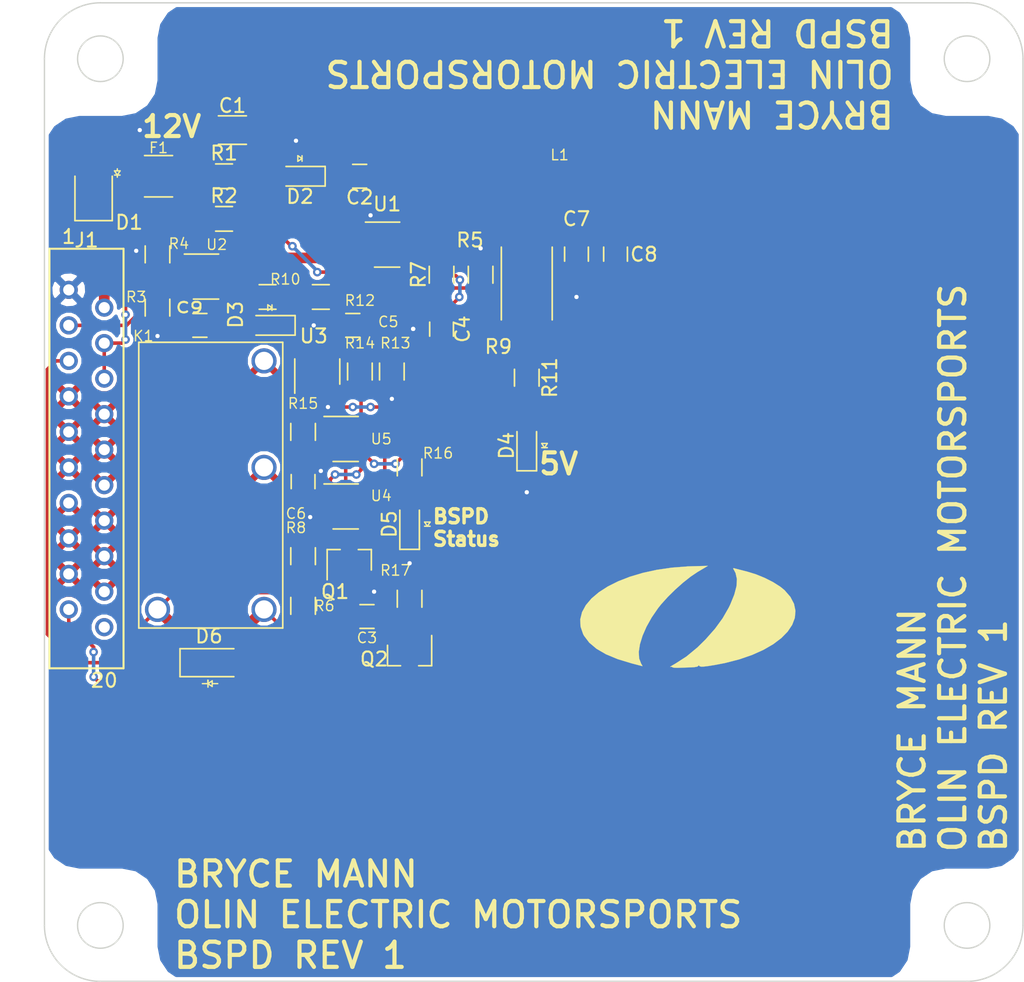
<source format=kicad_pcb>
(kicad_pcb (version 4) (host pcbnew 4.0.7)

  (general
    (links 96)
    (no_connects 0)
    (area 31.978599 32.501999 102.118001 102.626001)
    (thickness 1.6)
    (drawings 35)
    (tracks 277)
    (zones 0)
    (modules 44)
    (nets 29)
  )

  (page A4)
  (title_block
    (title BSPD)
  )

  (layers
    (0 F.Cu signal)
    (31 B.Cu signal)
    (32 B.Adhes user)
    (33 F.Adhes user)
    (34 B.Paste user)
    (35 F.Paste user)
    (36 B.SilkS user)
    (37 F.SilkS user)
    (38 B.Mask user)
    (39 F.Mask user)
    (40 Dwgs.User user)
    (41 Cmts.User user)
    (42 Eco1.User user)
    (43 Eco2.User user)
    (44 Edge.Cuts user)
    (45 Margin user)
    (46 B.CrtYd user)
    (47 F.CrtYd user)
    (48 B.Fab user)
    (49 F.Fab user)
  )

  (setup
    (last_trace_width 0.254)
    (user_trace_width 0.254)
    (user_trace_width 0.508)
    (user_trace_width 0.762)
    (trace_clearance 0.1524)
    (zone_clearance 0.254)
    (zone_45_only no)
    (trace_min 0.254)
    (segment_width 0.2)
    (edge_width 0.15)
    (via_size 0.6096)
    (via_drill 0.3048)
    (via_min_size 0.6096)
    (via_min_drill 0.3048)
    (uvia_size 0.3)
    (uvia_drill 0.1)
    (uvias_allowed no)
    (uvia_min_size 0)
    (uvia_min_drill 0)
    (pcb_text_width 0.3)
    (pcb_text_size 1.5 1.5)
    (mod_edge_width 0.15)
    (mod_text_size 0.75 0.75)
    (mod_text_width 0.1)
    (pad_size 1.524 1.524)
    (pad_drill 0.762)
    (pad_to_mask_clearance 0.2)
    (aux_axis_origin 0 0)
    (visible_elements 7FFFFFFF)
    (pcbplotparams
      (layerselection 0x010f0_80000001)
      (usegerberextensions false)
      (excludeedgelayer true)
      (linewidth 0.100000)
      (plotframeref false)
      (viasonmask false)
      (mode 1)
      (useauxorigin false)
      (hpglpennumber 1)
      (hpglpenspeed 20)
      (hpglpendiameter 15)
      (hpglpenoverlay 2)
      (psnegative false)
      (psa4output false)
      (plotreference true)
      (plotvalue true)
      (plotinvisibletext false)
      (padsonsilk false)
      (subtractmaskfromsilk false)
      (outputformat 1)
      (mirror false)
      (drillshape 0)
      (scaleselection 1)
      (outputdirectory /home/bryce/Desktop/Formula/MK_III-Boards/boards/BSPD/))
  )

  (net 0 "")
  (net 1 /12V_Fused)
  (net 2 GND)
  (net 3 "Net-(C2-Pad1)")
  (net 4 "Net-(C2-Pad2)")
  (net 5 "Net-(C3-Pad1)")
  (net 6 "Net-(C4-Pad1)")
  (net 7 "Net-(C5-Pad1)")
  (net 8 "Net-(C6-Pad1)")
  (net 9 "Net-(D2-Pad2)")
  (net 10 "Net-(D3-Pad2)")
  (net 11 "Net-(D4-Pad2)")
  (net 12 VCC)
  (net 13 "Net-(D5-Pad2)")
  (net 14 +12V)
  (net 15 "Net-(J1-Pad3)")
  (net 16 "Net-(J1-Pad4)")
  (net 17 "Net-(Q1-Pad3)")
  (net 18 "Net-(R2-Pad2)")
  (net 19 "Net-(R5-Pad1)")
  (net 20 "Net-(R10-Pad1)")
  (net 21 "Net-(R13-Pad1)")
  (net 22 "Net-(R15-Pad2)")
  (net 23 "Net-(U4-Pad4)")
  (net 24 /ShutdownIn)
  (net 25 /ShutdownOut)
  (net 26 /BSPDRelaySense)
  (net 27 "Net-(J1-Pad20)")
  (net 28 "Net-(D6-Pad2)")

  (net_class Default "This is the default net class."
    (clearance 0.1524)
    (trace_width 0.254)
    (via_dia 0.6096)
    (via_drill 0.3048)
    (uvia_dia 0.3)
    (uvia_drill 0.1)
    (add_net +12V)
    (add_net /12V_Fused)
    (add_net /BSPDRelaySense)
    (add_net /ShutdownIn)
    (add_net /ShutdownOut)
    (add_net GND)
    (add_net "Net-(C2-Pad1)")
    (add_net "Net-(C2-Pad2)")
    (add_net "Net-(C3-Pad1)")
    (add_net "Net-(C4-Pad1)")
    (add_net "Net-(C5-Pad1)")
    (add_net "Net-(C6-Pad1)")
    (add_net "Net-(D2-Pad2)")
    (add_net "Net-(D3-Pad2)")
    (add_net "Net-(D4-Pad2)")
    (add_net "Net-(D5-Pad2)")
    (add_net "Net-(D6-Pad2)")
    (add_net "Net-(J1-Pad20)")
    (add_net "Net-(J1-Pad3)")
    (add_net "Net-(J1-Pad4)")
    (add_net "Net-(Q1-Pad3)")
    (add_net "Net-(R10-Pad1)")
    (add_net "Net-(R13-Pad1)")
    (add_net "Net-(R15-Pad2)")
    (add_net "Net-(R2-Pad2)")
    (add_net "Net-(R5-Pad1)")
    (add_net "Net-(U4-Pad4)")
    (add_net VCC)
  )

  (module footprints:Fuse_1210 (layer F.Cu) (tedit 5A23692E) (tstamp 5A1B9F08)
    (at 40.206 44.958)
    (descr "Resistor SMD 1210, reflow soldering, Vishay (see dcrcw.pdf)")
    (tags "resistor 1210")
    (path /59E0A5CF)
    (attr smd)
    (fp_text reference F1 (at 0 -2.032) (layer F.SilkS)
      (effects (font (size 0.75 0.75) (thickness 0.1)))
    )
    (fp_text value F_500mA_16V (at 0 2.4) (layer F.Fab) hide
      (effects (font (size 1 1) (thickness 0.15)))
    )
    (fp_line (start -1.6 1.25) (end -1.6 -1.25) (layer F.Fab) (width 0.1))
    (fp_line (start 1.6 1.25) (end -1.6 1.25) (layer F.Fab) (width 0.1))
    (fp_line (start 1.6 -1.25) (end 1.6 1.25) (layer F.Fab) (width 0.1))
    (fp_line (start -1.6 -1.25) (end 1.6 -1.25) (layer F.Fab) (width 0.1))
    (fp_line (start 1 1.48) (end -1 1.48) (layer F.SilkS) (width 0.12))
    (fp_line (start -1 -1.48) (end 1 -1.48) (layer F.SilkS) (width 0.12))
    (fp_line (start -2.15 -1.5) (end 2.15 -1.5) (layer F.CrtYd) (width 0.05))
    (fp_line (start -2.15 -1.5) (end -2.15 1.5) (layer F.CrtYd) (width 0.05))
    (fp_line (start 2.15 1.5) (end 2.15 -1.5) (layer F.CrtYd) (width 0.05))
    (fp_line (start 2.15 1.5) (end -2.15 1.5) (layer F.CrtYd) (width 0.05))
    (pad 1 smd rect (at -1.45 0) (size 0.9 2.5) (layers F.Cu F.Paste F.Mask)
      (net 14 +12V))
    (pad 2 smd rect (at 1.45 0) (size 0.9 2.5) (layers F.Cu F.Paste F.Mask)
      (net 1 /12V_Fused))
    (model /home/bryce/Desktop/Formula/OEM_Preferred_Parts/3DModels/Fuse_1210_OEM/Fuse1210.wrl
      (at (xyz 0 0 0))
      (scale (xyz 1 1 1))
      (rotate (xyz 0 0 0))
    )
  )

  (module footprints:C_0805_OEM (layer F.Cu) (tedit 5A236732) (tstamp 5A1B9ED2)
    (at 55.118 76.454)
    (descr "Capacitor SMD 0805, reflow soldering, AVX (see smccp.pdf)")
    (tags "capacitor 0805")
    (path /5A0B51A8)
    (attr smd)
    (fp_text reference C3 (at 0 1.524) (layer F.SilkS)
      (effects (font (size 0.75 0.75) (thickness 0.1)))
    )
    (fp_text value C_0.1uF (at 0 1.75) (layer F.Fab) hide
      (effects (font (size 1 1) (thickness 0.15)))
    )
    (fp_line (start -1 0.62) (end -1 -0.62) (layer F.Fab) (width 0.1))
    (fp_line (start 1 0.62) (end -1 0.62) (layer F.Fab) (width 0.1))
    (fp_line (start 1 -0.62) (end 1 0.62) (layer F.Fab) (width 0.1))
    (fp_line (start -1 -0.62) (end 1 -0.62) (layer F.Fab) (width 0.1))
    (fp_line (start 0.5 -0.85) (end -0.5 -0.85) (layer F.SilkS) (width 0.12))
    (fp_line (start -0.5 0.85) (end 0.5 0.85) (layer F.SilkS) (width 0.12))
    (fp_line (start -1.75 -0.88) (end 1.75 -0.88) (layer F.CrtYd) (width 0.05))
    (fp_line (start -1.75 -0.88) (end -1.75 0.87) (layer F.CrtYd) (width 0.05))
    (fp_line (start 1.75 0.87) (end 1.75 -0.88) (layer F.CrtYd) (width 0.05))
    (fp_line (start 1.75 0.87) (end -1.75 0.87) (layer F.CrtYd) (width 0.05))
    (pad 1 smd rect (at -1 0) (size 1 1.25) (layers F.Cu F.Paste F.Mask)
      (net 5 "Net-(C3-Pad1)"))
    (pad 2 smd rect (at 1 0) (size 1 1.25) (layers F.Cu F.Paste F.Mask)
      (net 2 GND))
    (model /home/bryce/Desktop/Formula/OEM_Preferred_Parts/3DModels/C_0805_OEM/C_0805.wrl
      (at (xyz 0 0 0))
      (scale (xyz 1 1 1))
      (rotate (xyz 0 0 0))
    )
  )

  (module footprints:C_0805_OEM (layer F.Cu) (tedit 5A236962) (tstamp 5A1B9EDE)
    (at 54.102 55.626 180)
    (descr "Capacitor SMD 0805, reflow soldering, AVX (see smccp.pdf)")
    (tags "capacitor 0805")
    (path /5A4E9EC4)
    (attr smd)
    (fp_text reference C5 (at -2.54 0.254 180) (layer F.SilkS)
      (effects (font (size 0.75 0.75) (thickness 0.1)))
    )
    (fp_text value C_10uF (at 0 1.75 180) (layer F.Fab) hide
      (effects (font (size 1 1) (thickness 0.15)))
    )
    (fp_line (start -1 0.62) (end -1 -0.62) (layer F.Fab) (width 0.1))
    (fp_line (start 1 0.62) (end -1 0.62) (layer F.Fab) (width 0.1))
    (fp_line (start 1 -0.62) (end 1 0.62) (layer F.Fab) (width 0.1))
    (fp_line (start -1 -0.62) (end 1 -0.62) (layer F.Fab) (width 0.1))
    (fp_line (start 0.5 -0.85) (end -0.5 -0.85) (layer F.SilkS) (width 0.12))
    (fp_line (start -0.5 0.85) (end 0.5 0.85) (layer F.SilkS) (width 0.12))
    (fp_line (start -1.75 -0.88) (end 1.75 -0.88) (layer F.CrtYd) (width 0.05))
    (fp_line (start -1.75 -0.88) (end -1.75 0.87) (layer F.CrtYd) (width 0.05))
    (fp_line (start 1.75 0.87) (end 1.75 -0.88) (layer F.CrtYd) (width 0.05))
    (fp_line (start 1.75 0.87) (end -1.75 0.87) (layer F.CrtYd) (width 0.05))
    (pad 1 smd rect (at -1 0 180) (size 1 1.25) (layers F.Cu F.Paste F.Mask)
      (net 7 "Net-(C5-Pad1)"))
    (pad 2 smd rect (at 1 0 180) (size 1 1.25) (layers F.Cu F.Paste F.Mask)
      (net 2 GND))
    (model /home/bryce/Desktop/Formula/OEM_Preferred_Parts/3DModels/C_0805_OEM/C_0805.wrl
      (at (xyz 0 0 0))
      (scale (xyz 1 1 1))
      (rotate (xyz 0 0 0))
    )
  )

  (module footprints:C_0805_OEM (layer F.Cu) (tedit 5A236745) (tstamp 5A1B9EE4)
    (at 50.546 66.802 270)
    (descr "Capacitor SMD 0805, reflow soldering, AVX (see smccp.pdf)")
    (tags "capacitor 0805")
    (path /5A0D0DA6)
    (attr smd)
    (fp_text reference C6 (at 2.286 0.508 360) (layer F.SilkS)
      (effects (font (size 0.75 0.75) (thickness 0.1)))
    )
    (fp_text value C_1uF (at 0 1.75 270) (layer F.Fab) hide
      (effects (font (size 1 1) (thickness 0.15)))
    )
    (fp_line (start -1 0.62) (end -1 -0.62) (layer F.Fab) (width 0.1))
    (fp_line (start 1 0.62) (end -1 0.62) (layer F.Fab) (width 0.1))
    (fp_line (start 1 -0.62) (end 1 0.62) (layer F.Fab) (width 0.1))
    (fp_line (start -1 -0.62) (end 1 -0.62) (layer F.Fab) (width 0.1))
    (fp_line (start 0.5 -0.85) (end -0.5 -0.85) (layer F.SilkS) (width 0.12))
    (fp_line (start -0.5 0.85) (end 0.5 0.85) (layer F.SilkS) (width 0.12))
    (fp_line (start -1.75 -0.88) (end 1.75 -0.88) (layer F.CrtYd) (width 0.05))
    (fp_line (start -1.75 -0.88) (end -1.75 0.87) (layer F.CrtYd) (width 0.05))
    (fp_line (start 1.75 0.87) (end 1.75 -0.88) (layer F.CrtYd) (width 0.05))
    (fp_line (start 1.75 0.87) (end -1.75 0.87) (layer F.CrtYd) (width 0.05))
    (pad 1 smd rect (at -1 0 270) (size 1 1.25) (layers F.Cu F.Paste F.Mask)
      (net 8 "Net-(C6-Pad1)"))
    (pad 2 smd rect (at 1 0 270) (size 1 1.25) (layers F.Cu F.Paste F.Mask)
      (net 2 GND))
    (model /home/bryce/Desktop/Formula/OEM_Preferred_Parts/3DModels/C_0805_OEM/C_0805.wrl
      (at (xyz 0 0 0))
      (scale (xyz 1 1 1))
      (rotate (xyz 0 0 0))
    )
  )

  (module footprints:Relay_SPST_OMRON-G5Q-1A4_OEM (layer F.Cu) (tedit 5A236866) (tstamp 5A1B9F21)
    (at 47.752 75.946 90)
    (descr "Relay SPST-NO Omron Serie G5Q")
    (tags "Relay SPST-NO Omron Serie G5Q")
    (path /5A0A56BC)
    (fp_text reference K1 (at 19.558 -8.636 360) (layer F.SilkS)
      (effects (font (size 0.75 0.75) (thickness 0.1)))
    )
    (fp_text value G5Q-1A4-DC5-5V (at 8.8 3 90) (layer F.Fab) hide
      (effects (font (size 1 1) (thickness 0.15)))
    )
    (fp_text user %R (at 9.6 -4.5 90) (layer F.Fab) hide
      (effects (font (size 1 1) (thickness 0.15)))
    )
    (fp_line (start 0 -1) (end 0 -6.5) (layer F.Fab) (width 0.1))
    (fp_line (start 18.96 -8.81) (end 18.96 1.19) (layer F.Fab) (width 0.1))
    (fp_line (start 18.96 1.19) (end -1.18 1.19) (layer F.Fab) (width 0.1))
    (fp_line (start -1.18 1.19) (end -1.18 -8.81) (layer F.Fab) (width 0.1))
    (fp_line (start -1.18 -8.81) (end 18.96 -8.81) (layer F.Fab) (width 0.1))
    (fp_line (start -1.45 -9.05) (end 19.2 -9.05) (layer F.CrtYd) (width 0.05))
    (fp_line (start 19.2 -9.05) (end 19.2 1.45) (layer F.CrtYd) (width 0.05))
    (fp_line (start 19.2 1.45) (end -1.45 1.45) (layer F.CrtYd) (width 0.05))
    (fp_line (start -1.45 1.45) (end -1.45 -9.05) (layer F.CrtYd) (width 0.05))
    (fp_line (start 15.24 -3.81) (end 18.03 -5.21) (layer F.Fab) (width 0.12))
    (fp_line (start 17.78 -1.27) (end 17.78 -2.54) (layer F.Fab) (width 0.12))
    (fp_line (start 10.16 -1.27) (end 10.16 -3.81) (layer F.Fab) (width 0.12))
    (fp_line (start 10.16 -3.81) (end 15.24 -3.81) (layer F.Fab) (width 0.12))
    (fp_line (start 2.03 -3.05) (end 3.05 -4.06) (layer F.Fab) (width 0.12))
    (fp_line (start 2.54 -7.62) (end 1.27 -7.62) (layer F.Fab) (width 0.12))
    (fp_line (start 2.54 -4.83) (end 2.54 -7.62) (layer F.Fab) (width 0.12))
    (fp_line (start 2.54 0) (end 2.54 -2.29) (layer F.Fab) (width 0.12))
    (fp_line (start 1.27 0) (end 2.54 0) (layer F.Fab) (width 0.12))
    (fp_line (start 2.54 -2.29) (end 2.03 -2.29) (layer F.Fab) (width 0.12))
    (fp_line (start 2.03 -2.29) (end 2.03 -4.83) (layer F.Fab) (width 0.12))
    (fp_line (start 2.03 -4.83) (end 2.54 -4.83) (layer F.Fab) (width 0.12))
    (fp_line (start 2.54 -4.83) (end 3.05 -4.83) (layer F.Fab) (width 0.12))
    (fp_line (start 3.05 -4.83) (end 3.05 -2.29) (layer F.Fab) (width 0.12))
    (fp_line (start 3.05 -2.29) (end 2.54 -2.29) (layer F.Fab) (width 0.12))
    (fp_line (start -1.33 1.34) (end 19.11 1.34) (layer F.SilkS) (width 0.12))
    (fp_line (start 19.11 1.34) (end 19.11 -8.96) (layer F.SilkS) (width 0.12))
    (fp_line (start -1.33 1.34) (end -1.33 -8.96) (layer F.SilkS) (width 0.12))
    (fp_line (start -1.33 -8.96) (end 19.11 -8.96) (layer F.SilkS) (width 0.12))
    (fp_circle (center 15.24 -3.81) (end 15.24 -3.68) (layer F.Fab) (width 0.12))
    (pad 1 thru_hole circle (at 0 0 270) (size 1.8 1.8) (drill 1.3) (layers *.Cu *.Mask)
      (net 28 "Net-(D6-Pad2)"))
    (pad 2 thru_hole circle (at 10.16 0 270) (size 1.8 1.8) (drill 1.3) (layers *.Cu *.Mask)
      (net 25 /ShutdownOut))
    (pad 3 thru_hole circle (at 17.78 0 270) (size 1.8 1.8) (drill 1.3) (layers *.Cu *.Mask)
      (net 24 /ShutdownIn))
    (pad 5 thru_hole circle (at 0 -7.62 270) (size 1.8 1.8) (drill 1.3) (layers *.Cu *.Mask)
      (net 12 VCC))
    (model /home/bryce/Desktop/Formula/OEM_Preferred_Parts/3DModels/G5Q_OEM/G5Q.wrl
      (at (xyz 0 0 0))
      (scale (xyz 1 1 1))
      (rotate (xyz 0 0 0))
    )
  )

  (module footprints:4.7uH_Inductor_OEM (layer F.Cu) (tedit 5A2367BE) (tstamp 5A1B9F27)
    (at 64.072 43.688)
    (path /59E04875)
    (fp_text reference L1 (at 4.826 -0.254) (layer F.SilkS)
      (effects (font (size 0.75 0.75) (thickness 0.1)))
    )
    (fp_text value L_4.7uH (at 0 -5.08) (layer F.Fab) hide
      (effects (font (size 1 1) (thickness 0.15)))
    )
    (pad 1 smd rect (at -2.35 0) (size 3.3 8.2) (layers F.Cu F.Paste F.Mask)
      (net 4 "Net-(C2-Pad2)"))
    (pad 2 smd rect (at 2.35 0) (size 3.3 8.2) (layers F.Cu F.Paste F.Mask)
      (net 6 "Net-(C4-Pad1)"))
  )

  (module footprints:R_0805_OEM (layer F.Cu) (tedit 5A2368F8) (tstamp 5A1B9F47)
    (at 40.132 54.356 270)
    (descr "Resistor SMD 0805, reflow soldering, Vishay (see dcrcw.pdf)")
    (tags "resistor 0805")
    (path /5A0B2BBD)
    (attr smd)
    (fp_text reference R3 (at -0.762 1.524 360) (layer F.SilkS)
      (effects (font (size 0.75 0.75) (thickness 0.1)))
    )
    (fp_text value R_100k (at 0 1.75 270) (layer F.Fab) hide
      (effects (font (size 1 1) (thickness 0.15)))
    )
    (fp_line (start -1 0.62) (end -1 -0.62) (layer F.Fab) (width 0.1))
    (fp_line (start 1 0.62) (end -1 0.62) (layer F.Fab) (width 0.1))
    (fp_line (start 1 -0.62) (end 1 0.62) (layer F.Fab) (width 0.1))
    (fp_line (start -1 -0.62) (end 1 -0.62) (layer F.Fab) (width 0.1))
    (fp_line (start 0.6 0.88) (end -0.6 0.88) (layer F.SilkS) (width 0.12))
    (fp_line (start -0.6 -0.88) (end 0.6 -0.88) (layer F.SilkS) (width 0.12))
    (fp_line (start -1.55 -0.9) (end 1.55 -0.9) (layer F.CrtYd) (width 0.05))
    (fp_line (start -1.55 -0.9) (end -1.55 0.9) (layer F.CrtYd) (width 0.05))
    (fp_line (start 1.55 0.9) (end 1.55 -0.9) (layer F.CrtYd) (width 0.05))
    (fp_line (start 1.55 0.9) (end -1.55 0.9) (layer F.CrtYd) (width 0.05))
    (pad 1 smd rect (at -0.95 0 270) (size 0.7 1.3) (layers F.Cu F.Paste F.Mask)
      (net 15 "Net-(J1-Pad3)"))
    (pad 2 smd rect (at 0.95 0 270) (size 0.7 1.3) (layers F.Cu F.Paste F.Mask)
      (net 2 GND))
    (model ${KISYS3DMOD}/Resistors_SMD.3dshapes/R_0805.wrl
      (at (xyz 0 0 0))
      (scale (xyz 1 1 1))
      (rotate (xyz 0 0 0))
    )
    (model /home/bryce/Desktop/Formula/OEM_Preferred_Parts/3DModels/R_0805_OEM/res0805.wrl
      (at (xyz 0 0 0))
      (scale (xyz 1 1 1))
      (rotate (xyz 0 0 0))
    )
  )

  (module footprints:R_0805_OEM (layer F.Cu) (tedit 5A2368FB) (tstamp 5A1B9F4D)
    (at 40.132 50.546 270)
    (descr "Resistor SMD 0805, reflow soldering, Vishay (see dcrcw.pdf)")
    (tags "resistor 0805")
    (path /5A0B3179)
    (attr smd)
    (fp_text reference R4 (at -0.762 -1.524 360) (layer F.SilkS)
      (effects (font (size 0.75 0.75) (thickness 0.1)))
    )
    (fp_text value R_100k (at 0 1.75 270) (layer F.Fab) hide
      (effects (font (size 1 1) (thickness 0.15)))
    )
    (fp_line (start -1 0.62) (end -1 -0.62) (layer F.Fab) (width 0.1))
    (fp_line (start 1 0.62) (end -1 0.62) (layer F.Fab) (width 0.1))
    (fp_line (start 1 -0.62) (end 1 0.62) (layer F.Fab) (width 0.1))
    (fp_line (start -1 -0.62) (end 1 -0.62) (layer F.Fab) (width 0.1))
    (fp_line (start 0.6 0.88) (end -0.6 0.88) (layer F.SilkS) (width 0.12))
    (fp_line (start -0.6 -0.88) (end 0.6 -0.88) (layer F.SilkS) (width 0.12))
    (fp_line (start -1.55 -0.9) (end 1.55 -0.9) (layer F.CrtYd) (width 0.05))
    (fp_line (start -1.55 -0.9) (end -1.55 0.9) (layer F.CrtYd) (width 0.05))
    (fp_line (start 1.55 0.9) (end 1.55 -0.9) (layer F.CrtYd) (width 0.05))
    (fp_line (start 1.55 0.9) (end -1.55 0.9) (layer F.CrtYd) (width 0.05))
    (pad 1 smd rect (at -0.95 0 270) (size 0.7 1.3) (layers F.Cu F.Paste F.Mask)
      (net 2 GND))
    (pad 2 smd rect (at 0.95 0 270) (size 0.7 1.3) (layers F.Cu F.Paste F.Mask)
      (net 16 "Net-(J1-Pad4)"))
    (model /home/bryce/Desktop/Formula/OEM_Preferred_Parts/3DModels/R_0805_OEM/res0805.wrl
      (at (xyz 0 0 0))
      (scale (xyz 1 1 1))
      (rotate (xyz 0 0 0))
    )
  )

  (module footprints:R_0805_OEM (layer F.Cu) (tedit 5A236720) (tstamp 5A1B9F59)
    (at 50.546 75.692 270)
    (descr "Resistor SMD 0805, reflow soldering, Vishay (see dcrcw.pdf)")
    (tags "resistor 0805")
    (path /5A0B4B83)
    (attr smd)
    (fp_text reference R6 (at 0 -1.524 360) (layer F.SilkS)
      (effects (font (size 0.75 0.75) (thickness 0.1)))
    )
    (fp_text value R_10k (at 0 1.75 270) (layer F.Fab) hide
      (effects (font (size 1 1) (thickness 0.15)))
    )
    (fp_line (start -1 0.62) (end -1 -0.62) (layer F.Fab) (width 0.1))
    (fp_line (start 1 0.62) (end -1 0.62) (layer F.Fab) (width 0.1))
    (fp_line (start 1 -0.62) (end 1 0.62) (layer F.Fab) (width 0.1))
    (fp_line (start -1 -0.62) (end 1 -0.62) (layer F.Fab) (width 0.1))
    (fp_line (start 0.6 0.88) (end -0.6 0.88) (layer F.SilkS) (width 0.12))
    (fp_line (start -0.6 -0.88) (end 0.6 -0.88) (layer F.SilkS) (width 0.12))
    (fp_line (start -1.55 -0.9) (end 1.55 -0.9) (layer F.CrtYd) (width 0.05))
    (fp_line (start -1.55 -0.9) (end -1.55 0.9) (layer F.CrtYd) (width 0.05))
    (fp_line (start 1.55 0.9) (end 1.55 -0.9) (layer F.CrtYd) (width 0.05))
    (fp_line (start 1.55 0.9) (end -1.55 0.9) (layer F.CrtYd) (width 0.05))
    (pad 1 smd rect (at -0.95 0 270) (size 0.7 1.3) (layers F.Cu F.Paste F.Mask)
      (net 12 VCC))
    (pad 2 smd rect (at 0.95 0 270) (size 0.7 1.3) (layers F.Cu F.Paste F.Mask)
      (net 5 "Net-(C3-Pad1)"))
    (model /home/bryce/Desktop/Formula/OEM_Preferred_Parts/3DModels/R_0805_OEM/res0805.wrl
      (at (xyz 0 0 0))
      (scale (xyz 1 1 1))
      (rotate (xyz 0 0 0))
    )
  )

  (module footprints:R_0805_OEM (layer F.Cu) (tedit 5A23684C) (tstamp 5A1B9F65)
    (at 50.546 72.136 270)
    (descr "Resistor SMD 0805, reflow soldering, Vishay (see dcrcw.pdf)")
    (tags "resistor 0805")
    (path /5A0B4A36)
    (attr smd)
    (fp_text reference R8 (at -2.032 0.508 360) (layer F.SilkS)
      (effects (font (size 0.75 0.75) (thickness 0.1)))
    )
    (fp_text value R_100k (at 0 1.75 270) (layer F.Fab) hide
      (effects (font (size 1 1) (thickness 0.15)))
    )
    (fp_line (start -1 0.62) (end -1 -0.62) (layer F.Fab) (width 0.1))
    (fp_line (start 1 0.62) (end -1 0.62) (layer F.Fab) (width 0.1))
    (fp_line (start 1 -0.62) (end 1 0.62) (layer F.Fab) (width 0.1))
    (fp_line (start -1 -0.62) (end 1 -0.62) (layer F.Fab) (width 0.1))
    (fp_line (start 0.6 0.88) (end -0.6 0.88) (layer F.SilkS) (width 0.12))
    (fp_line (start -0.6 -0.88) (end 0.6 -0.88) (layer F.SilkS) (width 0.12))
    (fp_line (start -1.55 -0.9) (end 1.55 -0.9) (layer F.CrtYd) (width 0.05))
    (fp_line (start -1.55 -0.9) (end -1.55 0.9) (layer F.CrtYd) (width 0.05))
    (fp_line (start 1.55 0.9) (end 1.55 -0.9) (layer F.CrtYd) (width 0.05))
    (fp_line (start 1.55 0.9) (end -1.55 0.9) (layer F.CrtYd) (width 0.05))
    (pad 1 smd rect (at -0.95 0 270) (size 0.7 1.3) (layers F.Cu F.Paste F.Mask)
      (net 17 "Net-(Q1-Pad3)"))
    (pad 2 smd rect (at 0.95 0 270) (size 0.7 1.3) (layers F.Cu F.Paste F.Mask)
      (net 12 VCC))
    (model /home/bryce/Desktop/Formula/OEM_Preferred_Parts/3DModels/R_0805_OEM/res0805.wrl
      (at (xyz 0 0 0))
      (scale (xyz 1 1 1))
      (rotate (xyz 0 0 0))
    )
  )

  (module footprints:R_0805_OEM (layer F.Cu) (tedit 5A236A1D) (tstamp 5A1B9F71)
    (at 48.006 53.594 180)
    (descr "Resistor SMD 0805, reflow soldering, Vishay (see dcrcw.pdf)")
    (tags "resistor 0805")
    (path /5A0B9520)
    (attr smd)
    (fp_text reference R10 (at -1.27 1.27 180) (layer F.SilkS)
      (effects (font (size 0.75 0.75) (thickness 0.1)))
    )
    (fp_text value R_200 (at 0 1.75 180) (layer F.Fab) hide
      (effects (font (size 1 1) (thickness 0.15)))
    )
    (fp_line (start -1 0.62) (end -1 -0.62) (layer F.Fab) (width 0.1))
    (fp_line (start 1 0.62) (end -1 0.62) (layer F.Fab) (width 0.1))
    (fp_line (start 1 -0.62) (end 1 0.62) (layer F.Fab) (width 0.1))
    (fp_line (start -1 -0.62) (end 1 -0.62) (layer F.Fab) (width 0.1))
    (fp_line (start 0.6 0.88) (end -0.6 0.88) (layer F.SilkS) (width 0.12))
    (fp_line (start -0.6 -0.88) (end 0.6 -0.88) (layer F.SilkS) (width 0.12))
    (fp_line (start -1.55 -0.9) (end 1.55 -0.9) (layer F.CrtYd) (width 0.05))
    (fp_line (start -1.55 -0.9) (end -1.55 0.9) (layer F.CrtYd) (width 0.05))
    (fp_line (start 1.55 0.9) (end 1.55 -0.9) (layer F.CrtYd) (width 0.05))
    (fp_line (start 1.55 0.9) (end -1.55 0.9) (layer F.CrtYd) (width 0.05))
    (pad 1 smd rect (at -0.95 0 180) (size 0.7 1.3) (layers F.Cu F.Paste F.Mask)
      (net 20 "Net-(R10-Pad1)"))
    (pad 2 smd rect (at 0.95 0 180) (size 0.7 1.3) (layers F.Cu F.Paste F.Mask)
      (net 10 "Net-(D3-Pad2)"))
    (model /home/bryce/Desktop/Formula/OEM_Preferred_Parts/3DModels/R_0805_OEM/res0805.wrl
      (at (xyz 0 0 0))
      (scale (xyz 1 1 1))
      (rotate (xyz 0 0 0))
    )
  )

  (module footprints:R_0805_OEM (layer F.Cu) (tedit 5A23695B) (tstamp 5A1B9F7D)
    (at 51.816 53.594 180)
    (descr "Resistor SMD 0805, reflow soldering, Vishay (see dcrcw.pdf)")
    (tags "resistor 0805")
    (path /5A1B8CFF)
    (attr smd)
    (fp_text reference R12 (at -2.794 -0.254 180) (layer F.SilkS)
      (effects (font (size 0.75 0.75) (thickness 0.1)))
    )
    (fp_text value R_71.5k (at 0 1.75 180) (layer F.Fab) hide
      (effects (font (size 1 1) (thickness 0.15)))
    )
    (fp_line (start -1 0.62) (end -1 -0.62) (layer F.Fab) (width 0.1))
    (fp_line (start 1 0.62) (end -1 0.62) (layer F.Fab) (width 0.1))
    (fp_line (start 1 -0.62) (end 1 0.62) (layer F.Fab) (width 0.1))
    (fp_line (start -1 -0.62) (end 1 -0.62) (layer F.Fab) (width 0.1))
    (fp_line (start 0.6 0.88) (end -0.6 0.88) (layer F.SilkS) (width 0.12))
    (fp_line (start -0.6 -0.88) (end 0.6 -0.88) (layer F.SilkS) (width 0.12))
    (fp_line (start -1.55 -0.9) (end 1.55 -0.9) (layer F.CrtYd) (width 0.05))
    (fp_line (start -1.55 -0.9) (end -1.55 0.9) (layer F.CrtYd) (width 0.05))
    (fp_line (start 1.55 0.9) (end 1.55 -0.9) (layer F.CrtYd) (width 0.05))
    (fp_line (start 1.55 0.9) (end -1.55 0.9) (layer F.CrtYd) (width 0.05))
    (pad 1 smd rect (at -0.95 0 180) (size 0.7 1.3) (layers F.Cu F.Paste F.Mask)
      (net 7 "Net-(C5-Pad1)"))
    (pad 2 smd rect (at 0.95 0 180) (size 0.7 1.3) (layers F.Cu F.Paste F.Mask)
      (net 20 "Net-(R10-Pad1)"))
    (model /home/bryce/Desktop/Formula/OEM_Preferred_Parts/3DModels/R_0805_OEM/res0805.wrl
      (at (xyz 0 0 0))
      (scale (xyz 1 1 1))
      (rotate (xyz 0 0 0))
    )
  )

  (module footprints:R_0805_OEM (layer F.Cu) (tedit 5A236967) (tstamp 5A1B9F83)
    (at 54.61 58.928 270)
    (descr "Resistor SMD 0805, reflow soldering, Vishay (see dcrcw.pdf)")
    (tags "resistor 0805")
    (path /5A0B3A5B)
    (attr smd)
    (fp_text reference R13 (at -2.032 -2.54 360) (layer F.SilkS)
      (effects (font (size 0.75 0.75) (thickness 0.1)))
    )
    (fp_text value R_10k (at 0 1.75 270) (layer F.Fab) hide
      (effects (font (size 1 1) (thickness 0.15)))
    )
    (fp_line (start -1 0.62) (end -1 -0.62) (layer F.Fab) (width 0.1))
    (fp_line (start 1 0.62) (end -1 0.62) (layer F.Fab) (width 0.1))
    (fp_line (start 1 -0.62) (end 1 0.62) (layer F.Fab) (width 0.1))
    (fp_line (start -1 -0.62) (end 1 -0.62) (layer F.Fab) (width 0.1))
    (fp_line (start 0.6 0.88) (end -0.6 0.88) (layer F.SilkS) (width 0.12))
    (fp_line (start -0.6 -0.88) (end 0.6 -0.88) (layer F.SilkS) (width 0.12))
    (fp_line (start -1.55 -0.9) (end 1.55 -0.9) (layer F.CrtYd) (width 0.05))
    (fp_line (start -1.55 -0.9) (end -1.55 0.9) (layer F.CrtYd) (width 0.05))
    (fp_line (start 1.55 0.9) (end 1.55 -0.9) (layer F.CrtYd) (width 0.05))
    (fp_line (start 1.55 0.9) (end -1.55 0.9) (layer F.CrtYd) (width 0.05))
    (pad 1 smd rect (at -0.95 0 270) (size 0.7 1.3) (layers F.Cu F.Paste F.Mask)
      (net 21 "Net-(R13-Pad1)"))
    (pad 2 smd rect (at 0.95 0 270) (size 0.7 1.3) (layers F.Cu F.Paste F.Mask)
      (net 12 VCC))
    (model /home/bryce/Desktop/Formula/OEM_Preferred_Parts/3DModels/R_0805_OEM/res0805.wrl
      (at (xyz 0 0 0))
      (scale (xyz 1 1 1))
      (rotate (xyz 0 0 0))
    )
  )

  (module footprints:R_0805_OEM (layer F.Cu) (tedit 5A23696D) (tstamp 5A1B9F89)
    (at 56.896 58.928 90)
    (descr "Resistor SMD 0805, reflow soldering, Vishay (see dcrcw.pdf)")
    (tags "resistor 0805")
    (path /5A0B3B06)
    (attr smd)
    (fp_text reference R14 (at 2.032 -2.286 180) (layer F.SilkS)
      (effects (font (size 0.75 0.75) (thickness 0.1)))
    )
    (fp_text value R_10k (at 0 1.75 90) (layer F.Fab) hide
      (effects (font (size 1 1) (thickness 0.15)))
    )
    (fp_line (start -1 0.62) (end -1 -0.62) (layer F.Fab) (width 0.1))
    (fp_line (start 1 0.62) (end -1 0.62) (layer F.Fab) (width 0.1))
    (fp_line (start 1 -0.62) (end 1 0.62) (layer F.Fab) (width 0.1))
    (fp_line (start -1 -0.62) (end 1 -0.62) (layer F.Fab) (width 0.1))
    (fp_line (start 0.6 0.88) (end -0.6 0.88) (layer F.SilkS) (width 0.12))
    (fp_line (start -0.6 -0.88) (end 0.6 -0.88) (layer F.SilkS) (width 0.12))
    (fp_line (start -1.55 -0.9) (end 1.55 -0.9) (layer F.CrtYd) (width 0.05))
    (fp_line (start -1.55 -0.9) (end -1.55 0.9) (layer F.CrtYd) (width 0.05))
    (fp_line (start 1.55 0.9) (end 1.55 -0.9) (layer F.CrtYd) (width 0.05))
    (fp_line (start 1.55 0.9) (end -1.55 0.9) (layer F.CrtYd) (width 0.05))
    (pad 1 smd rect (at -0.95 0 90) (size 0.7 1.3) (layers F.Cu F.Paste F.Mask)
      (net 2 GND))
    (pad 2 smd rect (at 0.95 0 90) (size 0.7 1.3) (layers F.Cu F.Paste F.Mask)
      (net 21 "Net-(R13-Pad1)"))
    (model /home/bryce/Desktop/Formula/OEM_Preferred_Parts/3DModels/R_0805_OEM/res0805.wrl
      (at (xyz 0 0 0))
      (scale (xyz 1 1 1))
      (rotate (xyz 0 0 0))
    )
  )

  (module footprints:R_0805_OEM (layer F.Cu) (tedit 5A2367FD) (tstamp 5A1B9F8F)
    (at 50.546 63.246 90)
    (descr "Resistor SMD 0805, reflow soldering, Vishay (see dcrcw.pdf)")
    (tags "resistor 0805")
    (path /5A0D0CB5)
    (attr smd)
    (fp_text reference R15 (at 2.032 0 180) (layer F.SilkS)
      (effects (font (size 0.75 0.75) (thickness 0.1)))
    )
    (fp_text value R_10k (at 0 1.75 90) (layer F.Fab) hide
      (effects (font (size 1 1) (thickness 0.15)))
    )
    (fp_line (start -1 0.62) (end -1 -0.62) (layer F.Fab) (width 0.1))
    (fp_line (start 1 0.62) (end -1 0.62) (layer F.Fab) (width 0.1))
    (fp_line (start 1 -0.62) (end 1 0.62) (layer F.Fab) (width 0.1))
    (fp_line (start -1 -0.62) (end 1 -0.62) (layer F.Fab) (width 0.1))
    (fp_line (start 0.6 0.88) (end -0.6 0.88) (layer F.SilkS) (width 0.12))
    (fp_line (start -0.6 -0.88) (end 0.6 -0.88) (layer F.SilkS) (width 0.12))
    (fp_line (start -1.55 -0.9) (end 1.55 -0.9) (layer F.CrtYd) (width 0.05))
    (fp_line (start -1.55 -0.9) (end -1.55 0.9) (layer F.CrtYd) (width 0.05))
    (fp_line (start 1.55 0.9) (end 1.55 -0.9) (layer F.CrtYd) (width 0.05))
    (fp_line (start 1.55 0.9) (end -1.55 0.9) (layer F.CrtYd) (width 0.05))
    (pad 1 smd rect (at -0.95 0 90) (size 0.7 1.3) (layers F.Cu F.Paste F.Mask)
      (net 8 "Net-(C6-Pad1)"))
    (pad 2 smd rect (at 0.95 0 90) (size 0.7 1.3) (layers F.Cu F.Paste F.Mask)
      (net 22 "Net-(R15-Pad2)"))
    (model /home/bryce/Desktop/Formula/OEM_Preferred_Parts/3DModels/R_0805_OEM/res0805.wrl
      (at (xyz 0 0 0))
      (scale (xyz 1 1 1))
      (rotate (xyz 0 0 0))
    )
  )

  (module footprints:R_0805_OEM (layer F.Cu) (tedit 5A236778) (tstamp 5A1B9F95)
    (at 58.166 65.786 270)
    (descr "Resistor SMD 0805, reflow soldering, Vishay (see dcrcw.pdf)")
    (tags "resistor 0805")
    (path /5A0BA87E)
    (attr smd)
    (fp_text reference R16 (at -1.016 -2.032 360) (layer F.SilkS)
      (effects (font (size 0.75 0.75) (thickness 0.1)))
    )
    (fp_text value R_200 (at 0 1.75 270) (layer F.Fab) hide
      (effects (font (size 1 1) (thickness 0.15)))
    )
    (fp_line (start -1 0.62) (end -1 -0.62) (layer F.Fab) (width 0.1))
    (fp_line (start 1 0.62) (end -1 0.62) (layer F.Fab) (width 0.1))
    (fp_line (start 1 -0.62) (end 1 0.62) (layer F.Fab) (width 0.1))
    (fp_line (start -1 -0.62) (end 1 -0.62) (layer F.Fab) (width 0.1))
    (fp_line (start 0.6 0.88) (end -0.6 0.88) (layer F.SilkS) (width 0.12))
    (fp_line (start -0.6 -0.88) (end 0.6 -0.88) (layer F.SilkS) (width 0.12))
    (fp_line (start -1.55 -0.9) (end 1.55 -0.9) (layer F.CrtYd) (width 0.05))
    (fp_line (start -1.55 -0.9) (end -1.55 0.9) (layer F.CrtYd) (width 0.05))
    (fp_line (start 1.55 0.9) (end 1.55 -0.9) (layer F.CrtYd) (width 0.05))
    (fp_line (start 1.55 0.9) (end -1.55 0.9) (layer F.CrtYd) (width 0.05))
    (pad 1 smd rect (at -0.95 0 270) (size 0.7 1.3) (layers F.Cu F.Paste F.Mask)
      (net 26 /BSPDRelaySense))
    (pad 2 smd rect (at 0.95 0 270) (size 0.7 1.3) (layers F.Cu F.Paste F.Mask)
      (net 13 "Net-(D5-Pad2)"))
    (model /home/bryce/Desktop/Formula/OEM_Preferred_Parts/3DModels/R_0805_OEM/res0805.wrl
      (at (xyz 0 0 0))
      (scale (xyz 1 1 1))
      (rotate (xyz 0 0 0))
    )
  )

  (module footprints:R_0805_OEM (layer F.Cu) (tedit 5A236728) (tstamp 5A1B9F9B)
    (at 58.166 75.184 90)
    (descr "Resistor SMD 0805, reflow soldering, Vishay (see dcrcw.pdf)")
    (tags "resistor 0805")
    (path /5A0B863B)
    (attr smd)
    (fp_text reference R17 (at 2.032 -1.016 180) (layer F.SilkS)
      (effects (font (size 0.75 0.75) (thickness 0.1)))
    )
    (fp_text value R_10k (at 0 1.75 90) (layer F.Fab) hide
      (effects (font (size 1 1) (thickness 0.15)))
    )
    (fp_line (start -1 0.62) (end -1 -0.62) (layer F.Fab) (width 0.1))
    (fp_line (start 1 0.62) (end -1 0.62) (layer F.Fab) (width 0.1))
    (fp_line (start 1 -0.62) (end 1 0.62) (layer F.Fab) (width 0.1))
    (fp_line (start -1 -0.62) (end 1 -0.62) (layer F.Fab) (width 0.1))
    (fp_line (start 0.6 0.88) (end -0.6 0.88) (layer F.SilkS) (width 0.12))
    (fp_line (start -0.6 -0.88) (end 0.6 -0.88) (layer F.SilkS) (width 0.12))
    (fp_line (start -1.55 -0.9) (end 1.55 -0.9) (layer F.CrtYd) (width 0.05))
    (fp_line (start -1.55 -0.9) (end -1.55 0.9) (layer F.CrtYd) (width 0.05))
    (fp_line (start 1.55 0.9) (end 1.55 -0.9) (layer F.CrtYd) (width 0.05))
    (fp_line (start 1.55 0.9) (end -1.55 0.9) (layer F.CrtYd) (width 0.05))
    (pad 1 smd rect (at -0.95 0 90) (size 0.7 1.3) (layers F.Cu F.Paste F.Mask)
      (net 26 /BSPDRelaySense))
    (pad 2 smd rect (at 0.95 0 90) (size 0.7 1.3) (layers F.Cu F.Paste F.Mask)
      (net 2 GND))
    (model /home/bryce/Desktop/Formula/OEM_Preferred_Parts/3DModels/R_0805_OEM/res0805.wrl
      (at (xyz 0 0 0))
      (scale (xyz 1 1 1))
      (rotate (xyz 0 0 0))
    )
  )

  (module footprints:SOT-23-5_OEM (layer F.Cu) (tedit 5A2442CD) (tstamp 5A1B9FAE)
    (at 43.604 52.136)
    (descr "5-pin SOT23 package")
    (tags SOT-23-5)
    (path /5A0B1974)
    (attr smd)
    (fp_text reference U2 (at 0.762 -2.286) (layer F.SilkS)
      (effects (font (size 0.75 0.75) (thickness 0.1)))
    )
    (fp_text value SN74LVC1G08 (at 0 2.9) (layer F.Fab) hide
      (effects (font (size 1 1) (thickness 0.15)))
    )
    (fp_line (start -0.9 1.61) (end 0.9 1.61) (layer F.SilkS) (width 0.12))
    (fp_line (start 0.9 -1.61) (end -1.55 -1.61) (layer F.SilkS) (width 0.12))
    (fp_line (start -1.9 -1.8) (end 1.9 -1.8) (layer F.CrtYd) (width 0.05))
    (fp_line (start 1.9 -1.8) (end 1.9 1.8) (layer F.CrtYd) (width 0.05))
    (fp_line (start 1.9 1.8) (end -1.9 1.8) (layer F.CrtYd) (width 0.05))
    (fp_line (start -1.9 1.8) (end -1.9 -1.8) (layer F.CrtYd) (width 0.05))
    (fp_line (start -0.9 -0.9) (end -0.25 -1.55) (layer F.Fab) (width 0.1))
    (fp_line (start 0.9 -1.55) (end -0.25 -1.55) (layer F.Fab) (width 0.1))
    (fp_line (start -0.9 -0.9) (end -0.9 1.55) (layer F.Fab) (width 0.1))
    (fp_line (start 0.9 1.55) (end -0.9 1.55) (layer F.Fab) (width 0.1))
    (fp_line (start 0.9 -1.55) (end 0.9 1.55) (layer F.Fab) (width 0.1))
    (pad 1 smd rect (at -1.1 -0.95) (size 1.06 0.65) (layers F.Cu F.Paste F.Mask)
      (net 16 "Net-(J1-Pad4)"))
    (pad 2 smd rect (at -1.1 0) (size 1.06 0.65) (layers F.Cu F.Paste F.Mask)
      (net 15 "Net-(J1-Pad3)"))
    (pad 3 smd rect (at -1.1 0.95) (size 1.06 0.65) (layers F.Cu F.Paste F.Mask)
      (net 2 GND))
    (pad 4 smd rect (at 1.1 0.95) (size 1.06 0.65) (layers F.Cu F.Paste F.Mask)
      (net 20 "Net-(R10-Pad1)"))
    (pad 5 smd rect (at 1.1 -0.95) (size 1.06 0.65) (layers F.Cu F.Paste F.Mask)
      (net 12 VCC))
    (model "/home/bryce/Desktop/Formula/OEM_Preferred_Parts/3DModels/SOT-23-5(generic)/SOT-23-5(generic).wrl"
      (at (xyz 0 0 0))
      (scale (xyz 1 1 1))
      (rotate (xyz 0 0 0))
    )
  )

  (module footprints:SOT-23-5_OEM (layer F.Cu) (tedit 5A236841) (tstamp 5A1B9FC0)
    (at 53.594 68.58)
    (descr "5-pin SOT23 package")
    (tags SOT-23-5)
    (path /5A0B4070)
    (attr smd)
    (fp_text reference U4 (at 2.54 -0.762) (layer F.SilkS)
      (effects (font (size 0.75 0.75) (thickness 0.1)))
    )
    (fp_text value SN74LVC1G02 (at 0 2.9) (layer F.Fab) hide
      (effects (font (size 1 1) (thickness 0.15)))
    )
    (fp_line (start -0.9 1.61) (end 0.9 1.61) (layer F.SilkS) (width 0.12))
    (fp_line (start 0.9 -1.61) (end -1.55 -1.61) (layer F.SilkS) (width 0.12))
    (fp_line (start -1.9 -1.8) (end 1.9 -1.8) (layer F.CrtYd) (width 0.05))
    (fp_line (start 1.9 -1.8) (end 1.9 1.8) (layer F.CrtYd) (width 0.05))
    (fp_line (start 1.9 1.8) (end -1.9 1.8) (layer F.CrtYd) (width 0.05))
    (fp_line (start -1.9 1.8) (end -1.9 -1.8) (layer F.CrtYd) (width 0.05))
    (fp_line (start -0.9 -0.9) (end -0.25 -1.55) (layer F.Fab) (width 0.1))
    (fp_line (start 0.9 -1.55) (end -0.25 -1.55) (layer F.Fab) (width 0.1))
    (fp_line (start -0.9 -0.9) (end -0.9 1.55) (layer F.Fab) (width 0.1))
    (fp_line (start 0.9 1.55) (end -0.9 1.55) (layer F.Fab) (width 0.1))
    (fp_line (start 0.9 -1.55) (end 0.9 1.55) (layer F.Fab) (width 0.1))
    (pad 1 smd rect (at -1.1 -0.95) (size 1.06 0.65) (layers F.Cu F.Paste F.Mask)
      (net 26 /BSPDRelaySense))
    (pad 2 smd rect (at -1.1 0) (size 1.06 0.65) (layers F.Cu F.Paste F.Mask)
      (net 17 "Net-(Q1-Pad3)"))
    (pad 3 smd rect (at -1.1 0.95) (size 1.06 0.65) (layers F.Cu F.Paste F.Mask)
      (net 2 GND))
    (pad 4 smd rect (at 1.1 0.95) (size 1.06 0.65) (layers F.Cu F.Paste F.Mask)
      (net 23 "Net-(U4-Pad4)"))
    (pad 5 smd rect (at 1.1 -0.95) (size 1.06 0.65) (layers F.Cu F.Paste F.Mask)
      (net 12 VCC))
    (model "/home/bryce/Desktop/Formula/OEM_Preferred_Parts/3DModels/SOT-23-5(generic)/SOT-23-5(generic).wrl"
      (at (xyz 0 0 0))
      (scale (xyz 1 1 1))
      (rotate (xyz 0 0 0))
    )
  )

  (module footprints:SOT-23-5_OEM (layer F.Cu) (tedit 5A23687E) (tstamp 5A1B9FC9)
    (at 53.594 63.754)
    (descr "5-pin SOT23 package")
    (tags SOT-23-5)
    (path /5A0B3CE3)
    (attr smd)
    (fp_text reference U5 (at 2.54 0) (layer F.SilkS)
      (effects (font (size 0.75 0.75) (thickness 0.1)))
    )
    (fp_text value SN74LVC1G02 (at 0 2.9) (layer F.Fab) hide
      (effects (font (size 1 1) (thickness 0.15)))
    )
    (fp_line (start -0.9 1.61) (end 0.9 1.61) (layer F.SilkS) (width 0.12))
    (fp_line (start 0.9 -1.61) (end -1.55 -1.61) (layer F.SilkS) (width 0.12))
    (fp_line (start -1.9 -1.8) (end 1.9 -1.8) (layer F.CrtYd) (width 0.05))
    (fp_line (start 1.9 -1.8) (end 1.9 1.8) (layer F.CrtYd) (width 0.05))
    (fp_line (start 1.9 1.8) (end -1.9 1.8) (layer F.CrtYd) (width 0.05))
    (fp_line (start -1.9 1.8) (end -1.9 -1.8) (layer F.CrtYd) (width 0.05))
    (fp_line (start -0.9 -0.9) (end -0.25 -1.55) (layer F.Fab) (width 0.1))
    (fp_line (start 0.9 -1.55) (end -0.25 -1.55) (layer F.Fab) (width 0.1))
    (fp_line (start -0.9 -0.9) (end -0.9 1.55) (layer F.Fab) (width 0.1))
    (fp_line (start 0.9 1.55) (end -0.9 1.55) (layer F.Fab) (width 0.1))
    (fp_line (start 0.9 -1.55) (end 0.9 1.55) (layer F.Fab) (width 0.1))
    (pad 1 smd rect (at -1.1 -0.95) (size 1.06 0.65) (layers F.Cu F.Paste F.Mask)
      (net 8 "Net-(C6-Pad1)"))
    (pad 2 smd rect (at -1.1 0) (size 1.06 0.65) (layers F.Cu F.Paste F.Mask)
      (net 23 "Net-(U4-Pad4)"))
    (pad 3 smd rect (at -1.1 0.95) (size 1.06 0.65) (layers F.Cu F.Paste F.Mask)
      (net 2 GND))
    (pad 4 smd rect (at 1.1 0.95) (size 1.06 0.65) (layers F.Cu F.Paste F.Mask)
      (net 26 /BSPDRelaySense))
    (pad 5 smd rect (at 1.1 -0.95) (size 1.06 0.65) (layers F.Cu F.Paste F.Mask)
      (net 12 VCC))
    (model "/home/bryce/Desktop/Formula/OEM_Preferred_Parts/3DModels/SOT-23-5(generic)/SOT-23-5(generic).wrl"
      (at (xyz 0 0 0))
      (scale (xyz 1 1 1))
      (rotate (xyz 0 0 0))
    )
  )

  (module footprints:micromatch_female_ra_20 (layer F.Cu) (tedit 59EE7AE1) (tstamp 5A24B024)
    (at 33.782 58.166)
    (path /5A24B252)
    (fp_text reference J1 (at 1.27 -8.636) (layer F.SilkS)
      (effects (font (size 1 1) (thickness 0.15)))
    )
    (fp_text value micromatch_female_RA_20 (at 6.35 0 90) (layer F.Fab) hide
      (effects (font (size 1 1) (thickness 0.15)))
    )
    (fp_text user 20 (at 2.54 22.86) (layer F.SilkS)
      (effects (font (size 1 1) (thickness 0.15)))
    )
    (fp_text user 1 (at 0 -8.89) (layer F.SilkS)
      (effects (font (size 1 1) (thickness 0.15)))
    )
    (fp_line (start -1.38 21.99) (end 3.92 21.99) (layer F.SilkS) (width 0.15))
    (fp_line (start -1.38 -8.02) (end 3.92 -8.02) (layer F.SilkS) (width 0.15))
    (fp_line (start -1.38 21.99) (end -1.38 -8.02) (layer F.SilkS) (width 0.15))
    (fp_line (start 3.92 21.99) (end 3.92 -8.02) (layer F.SilkS) (width 0.15))
    (pad 5 thru_hole circle (at 0 0) (size 1.3 1.3) (drill 0.8) (layers *.Cu *.Mask)
      (net 12 VCC))
    (pad 3 thru_hole circle (at 0 -2.54) (size 1.3 1.3) (drill 0.8) (layers *.Cu *.Mask)
      (net 15 "Net-(J1-Pad3)"))
    (pad 1 thru_hole circle (at 0 -5.08) (size 1.3 1.3) (drill 0.8) (layers *.Cu *.Mask)
      (net 2 GND))
    (pad 7 thru_hole circle (at 0 2.54) (size 1.3 1.3) (drill 0.8) (layers *.Cu *.Mask)
      (net 24 /ShutdownIn))
    (pad 2 thru_hole circle (at 2.54 -3.81) (size 1.3 1.3) (drill 0.8) (layers *.Cu *.Mask)
      (net 14 +12V))
    (pad 4 thru_hole circle (at 2.54 -1.27) (size 1.3 1.3) (drill 0.8) (layers *.Cu *.Mask)
      (net 16 "Net-(J1-Pad4)"))
    (pad 6 thru_hole circle (at 2.54 1.27) (size 1.3 1.3) (drill 0.8) (layers *.Cu *.Mask)
      (net 16 "Net-(J1-Pad4)"))
    (pad 8 thru_hole circle (at 2.54 3.81) (size 1.3 1.3) (drill 0.8) (layers *.Cu *.Mask)
      (net 24 /ShutdownIn))
    (pad 9 thru_hole circle (at 0 5.08) (size 1.3 1.3) (drill 0.8) (layers *.Cu *.Mask)
      (net 24 /ShutdownIn))
    (pad 10 thru_hole circle (at 2.54 6.35) (size 1.3 1.3) (drill 0.8) (layers *.Cu *.Mask)
      (net 24 /ShutdownIn))
    (pad 11 thru_hole circle (at 0 7.62) (size 1.3 1.3) (drill 0.8) (layers *.Cu *.Mask)
      (net 24 /ShutdownIn))
    (pad 12 thru_hole circle (at 2.54 8.89) (size 1.3 1.3) (drill 0.8) (layers *.Cu *.Mask)
      (net 24 /ShutdownIn))
    (pad 13 thru_hole circle (at 0 10.16) (size 1.3 1.3) (drill 0.8) (layers *.Cu *.Mask)
      (net 25 /ShutdownOut))
    (pad 14 thru_hole circle (at 2.54 11.43) (size 1.3 1.3) (drill 0.8) (layers *.Cu *.Mask)
      (net 25 /ShutdownOut))
    (pad 15 thru_hole circle (at 0 12.7) (size 1.3 1.3) (drill 0.8) (layers *.Cu *.Mask)
      (net 25 /ShutdownOut))
    (pad 16 thru_hole circle (at 2.54 13.97) (size 1.3 1.3) (drill 0.8) (layers *.Cu *.Mask)
      (net 25 /ShutdownOut))
    (pad 17 thru_hole circle (at 0 15.24) (size 1.3 1.3) (drill 0.8) (layers *.Cu *.Mask)
      (net 25 /ShutdownOut))
    (pad 18 thru_hole circle (at 2.54 16.51) (size 1.3 1.3) (drill 0.8) (layers *.Cu *.Mask)
      (net 25 /ShutdownOut))
    (pad 19 thru_hole circle (at 0 17.78) (size 1.3 1.3) (drill 0.8) (layers *.Cu *.Mask)
      (net 26 /BSPDRelaySense))
    (pad 20 thru_hole circle (at 2.54 19.05) (size 1.3 1.3) (drill 0.8) (layers *.Cu *.Mask)
      (net 27 "Net-(J1-Pad20)"))
    (model /home/bryce/Desktop/Formula/OEM_Preferred_Parts/3DModels/Micromatch_Female_RA_20/C-2-338070-0.wrl
      (at (xyz 0 0 0))
      (scale (xyz 1 1 1))
      (rotate (xyz 0 0 0))
    )
    (model /home/bryce/Desktop/Formula/OEM_Preferred_Parts/3DModels/Micromatch_Female_RA_20/Micromatch_Female_RA_20.wrl
      (at (xyz 0 0 0))
      (scale (xyz 1 1 1))
      (rotate (xyz 0 0 0))
    )
  )

  (module footprints:DO-214AA (layer F.Cu) (tedit 59F242BC) (tstamp 5A25FD0A)
    (at 35.56 44.958 90)
    (descr "http://www.diodes.com/datasheets/ap02001.pdf p.144")
    (tags "Diode SOD523")
    (path /5A2645AE)
    (attr smd)
    (fp_text reference D1 (at -3.302 2.54 180) (layer F.SilkS)
      (effects (font (size 1 1) (thickness 0.15)))
    )
    (fp_text value D_Zener_18V (at 0 2.286 90) (layer F.Fab) hide
      (effects (font (size 1 1) (thickness 0.15)))
    )
    (fp_line (start -3.175 -1.3335) (end -3.175 1.3335) (layer F.SilkS) (width 0.12))
    (fp_line (start 3.302 -1.4605) (end 3.302 1.4605) (layer F.CrtYd) (width 0.05))
    (fp_line (start -3.302 -1.4605) (end 3.302 -1.4605) (layer F.CrtYd) (width 0.05))
    (fp_line (start -3.302 -1.4605) (end -3.302 1.4605) (layer F.CrtYd) (width 0.05))
    (fp_line (start -3.302 1.4605) (end 3.302 1.4605) (layer F.CrtYd) (width 0.05))
    (fp_line (start 0.384 1.696) (end 0.534 1.696) (layer F.SilkS) (width 0.1))
    (fp_line (start 0.384 1.496) (end 0.084 1.696) (layer F.SilkS) (width 0.1))
    (fp_line (start 0.384 1.896) (end 0.384 1.496) (layer F.SilkS) (width 0.1))
    (fp_line (start 0.084 1.696) (end 0.384 1.896) (layer F.SilkS) (width 0.1))
    (fp_line (start 0.084 1.696) (end -0.066 1.696) (layer F.SilkS) (width 0.1))
    (fp_line (start 0.084 1.896) (end 0.084 1.496) (layer F.SilkS) (width 0.1))
    (fp_line (start 2.3749 -1.9685) (end 2.3749 1.9685) (layer F.Fab) (width 0.1))
    (fp_line (start -2.3749 -1.9685) (end 2.3749 -1.9685) (layer F.Fab) (width 0.1))
    (fp_line (start -2.3749 -1.9685) (end -2.3749 1.9685) (layer F.Fab) (width 0.1))
    (fp_line (start 2.3749 1.9685) (end -2.3749 1.9685) (layer F.Fab) (width 0.1))
    (fp_line (start -3.175 1.3335) (end 0 1.3335) (layer F.SilkS) (width 0.12))
    (fp_line (start -3.175 -1.3335) (end 0 -1.3335) (layer F.SilkS) (width 0.12))
    (pad 2 smd rect (at 2.032 0 270) (size 1.778 2.159) (layers F.Cu F.Paste F.Mask)
      (net 2 GND))
    (pad 1 smd rect (at -2.032 0 270) (size 1.778 2.159) (layers F.Cu F.Paste F.Mask)
      (net 14 +12V))
    (model /home/bryce/Desktop/Formula/OEM_Preferred_Parts/3DModels/DO_214AA_OEM/DO_214AA.wrl
      (at (xyz 0 0 0))
      (scale (xyz 1 1 1))
      (rotate (xyz 0 0 0))
    )
  )

  (module footprints:LED_0805_OEM (layer F.Cu) (tedit 59F2572F) (tstamp 5A25FD14)
    (at 48.176 55.626 180)
    (descr "LED 0805 smd package")
    (tags "LED led 0805 SMD smd SMT smt smdled SMDLED smtled SMTLED")
    (path /5A0B98F1)
    (attr smd)
    (fp_text reference D3 (at 2.456 0.762 450) (layer F.SilkS)
      (effects (font (size 1 1) (thickness 0.15)))
    )
    (fp_text value LED_0805 (at 0.508 2.032 180) (layer F.Fab) hide
      (effects (font (size 1 1) (thickness 0.15)))
    )
    (fp_line (start -1.8 -0.7) (end -1.8 0.7) (layer F.SilkS) (width 0.12))
    (fp_line (start -0.146 1.07) (end -0.146 1.47) (layer F.SilkS) (width 0.1))
    (fp_line (start -0.146 1.27) (end 0.154 1.07) (layer F.SilkS) (width 0.1))
    (fp_line (start 0.154 1.47) (end -0.146 1.27) (layer F.SilkS) (width 0.1))
    (fp_line (start 0.154 1.07) (end 0.154 1.47) (layer F.SilkS) (width 0.1))
    (fp_line (start 1 0.6) (end -1 0.6) (layer F.Fab) (width 0.1))
    (fp_line (start 1 -0.6) (end 1 0.6) (layer F.Fab) (width 0.1))
    (fp_line (start -1 -0.6) (end 1 -0.6) (layer F.Fab) (width 0.1))
    (fp_line (start -1 0.6) (end -1 -0.6) (layer F.Fab) (width 0.1))
    (fp_line (start -1.8 0.7) (end 1 0.7) (layer F.SilkS) (width 0.12))
    (fp_line (start -1.8 -0.7) (end 1 -0.7) (layer F.SilkS) (width 0.12))
    (fp_line (start 1.95 -0.85) (end 1.95 0.85) (layer F.CrtYd) (width 0.05))
    (fp_line (start 1.95 0.85) (end -1.95 0.85) (layer F.CrtYd) (width 0.05))
    (fp_line (start -1.95 0.85) (end -1.95 -0.85) (layer F.CrtYd) (width 0.05))
    (fp_line (start -1.95 -0.85) (end 1.95 -0.85) (layer F.CrtYd) (width 0.05))
    (pad 2 smd rect (at 1.1 0) (size 1.2 1.2) (layers F.Cu F.Paste F.Mask)
      (net 10 "Net-(D3-Pad2)"))
    (pad 1 smd rect (at -1.1 0) (size 1.2 1.2) (layers F.Cu F.Paste F.Mask)
      (net 2 GND))
    (model "/home/bryce/Desktop/Formula/OEM_Preferred_Parts/3DModels/LED_0805/LED 0805 Base GREEN001_sp.wrl"
      (at (xyz 0 0 0))
      (scale (xyz 1 1 1))
      (rotate (xyz 0 0 180))
    )
  )

  (module footprints:LED_0805_OEM (layer F.Cu) (tedit 59F2572F) (tstamp 5A25FD1E)
    (at 58.166 69.85 90)
    (descr "LED 0805 smd package")
    (tags "LED led 0805 SMD smd SMT smt smdled SMDLED smtled SMTLED")
    (path /5A0BAC93)
    (attr smd)
    (fp_text reference D5 (at 0 -1.45 90) (layer F.SilkS)
      (effects (font (size 1 1) (thickness 0.15)))
    )
    (fp_text value LED_0805 (at 0.508 2.032 90) (layer F.Fab) hide
      (effects (font (size 1 1) (thickness 0.15)))
    )
    (fp_line (start -1.8 -0.7) (end -1.8 0.7) (layer F.SilkS) (width 0.12))
    (fp_line (start -0.146 1.07) (end -0.146 1.47) (layer F.SilkS) (width 0.1))
    (fp_line (start -0.146 1.27) (end 0.154 1.07) (layer F.SilkS) (width 0.1))
    (fp_line (start 0.154 1.47) (end -0.146 1.27) (layer F.SilkS) (width 0.1))
    (fp_line (start 0.154 1.07) (end 0.154 1.47) (layer F.SilkS) (width 0.1))
    (fp_line (start 1 0.6) (end -1 0.6) (layer F.Fab) (width 0.1))
    (fp_line (start 1 -0.6) (end 1 0.6) (layer F.Fab) (width 0.1))
    (fp_line (start -1 -0.6) (end 1 -0.6) (layer F.Fab) (width 0.1))
    (fp_line (start -1 0.6) (end -1 -0.6) (layer F.Fab) (width 0.1))
    (fp_line (start -1.8 0.7) (end 1 0.7) (layer F.SilkS) (width 0.12))
    (fp_line (start -1.8 -0.7) (end 1 -0.7) (layer F.SilkS) (width 0.12))
    (fp_line (start 1.95 -0.85) (end 1.95 0.85) (layer F.CrtYd) (width 0.05))
    (fp_line (start 1.95 0.85) (end -1.95 0.85) (layer F.CrtYd) (width 0.05))
    (fp_line (start -1.95 0.85) (end -1.95 -0.85) (layer F.CrtYd) (width 0.05))
    (fp_line (start -1.95 -0.85) (end 1.95 -0.85) (layer F.CrtYd) (width 0.05))
    (pad 2 smd rect (at 1.1 0 270) (size 1.2 1.2) (layers F.Cu F.Paste F.Mask)
      (net 13 "Net-(D5-Pad2)"))
    (pad 1 smd rect (at -1.1 0 270) (size 1.2 1.2) (layers F.Cu F.Paste F.Mask)
      (net 2 GND))
    (model "/home/bryce/Desktop/Formula/OEM_Preferred_Parts/3DModels/LED_0805/LED 0805 Base GREEN001_sp.wrl"
      (at (xyz 0 0 0))
      (scale (xyz 1 1 1))
      (rotate (xyz 0 0 180))
    )
  )

  (module footprints:D_SOD-123W_OEM (layer F.Cu) (tedit 59F7E4A2) (tstamp 5A25FD28)
    (at 43.942 79.756)
    (descr D_SOD-123F)
    (tags D_SOD-123F)
    (path /5A0E48E6)
    (attr smd)
    (fp_text reference D6 (at -0.127 -1.905) (layer F.SilkS)
      (effects (font (size 1 1) (thickness 0.15)))
    )
    (fp_text value D_Schottky_SOD123 (at -0.25 2.1) (layer F.Fab) hide
      (effects (font (size 1 1) (thickness 0.25)))
    )
    (fp_line (start 0.1 1.5) (end 0.5 1.5) (layer F.SilkS) (width 0.1))
    (fp_line (start -0.2 1.5) (end 0.1 1.3) (layer F.SilkS) (width 0.1))
    (fp_line (start 0.1 1.3) (end 0.1 1.7) (layer F.SilkS) (width 0.1))
    (fp_line (start 0.1 1.7) (end -0.2 1.5) (layer F.SilkS) (width 0.1))
    (fp_line (start -0.6 1.5) (end -0.2 1.5) (layer F.SilkS) (width 0.1))
    (fp_line (start -0.2 1.5) (end -0.2 1.25) (layer F.SilkS) (width 0.1))
    (fp_line (start -0.2 1.25) (end -0.2 1.75) (layer F.SilkS) (width 0.1))
    (fp_text user %R (at -0.127 -1.905) (layer F.Fab) hide
      (effects (font (size 1 1) (thickness 0.15)))
    )
    (fp_line (start -2.2 -1) (end -2.2 1) (layer F.SilkS) (width 0.12))
    (fp_line (start 0.25 0) (end 0.75 0) (layer F.Fab) (width 0.1))
    (fp_line (start 0.25 0.4) (end -0.35 0) (layer F.Fab) (width 0.1))
    (fp_line (start 0.25 -0.4) (end 0.25 0.4) (layer F.Fab) (width 0.1))
    (fp_line (start -0.35 0) (end 0.25 -0.4) (layer F.Fab) (width 0.1))
    (fp_line (start -0.35 0) (end -0.35 0.55) (layer F.Fab) (width 0.1))
    (fp_line (start -0.35 0) (end -0.35 -0.55) (layer F.Fab) (width 0.1))
    (fp_line (start -0.75 0) (end -0.35 0) (layer F.Fab) (width 0.1))
    (fp_line (start -1.4 0.9) (end -1.4 -0.9) (layer F.Fab) (width 0.1))
    (fp_line (start 1.4 0.9) (end -1.4 0.9) (layer F.Fab) (width 0.1))
    (fp_line (start 1.4 -0.9) (end 1.4 0.9) (layer F.Fab) (width 0.1))
    (fp_line (start -1.4 -0.9) (end 1.4 -0.9) (layer F.Fab) (width 0.1))
    (fp_line (start -2.3 -1.15) (end 2.2 -1.15) (layer F.CrtYd) (width 0.05))
    (fp_line (start 2.2 -1.15) (end 2.2 1.15) (layer F.CrtYd) (width 0.05))
    (fp_line (start 2.2 1.15) (end -2.3 1.15) (layer F.CrtYd) (width 0.05))
    (fp_line (start -2.3 -1.15) (end -2.3 1.15) (layer F.CrtYd) (width 0.05))
    (fp_line (start -2.2 1) (end 1.65 1) (layer F.SilkS) (width 0.12))
    (fp_line (start -2.2 -1) (end 1.65 -1) (layer F.SilkS) (width 0.12))
    (pad 1 smd rect (at -1.4 0) (size 1.2 1.2) (layers F.Cu F.Paste F.Mask)
      (net 12 VCC))
    (pad 2 smd rect (at 1.4 0) (size 1.2 1.2) (layers F.Cu F.Paste F.Mask)
      (net 28 "Net-(D6-Pad2)"))
    (model /home/bryce/Desktop/Formula/OEM_Preferred_Parts/3DModels/SOD-123_OEM/SOD-123.wrl
      (at (xyz 0 0 0))
      (scale (xyz 1 1 1))
      (rotate (xyz 0 0 0))
    )
  )

  (module footprints:SOT-23F (layer F.Cu) (tedit 59F24B04) (tstamp 5A25FD29)
    (at 53.848 72.424 90)
    (descr "SOT-23, Standard")
    (tags SOT-23)
    (path /5A25FC0D)
    (attr smd)
    (fp_text reference Q1 (at -2.252 -1.016 180) (layer F.SilkS)
      (effects (font (size 1 1) (thickness 0.15)))
    )
    (fp_text value SSM3K333R (at 0 2.5 90) (layer F.Fab) hide
      (effects (font (size 1 1) (thickness 0.15)))
    )
    (fp_line (start -0.7 -0.95) (end -0.7 1.5) (layer F.Fab) (width 0.1))
    (fp_line (start -0.15 -1.52) (end 0.7 -1.52) (layer F.Fab) (width 0.1))
    (fp_line (start -0.7 -0.95) (end -0.15 -1.52) (layer F.Fab) (width 0.1))
    (fp_line (start 0.7 -1.52) (end 0.7 1.52) (layer F.Fab) (width 0.1))
    (fp_line (start -0.7 1.52) (end 0.7 1.52) (layer F.Fab) (width 0.1))
    (fp_line (start 0.76 1.58) (end 0.76 0.65) (layer F.SilkS) (width 0.12))
    (fp_line (start 0.76 -1.58) (end 0.76 -0.65) (layer F.SilkS) (width 0.12))
    (fp_line (start -1.7 -1.75) (end 1.7 -1.75) (layer F.CrtYd) (width 0.05))
    (fp_line (start 1.7 -1.75) (end 1.7 1.75) (layer F.CrtYd) (width 0.05))
    (fp_line (start 1.7 1.75) (end -1.7 1.75) (layer F.CrtYd) (width 0.05))
    (fp_line (start -1.7 1.75) (end -1.7 -1.75) (layer F.CrtYd) (width 0.05))
    (fp_line (start 0.76 -1.58) (end -1.4 -1.58) (layer F.SilkS) (width 0.12))
    (fp_line (start 0.76 1.58) (end -0.7 1.58) (layer F.SilkS) (width 0.12))
    (pad 1 smd rect (at -1.05 -0.95 90) (size 0.9 0.8) (layers F.Cu F.Paste F.Mask)
      (net 5 "Net-(C3-Pad1)"))
    (pad 2 smd rect (at -1.05 0.95 90) (size 0.9 0.8) (layers F.Cu F.Paste F.Mask)
      (net 2 GND))
    (pad 3 smd rect (at 1.05 0 90) (size 0.9 0.8) (layers F.Cu F.Paste F.Mask)
      (net 17 "Net-(Q1-Pad3)"))
    (model /home/bryce/Desktop/Formula/OEM_Preferred_Parts/3DModels/SOT-23_OEM/SOT-23.wrl
      (at (xyz 0 0 0))
      (scale (xyz 1 1 1))
      (rotate (xyz 0 0 0))
    )
  )

  (module footprints:SOT-23F (layer F.Cu) (tedit 59F24B04) (tstamp 5A25FD2F)
    (at 58.166 79.214 270)
    (descr "SOT-23, Standard")
    (tags SOT-23)
    (path /5A261434)
    (attr smd)
    (fp_text reference Q2 (at 0.288 2.54 360) (layer F.SilkS)
      (effects (font (size 1 1) (thickness 0.15)))
    )
    (fp_text value SSM3K333R (at 0 2.5 270) (layer F.Fab) hide
      (effects (font (size 1 1) (thickness 0.15)))
    )
    (fp_line (start -0.7 -0.95) (end -0.7 1.5) (layer F.Fab) (width 0.1))
    (fp_line (start -0.15 -1.52) (end 0.7 -1.52) (layer F.Fab) (width 0.1))
    (fp_line (start -0.7 -0.95) (end -0.15 -1.52) (layer F.Fab) (width 0.1))
    (fp_line (start 0.7 -1.52) (end 0.7 1.52) (layer F.Fab) (width 0.1))
    (fp_line (start -0.7 1.52) (end 0.7 1.52) (layer F.Fab) (width 0.1))
    (fp_line (start 0.76 1.58) (end 0.76 0.65) (layer F.SilkS) (width 0.12))
    (fp_line (start 0.76 -1.58) (end 0.76 -0.65) (layer F.SilkS) (width 0.12))
    (fp_line (start -1.7 -1.75) (end 1.7 -1.75) (layer F.CrtYd) (width 0.05))
    (fp_line (start 1.7 -1.75) (end 1.7 1.75) (layer F.CrtYd) (width 0.05))
    (fp_line (start 1.7 1.75) (end -1.7 1.75) (layer F.CrtYd) (width 0.05))
    (fp_line (start -1.7 1.75) (end -1.7 -1.75) (layer F.CrtYd) (width 0.05))
    (fp_line (start 0.76 -1.58) (end -1.4 -1.58) (layer F.SilkS) (width 0.12))
    (fp_line (start 0.76 1.58) (end -0.7 1.58) (layer F.SilkS) (width 0.12))
    (pad 1 smd rect (at -1.05 -0.95 270) (size 0.9 0.8) (layers F.Cu F.Paste F.Mask)
      (net 26 /BSPDRelaySense))
    (pad 2 smd rect (at -1.05 0.95 270) (size 0.9 0.8) (layers F.Cu F.Paste F.Mask)
      (net 2 GND))
    (pad 3 smd rect (at 1.05 0 270) (size 0.9 0.8) (layers F.Cu F.Paste F.Mask)
      (net 28 "Net-(D6-Pad2)"))
    (model /home/bryce/Desktop/Formula/OEM_Preferred_Parts/3DModels/SOT-23_OEM/SOT-23.wrl
      (at (xyz 0 0 0))
      (scale (xyz 1 1 1))
      (rotate (xyz 0 0 0))
    )
  )

  (module footprints:Olin_O (layer F.Cu) (tedit 0) (tstamp 5A2BD6E5)
    (at 77.978 76.2)
    (fp_text reference G*** (at 10.16 -5.08) (layer F.SilkS) hide
      (effects (font (thickness 0.3)))
    )
    (fp_text value LOGO (at 10.16 -7.62) (layer F.SilkS) hide
      (effects (font (thickness 0.3)))
    )
    (fp_poly (pts (xy 3.442983 -3.189143) (xy 3.593457 -3.149129) (xy 3.859628 -3.080824) (xy 4.192829 -2.996675)
      (xy 4.318 -2.965353) (xy 4.950523 -2.771412) (xy 5.589166 -2.511366) (xy 6.187709 -2.208074)
      (xy 6.699928 -1.884399) (xy 7.006464 -1.635631) (xy 7.427728 -1.15255) (xy 7.68721 -0.655705)
      (xy 7.791208 -0.151883) (xy 7.746021 0.352128) (xy 7.557949 0.849541) (xy 7.23329 1.333569)
      (xy 6.778343 1.797426) (xy 6.199408 2.234324) (xy 5.502783 2.637476) (xy 4.694767 3.000096)
      (xy 3.78166 3.315395) (xy 2.769759 3.576588) (xy 2.037525 3.718298) (xy 1.579989 3.791873)
      (xy 1.263227 3.832252) (xy 1.062288 3.841026) (xy 0.952225 3.819783) (xy 0.916988 3.789688)
      (xy 0.858074 3.735928) (xy 0.847963 3.779733) (xy 0.766319 3.839404) (xy 0.537525 3.878973)
      (xy 0.3175 3.891838) (xy -0.049381 3.903054) (xy -0.420533 3.915266) (xy -0.613858 3.922106)
      (xy -0.848176 3.919314) (xy -0.993137 3.895498) (xy -1.016025 3.876157) (xy -1.081706 3.846379)
      (xy -1.164166 3.861997) (xy -1.171663 3.848862) (xy -1.054877 3.771153) (xy -0.838402 3.644985)
      (xy -0.801282 3.624227) (xy -0.008948 3.11414) (xy 0.773964 2.467576) (xy 1.356472 1.894766)
      (xy 2.033545 1.129263) (xy 2.578075 0.383663) (xy 3.016751 -0.379744) (xy 3.126149 -0.605915)
      (xy 3.414204 -1.311966) (xy 3.572957 -1.91735) (xy 3.603305 -2.429665) (xy 3.50615 -2.856508)
      (xy 3.413505 -3.034819) (xy 3.334494 -3.173405) (xy 3.358577 -3.208225) (xy 3.442983 -3.189143)) (layer F.SilkS) (width 0.01))
    (fp_poly (pts (xy 0.78907 -2.933726) (xy 0.297169 -2.603291) (xy -0.249654 -2.169905) (xy -0.811 -1.670573)
      (xy -1.346471 -1.1423) (xy -1.815667 -0.622091) (xy -2.036037 -0.345931) (xy -2.493304 0.320664)
      (xy -2.866143 0.986545) (xy -3.148527 1.632052) (xy -3.33443 2.237523) (xy -3.417825 2.783297)
      (xy -3.392687 3.249711) (xy -3.252989 3.617104) (xy -3.251451 3.6195) (xy -3.169272 3.757194)
      (xy -3.151881 3.805837) (xy -3.238357 3.784085) (xy -3.451232 3.729169) (xy -3.753084 3.650766)
      (xy -3.937 3.602827) (xy -4.929803 3.301284) (xy -5.762117 2.955854) (xy -6.437575 2.564339)
      (xy -6.959808 2.124543) (xy -7.332449 1.634266) (xy -7.40086 1.507176) (xy -7.582592 0.976433)
      (xy -7.604253 0.451032) (xy -7.475103 -0.063274) (xy -7.204403 -0.560731) (xy -6.801416 -1.035585)
      (xy -6.275401 -1.482082) (xy -5.63562 -1.894469) (xy -4.891334 -2.266991) (xy -4.051805 -2.593894)
      (xy -3.126293 -2.869426) (xy -2.12406 -3.087831) (xy -1.054367 -3.243355) (xy 0.073526 -3.330246)
      (xy 0.403482 -3.341618) (xy 1.526631 -3.369785) (xy 0.78907 -2.933726)) (layer F.SilkS) (width 0.01))
  )

  (module footprints:C_1206_OEM (layer F.Cu) (tedit 59F253AA) (tstamp 5A2F39EB)
    (at 45.49 41.656)
    (descr "Capacitor SMD 1206, reflow soldering, AVX (see smccp.pdf)")
    (tags "capacitor 1206")
    (path /59E04907)
    (attr smd)
    (fp_text reference C1 (at 0 -1.75) (layer F.SilkS)
      (effects (font (size 1 1) (thickness 0.15)))
    )
    (fp_text value C_22uF (at 0 2) (layer F.Fab) hide
      (effects (font (size 1 1) (thickness 0.15)))
    )
    (fp_line (start -1.6 0.8) (end -1.6 -0.8) (layer F.Fab) (width 0.1))
    (fp_line (start 1.6 0.8) (end -1.6 0.8) (layer F.Fab) (width 0.1))
    (fp_line (start 1.6 -0.8) (end 1.6 0.8) (layer F.Fab) (width 0.1))
    (fp_line (start -1.6 -0.8) (end 1.6 -0.8) (layer F.Fab) (width 0.1))
    (fp_line (start 1 -1.02) (end -1 -1.02) (layer F.SilkS) (width 0.12))
    (fp_line (start -1 1.02) (end 1 1.02) (layer F.SilkS) (width 0.12))
    (fp_line (start -2.25 -1.05) (end 2.25 -1.05) (layer F.CrtYd) (width 0.05))
    (fp_line (start -2.25 -1.05) (end -2.25 1.05) (layer F.CrtYd) (width 0.05))
    (fp_line (start 2.25 1.05) (end 2.25 -1.05) (layer F.CrtYd) (width 0.05))
    (fp_line (start 2.25 1.05) (end -2.25 1.05) (layer F.CrtYd) (width 0.05))
    (pad 1 smd rect (at -1.5 0) (size 1 1.6) (layers F.Cu F.Paste F.Mask)
      (net 1 /12V_Fused))
    (pad 2 smd rect (at 1.5 0) (size 1 1.6) (layers F.Cu F.Paste F.Mask)
      (net 2 GND))
    (model /home/bryce/Desktop/Formula/OEM_Preferred_Parts/3DModels/C_1206_OEM/C_1206_OEM.wrl
      (at (xyz 0 0 0))
      (scale (xyz 1 1 1))
      (rotate (xyz 0 0 0))
    )
  )

  (module footprints:C_0805_OEM (layer F.Cu) (tedit 59F250E7) (tstamp 5A2F39F0)
    (at 54.594 44.958 180)
    (descr "Capacitor SMD 0805, reflow soldering, AVX (see smccp.pdf)")
    (tags "capacitor 0805")
    (path /59E048C8)
    (attr smd)
    (fp_text reference C2 (at 0 -1.5 180) (layer F.SilkS)
      (effects (font (size 1 1) (thickness 0.15)))
    )
    (fp_text value C_0.1uF (at 0 1.75 180) (layer F.Fab) hide
      (effects (font (size 1 1) (thickness 0.15)))
    )
    (fp_line (start -1 0.62) (end -1 -0.62) (layer F.Fab) (width 0.1))
    (fp_line (start 1 0.62) (end -1 0.62) (layer F.Fab) (width 0.1))
    (fp_line (start 1 -0.62) (end 1 0.62) (layer F.Fab) (width 0.1))
    (fp_line (start -1 -0.62) (end 1 -0.62) (layer F.Fab) (width 0.1))
    (fp_line (start 0.5 -0.85) (end -0.5 -0.85) (layer F.SilkS) (width 0.12))
    (fp_line (start -0.5 0.85) (end 0.5 0.85) (layer F.SilkS) (width 0.12))
    (fp_line (start -1.75 -0.88) (end 1.75 -0.88) (layer F.CrtYd) (width 0.05))
    (fp_line (start -1.75 -0.88) (end -1.75 0.87) (layer F.CrtYd) (width 0.05))
    (fp_line (start 1.75 0.87) (end 1.75 -0.88) (layer F.CrtYd) (width 0.05))
    (fp_line (start 1.75 0.87) (end -1.75 0.87) (layer F.CrtYd) (width 0.05))
    (pad 1 smd rect (at -1 0 180) (size 1 1.25) (layers F.Cu F.Paste F.Mask)
      (net 3 "Net-(C2-Pad1)"))
    (pad 2 smd rect (at 1 0 180) (size 1 1.25) (layers F.Cu F.Paste F.Mask)
      (net 4 "Net-(C2-Pad2)"))
    (model /home/bryce/Desktop/Formula/OEM_Preferred_Parts/3DModels/C_0805_OEM/C_0805.wrl
      (at (xyz 0 0 0))
      (scale (xyz 1 1 1))
      (rotate (xyz 0 0 0))
    )
  )

  (module footprints:C_0805_OEM (layer F.Cu) (tedit 59F250E7) (tstamp 5A2F39F5)
    (at 60.452 55.896 270)
    (descr "Capacitor SMD 0805, reflow soldering, AVX (see smccp.pdf)")
    (tags "capacitor 0805")
    (path /59E0494E)
    (attr smd)
    (fp_text reference C4 (at 0 -1.5 270) (layer F.SilkS)
      (effects (font (size 1 1) (thickness 0.15)))
    )
    (fp_text value C_47uF (at 0 1.75 270) (layer F.Fab) hide
      (effects (font (size 1 1) (thickness 0.15)))
    )
    (fp_line (start -1 0.62) (end -1 -0.62) (layer F.Fab) (width 0.1))
    (fp_line (start 1 0.62) (end -1 0.62) (layer F.Fab) (width 0.1))
    (fp_line (start 1 -0.62) (end 1 0.62) (layer F.Fab) (width 0.1))
    (fp_line (start -1 -0.62) (end 1 -0.62) (layer F.Fab) (width 0.1))
    (fp_line (start 0.5 -0.85) (end -0.5 -0.85) (layer F.SilkS) (width 0.12))
    (fp_line (start -0.5 0.85) (end 0.5 0.85) (layer F.SilkS) (width 0.12))
    (fp_line (start -1.75 -0.88) (end 1.75 -0.88) (layer F.CrtYd) (width 0.05))
    (fp_line (start -1.75 -0.88) (end -1.75 0.87) (layer F.CrtYd) (width 0.05))
    (fp_line (start 1.75 0.87) (end 1.75 -0.88) (layer F.CrtYd) (width 0.05))
    (fp_line (start 1.75 0.87) (end -1.75 0.87) (layer F.CrtYd) (width 0.05))
    (pad 1 smd rect (at -1 0 270) (size 1 1.25) (layers F.Cu F.Paste F.Mask)
      (net 6 "Net-(C4-Pad1)"))
    (pad 2 smd rect (at 1 0 270) (size 1 1.25) (layers F.Cu F.Paste F.Mask)
      (net 2 GND))
    (model /home/bryce/Desktop/Formula/OEM_Preferred_Parts/3DModels/C_0805_OEM/C_0805.wrl
      (at (xyz 0 0 0))
      (scale (xyz 1 1 1))
      (rotate (xyz 0 0 0))
    )
  )

  (module footprints:LED_0805_OEM (layer F.Cu) (tedit 59F2572F) (tstamp 5A2F39FA)
    (at 50.32502 44.958 180)
    (descr "LED 0805 smd package")
    (tags "LED led 0805 SMD smd SMT smt smdled SMDLED smtled SMTLED")
    (path /59E047E3)
    (attr smd)
    (fp_text reference D2 (at 0 -1.45 180) (layer F.SilkS)
      (effects (font (size 1 1) (thickness 0.15)))
    )
    (fp_text value LED_0805 (at 0.508 2.032 180) (layer F.Fab) hide
      (effects (font (size 1 1) (thickness 0.15)))
    )
    (fp_line (start -1.8 -0.7) (end -1.8 0.7) (layer F.SilkS) (width 0.12))
    (fp_line (start -0.146 1.07) (end -0.146 1.47) (layer F.SilkS) (width 0.1))
    (fp_line (start -0.146 1.27) (end 0.154 1.07) (layer F.SilkS) (width 0.1))
    (fp_line (start 0.154 1.47) (end -0.146 1.27) (layer F.SilkS) (width 0.1))
    (fp_line (start 0.154 1.07) (end 0.154 1.47) (layer F.SilkS) (width 0.1))
    (fp_line (start 1 0.6) (end -1 0.6) (layer F.Fab) (width 0.1))
    (fp_line (start 1 -0.6) (end 1 0.6) (layer F.Fab) (width 0.1))
    (fp_line (start -1 -0.6) (end 1 -0.6) (layer F.Fab) (width 0.1))
    (fp_line (start -1 0.6) (end -1 -0.6) (layer F.Fab) (width 0.1))
    (fp_line (start -1.8 0.7) (end 1 0.7) (layer F.SilkS) (width 0.12))
    (fp_line (start -1.8 -0.7) (end 1 -0.7) (layer F.SilkS) (width 0.12))
    (fp_line (start 1.95 -0.85) (end 1.95 0.85) (layer F.CrtYd) (width 0.05))
    (fp_line (start 1.95 0.85) (end -1.95 0.85) (layer F.CrtYd) (width 0.05))
    (fp_line (start -1.95 0.85) (end -1.95 -0.85) (layer F.CrtYd) (width 0.05))
    (fp_line (start -1.95 -0.85) (end 1.95 -0.85) (layer F.CrtYd) (width 0.05))
    (pad 2 smd rect (at 1.1 0) (size 1.2 1.2) (layers F.Cu F.Paste F.Mask)
      (net 9 "Net-(D2-Pad2)"))
    (pad 1 smd rect (at -1.1 0) (size 1.2 1.2) (layers F.Cu F.Paste F.Mask)
      (net 2 GND))
    (model "/home/bryce/Desktop/Formula/OEM_Preferred_Parts/3DModels/LED_0805/LED 0805 Base GREEN001_sp.wrl"
      (at (xyz 0 0 0))
      (scale (xyz 1 1 1))
      (rotate (xyz 0 0 180))
    )
  )

  (module footprints:LED_0805_OEM (layer F.Cu) (tedit 59F2572F) (tstamp 5A2F39FF)
    (at 66.548 64.22898 90)
    (descr "LED 0805 smd package")
    (tags "LED led 0805 SMD smd SMT smt smdled SMDLED smtled SMTLED")
    (path /59E0483A)
    (attr smd)
    (fp_text reference D4 (at 0 -1.45 90) (layer F.SilkS)
      (effects (font (size 1 1) (thickness 0.15)))
    )
    (fp_text value LED_0805 (at 0.508 2.032 90) (layer F.Fab) hide
      (effects (font (size 1 1) (thickness 0.15)))
    )
    (fp_line (start -1.8 -0.7) (end -1.8 0.7) (layer F.SilkS) (width 0.12))
    (fp_line (start -0.146 1.07) (end -0.146 1.47) (layer F.SilkS) (width 0.1))
    (fp_line (start -0.146 1.27) (end 0.154 1.07) (layer F.SilkS) (width 0.1))
    (fp_line (start 0.154 1.47) (end -0.146 1.27) (layer F.SilkS) (width 0.1))
    (fp_line (start 0.154 1.07) (end 0.154 1.47) (layer F.SilkS) (width 0.1))
    (fp_line (start 1 0.6) (end -1 0.6) (layer F.Fab) (width 0.1))
    (fp_line (start 1 -0.6) (end 1 0.6) (layer F.Fab) (width 0.1))
    (fp_line (start -1 -0.6) (end 1 -0.6) (layer F.Fab) (width 0.1))
    (fp_line (start -1 0.6) (end -1 -0.6) (layer F.Fab) (width 0.1))
    (fp_line (start -1.8 0.7) (end 1 0.7) (layer F.SilkS) (width 0.12))
    (fp_line (start -1.8 -0.7) (end 1 -0.7) (layer F.SilkS) (width 0.12))
    (fp_line (start 1.95 -0.85) (end 1.95 0.85) (layer F.CrtYd) (width 0.05))
    (fp_line (start 1.95 0.85) (end -1.95 0.85) (layer F.CrtYd) (width 0.05))
    (fp_line (start -1.95 0.85) (end -1.95 -0.85) (layer F.CrtYd) (width 0.05))
    (fp_line (start -1.95 -0.85) (end 1.95 -0.85) (layer F.CrtYd) (width 0.05))
    (pad 2 smd rect (at 1.1 0 270) (size 1.2 1.2) (layers F.Cu F.Paste F.Mask)
      (net 11 "Net-(D4-Pad2)"))
    (pad 1 smd rect (at -1.1 0 270) (size 1.2 1.2) (layers F.Cu F.Paste F.Mask)
      (net 2 GND))
    (model "/home/bryce/Desktop/Formula/OEM_Preferred_Parts/3DModels/LED_0805/LED 0805 Base GREEN001_sp.wrl"
      (at (xyz 0 0 0))
      (scale (xyz 1 1 1))
      (rotate (xyz 0 0 180))
    )
  )

  (module footprints:R_0805_OEM (layer F.Cu) (tedit 59F25131) (tstamp 5A2F3A04)
    (at 44.892 44.958)
    (descr "Resistor SMD 0805, reflow soldering, Vishay (see dcrcw.pdf)")
    (tags "resistor 0805")
    (path /59E0432B)
    (attr smd)
    (fp_text reference R1 (at 0 -1.65) (layer F.SilkS)
      (effects (font (size 1 1) (thickness 0.15)))
    )
    (fp_text value R_1k (at 0 1.75) (layer F.Fab) hide
      (effects (font (size 1 1) (thickness 0.15)))
    )
    (fp_line (start -1 0.62) (end -1 -0.62) (layer F.Fab) (width 0.1))
    (fp_line (start 1 0.62) (end -1 0.62) (layer F.Fab) (width 0.1))
    (fp_line (start 1 -0.62) (end 1 0.62) (layer F.Fab) (width 0.1))
    (fp_line (start -1 -0.62) (end 1 -0.62) (layer F.Fab) (width 0.1))
    (fp_line (start 0.6 0.88) (end -0.6 0.88) (layer F.SilkS) (width 0.12))
    (fp_line (start -0.6 -0.88) (end 0.6 -0.88) (layer F.SilkS) (width 0.12))
    (fp_line (start -1.55 -0.9) (end 1.55 -0.9) (layer F.CrtYd) (width 0.05))
    (fp_line (start -1.55 -0.9) (end -1.55 0.9) (layer F.CrtYd) (width 0.05))
    (fp_line (start 1.55 0.9) (end 1.55 -0.9) (layer F.CrtYd) (width 0.05))
    (fp_line (start 1.55 0.9) (end -1.55 0.9) (layer F.CrtYd) (width 0.05))
    (pad 1 smd rect (at -0.95 0) (size 0.7 1.3) (layers F.Cu F.Paste F.Mask)
      (net 1 /12V_Fused))
    (pad 2 smd rect (at 0.95 0) (size 0.7 1.3) (layers F.Cu F.Paste F.Mask)
      (net 9 "Net-(D2-Pad2)"))
    (model /home/bryce/Desktop/Formula/OEM_Preferred_Parts/3DModels/R_0805_OEM/res0805.wrl
      (at (xyz 0 0 0))
      (scale (xyz 1 1 1))
      (rotate (xyz 0 0 0))
    )
  )

  (module footprints:R_0805_OEM (layer F.Cu) (tedit 59F25131) (tstamp 5A2F3A09)
    (at 44.892 48.006)
    (descr "Resistor SMD 0805, reflow soldering, Vishay (see dcrcw.pdf)")
    (tags "resistor 0805")
    (path /59E042A3)
    (attr smd)
    (fp_text reference R2 (at 0 -1.65) (layer F.SilkS)
      (effects (font (size 1 1) (thickness 0.15)))
    )
    (fp_text value R_10k (at 0 1.75) (layer F.Fab) hide
      (effects (font (size 1 1) (thickness 0.15)))
    )
    (fp_line (start -1 0.62) (end -1 -0.62) (layer F.Fab) (width 0.1))
    (fp_line (start 1 0.62) (end -1 0.62) (layer F.Fab) (width 0.1))
    (fp_line (start 1 -0.62) (end 1 0.62) (layer F.Fab) (width 0.1))
    (fp_line (start -1 -0.62) (end 1 -0.62) (layer F.Fab) (width 0.1))
    (fp_line (start 0.6 0.88) (end -0.6 0.88) (layer F.SilkS) (width 0.12))
    (fp_line (start -0.6 -0.88) (end 0.6 -0.88) (layer F.SilkS) (width 0.12))
    (fp_line (start -1.55 -0.9) (end 1.55 -0.9) (layer F.CrtYd) (width 0.05))
    (fp_line (start -1.55 -0.9) (end -1.55 0.9) (layer F.CrtYd) (width 0.05))
    (fp_line (start 1.55 0.9) (end 1.55 -0.9) (layer F.CrtYd) (width 0.05))
    (fp_line (start 1.55 0.9) (end -1.55 0.9) (layer F.CrtYd) (width 0.05))
    (pad 1 smd rect (at -0.95 0) (size 0.7 1.3) (layers F.Cu F.Paste F.Mask)
      (net 1 /12V_Fused))
    (pad 2 smd rect (at 0.95 0) (size 0.7 1.3) (layers F.Cu F.Paste F.Mask)
      (net 18 "Net-(R2-Pad2)"))
    (model /home/bryce/Desktop/Formula/OEM_Preferred_Parts/3DModels/R_0805_OEM/res0805.wrl
      (at (xyz 0 0 0))
      (scale (xyz 1 1 1))
      (rotate (xyz 0 0 0))
    )
  )

  (module footprints:R_0805_OEM (layer F.Cu) (tedit 59F25131) (tstamp 5A2F3A0E)
    (at 63.246 52.004 90)
    (descr "Resistor SMD 0805, reflow soldering, Vishay (see dcrcw.pdf)")
    (tags "resistor 0805")
    (path /59E042EA)
    (attr smd)
    (fp_text reference R5 (at 2.474 -0.762 180) (layer F.SilkS)
      (effects (font (size 1 1) (thickness 0.15)))
    )
    (fp_text value R_10k (at 0 1.75 90) (layer F.Fab) hide
      (effects (font (size 1 1) (thickness 0.15)))
    )
    (fp_line (start -1 0.62) (end -1 -0.62) (layer F.Fab) (width 0.1))
    (fp_line (start 1 0.62) (end -1 0.62) (layer F.Fab) (width 0.1))
    (fp_line (start 1 -0.62) (end 1 0.62) (layer F.Fab) (width 0.1))
    (fp_line (start -1 -0.62) (end 1 -0.62) (layer F.Fab) (width 0.1))
    (fp_line (start 0.6 0.88) (end -0.6 0.88) (layer F.SilkS) (width 0.12))
    (fp_line (start -0.6 -0.88) (end 0.6 -0.88) (layer F.SilkS) (width 0.12))
    (fp_line (start -1.55 -0.9) (end 1.55 -0.9) (layer F.CrtYd) (width 0.05))
    (fp_line (start -1.55 -0.9) (end -1.55 0.9) (layer F.CrtYd) (width 0.05))
    (fp_line (start 1.55 0.9) (end 1.55 -0.9) (layer F.CrtYd) (width 0.05))
    (fp_line (start 1.55 0.9) (end -1.55 0.9) (layer F.CrtYd) (width 0.05))
    (pad 1 smd rect (at -0.95 0 90) (size 0.7 1.3) (layers F.Cu F.Paste F.Mask)
      (net 19 "Net-(R5-Pad1)"))
    (pad 2 smd rect (at 0.95 0 90) (size 0.7 1.3) (layers F.Cu F.Paste F.Mask)
      (net 2 GND))
    (model /home/bryce/Desktop/Formula/OEM_Preferred_Parts/3DModels/R_0805_OEM/res0805.wrl
      (at (xyz 0 0 0))
      (scale (xyz 1 1 1))
      (rotate (xyz 0 0 0))
    )
  )

  (module footprints:R_0805_OEM (layer F.Cu) (tedit 59F25131) (tstamp 5A2F3A13)
    (at 60.452 52.004 90)
    (descr "Resistor SMD 0805, reflow soldering, Vishay (see dcrcw.pdf)")
    (tags "resistor 0805")
    (path /59E0438C)
    (attr smd)
    (fp_text reference R7 (at 0 -1.65 90) (layer F.SilkS)
      (effects (font (size 1 1) (thickness 0.15)))
    )
    (fp_text value R_55.1k (at 0 1.75 90) (layer F.Fab) hide
      (effects (font (size 1 1) (thickness 0.15)))
    )
    (fp_line (start -1 0.62) (end -1 -0.62) (layer F.Fab) (width 0.1))
    (fp_line (start 1 0.62) (end -1 0.62) (layer F.Fab) (width 0.1))
    (fp_line (start 1 -0.62) (end 1 0.62) (layer F.Fab) (width 0.1))
    (fp_line (start -1 -0.62) (end 1 -0.62) (layer F.Fab) (width 0.1))
    (fp_line (start 0.6 0.88) (end -0.6 0.88) (layer F.SilkS) (width 0.12))
    (fp_line (start -0.6 -0.88) (end 0.6 -0.88) (layer F.SilkS) (width 0.12))
    (fp_line (start -1.55 -0.9) (end 1.55 -0.9) (layer F.CrtYd) (width 0.05))
    (fp_line (start -1.55 -0.9) (end -1.55 0.9) (layer F.CrtYd) (width 0.05))
    (fp_line (start 1.55 0.9) (end 1.55 -0.9) (layer F.CrtYd) (width 0.05))
    (fp_line (start 1.55 0.9) (end -1.55 0.9) (layer F.CrtYd) (width 0.05))
    (pad 1 smd rect (at -0.95 0 90) (size 0.7 1.3) (layers F.Cu F.Paste F.Mask)
      (net 19 "Net-(R5-Pad1)"))
    (pad 2 smd rect (at 0.95 0 90) (size 0.7 1.3) (layers F.Cu F.Paste F.Mask)
      (net 6 "Net-(C4-Pad1)"))
    (model /home/bryce/Desktop/Formula/OEM_Preferred_Parts/3DModels/R_0805_OEM/res0805.wrl
      (at (xyz 0 0 0))
      (scale (xyz 1 1 1))
      (rotate (xyz 0 0 0))
    )
  )

  (module footprints:R_2512_OEM (layer F.Cu) (tedit 59F2514A) (tstamp 5A2F3A18)
    (at 66.548 52.63 90)
    (descr "Resistor SMD 2512, reflow soldering, Vishay (see dcrcw.pdf)")
    (tags "resistor 2512")
    (path /59E0444E)
    (attr smd)
    (fp_text reference R9 (at -4.52 -2.032 180) (layer F.SilkS)
      (effects (font (size 1 1) (thickness 0.15)))
    )
    (fp_text value R_0_Jumper (at 0 2.75 90) (layer F.Fab) hide
      (effects (font (size 1 1) (thickness 0.15)))
    )
    (fp_line (start -3.15 1.6) (end -3.15 -1.6) (layer F.Fab) (width 0.1))
    (fp_line (start 3.15 1.6) (end -3.15 1.6) (layer F.Fab) (width 0.1))
    (fp_line (start 3.15 -1.6) (end 3.15 1.6) (layer F.Fab) (width 0.1))
    (fp_line (start -3.15 -1.6) (end 3.15 -1.6) (layer F.Fab) (width 0.1))
    (fp_line (start 2.6 1.82) (end -2.6 1.82) (layer F.SilkS) (width 0.12))
    (fp_line (start -2.6 -1.82) (end 2.6 -1.82) (layer F.SilkS) (width 0.12))
    (fp_line (start -3.85 -1.85) (end 3.85 -1.85) (layer F.CrtYd) (width 0.05))
    (fp_line (start -3.85 -1.85) (end -3.85 1.85) (layer F.CrtYd) (width 0.05))
    (fp_line (start 3.85 1.85) (end 3.85 -1.85) (layer F.CrtYd) (width 0.05))
    (fp_line (start 3.85 1.85) (end -3.85 1.85) (layer F.CrtYd) (width 0.05))
    (pad 1 smd rect (at -3.1 0 90) (size 1 3.2) (layers F.Cu F.Paste F.Mask)
      (net 12 VCC))
    (pad 2 smd rect (at 3.1 0 90) (size 1 3.2) (layers F.Cu F.Paste F.Mask)
      (net 6 "Net-(C4-Pad1)"))
    (model /home/bryce/Desktop/Formula/OEM_Preferred_Parts/3DModels/R_2512_OEM/R_2512_OEM.wrl
      (at (xyz 0 0 0))
      (scale (xyz 1 1 1))
      (rotate (xyz 0 0 0))
    )
  )

  (module footprints:R_0805_OEM (layer F.Cu) (tedit 59F25131) (tstamp 5A2F3A1D)
    (at 66.548 59.37 270)
    (descr "Resistor SMD 0805, reflow soldering, Vishay (see dcrcw.pdf)")
    (tags "resistor 0805")
    (path /59E04401)
    (attr smd)
    (fp_text reference R11 (at 0 -1.65 270) (layer F.SilkS)
      (effects (font (size 1 1) (thickness 0.15)))
    )
    (fp_text value R_200 (at 0 1.75 270) (layer F.Fab) hide
      (effects (font (size 1 1) (thickness 0.15)))
    )
    (fp_line (start -1 0.62) (end -1 -0.62) (layer F.Fab) (width 0.1))
    (fp_line (start 1 0.62) (end -1 0.62) (layer F.Fab) (width 0.1))
    (fp_line (start 1 -0.62) (end 1 0.62) (layer F.Fab) (width 0.1))
    (fp_line (start -1 -0.62) (end 1 -0.62) (layer F.Fab) (width 0.1))
    (fp_line (start 0.6 0.88) (end -0.6 0.88) (layer F.SilkS) (width 0.12))
    (fp_line (start -0.6 -0.88) (end 0.6 -0.88) (layer F.SilkS) (width 0.12))
    (fp_line (start -1.55 -0.9) (end 1.55 -0.9) (layer F.CrtYd) (width 0.05))
    (fp_line (start -1.55 -0.9) (end -1.55 0.9) (layer F.CrtYd) (width 0.05))
    (fp_line (start 1.55 0.9) (end 1.55 -0.9) (layer F.CrtYd) (width 0.05))
    (fp_line (start 1.55 0.9) (end -1.55 0.9) (layer F.CrtYd) (width 0.05))
    (pad 1 smd rect (at -0.95 0 270) (size 0.7 1.3) (layers F.Cu F.Paste F.Mask)
      (net 12 VCC))
    (pad 2 smd rect (at 0.95 0 270) (size 0.7 1.3) (layers F.Cu F.Paste F.Mask)
      (net 11 "Net-(D4-Pad2)"))
    (model /home/bryce/Desktop/Formula/OEM_Preferred_Parts/3DModels/R_0805_OEM/res0805.wrl
      (at (xyz 0 0 0))
      (scale (xyz 1 1 1))
      (rotate (xyz 0 0 0))
    )
  )

  (module footprints:SOT-23-6_OEM (layer F.Cu) (tedit 59F2519B) (tstamp 5A2F3A22)
    (at 56.558 49.85)
    (descr "6-pin SOT-23 package")
    (tags SOT-23-6)
    (path /59E04993)
    (attr smd)
    (fp_text reference U1 (at 0 -2.9) (layer F.SilkS)
      (effects (font (size 1 1) (thickness 0.15)))
    )
    (fp_text value TPS561201 (at 0 2.9) (layer F.Fab) hide
      (effects (font (size 1 1) (thickness 0.15)))
    )
    (fp_line (start -0.9 1.61) (end 0.9 1.61) (layer F.SilkS) (width 0.12))
    (fp_line (start 0.9 -1.61) (end -1.55 -1.61) (layer F.SilkS) (width 0.12))
    (fp_line (start 1.9 -1.8) (end -1.9 -1.8) (layer F.CrtYd) (width 0.05))
    (fp_line (start 1.9 1.8) (end 1.9 -1.8) (layer F.CrtYd) (width 0.05))
    (fp_line (start -1.9 1.8) (end 1.9 1.8) (layer F.CrtYd) (width 0.05))
    (fp_line (start -1.9 -1.8) (end -1.9 1.8) (layer F.CrtYd) (width 0.05))
    (fp_line (start -0.9 -0.9) (end -0.25 -1.55) (layer F.Fab) (width 0.1))
    (fp_line (start 0.9 -1.55) (end -0.25 -1.55) (layer F.Fab) (width 0.1))
    (fp_line (start -0.9 -0.9) (end -0.9 1.55) (layer F.Fab) (width 0.1))
    (fp_line (start 0.9 1.55) (end -0.9 1.55) (layer F.Fab) (width 0.1))
    (fp_line (start 0.9 -1.55) (end 0.9 1.55) (layer F.Fab) (width 0.1))
    (pad 1 smd rect (at -1.1 -0.95) (size 1.06 0.65) (layers F.Cu F.Paste F.Mask)
      (net 2 GND))
    (pad 2 smd rect (at -1.1 0) (size 1.06 0.65) (layers F.Cu F.Paste F.Mask)
      (net 4 "Net-(C2-Pad2)"))
    (pad 3 smd rect (at -1.1 0.95) (size 1.06 0.65) (layers F.Cu F.Paste F.Mask)
      (net 1 /12V_Fused))
    (pad 4 smd rect (at 1.1 0.95) (size 1.06 0.65) (layers F.Cu F.Paste F.Mask)
      (net 19 "Net-(R5-Pad1)"))
    (pad 6 smd rect (at 1.1 -0.95) (size 1.06 0.65) (layers F.Cu F.Paste F.Mask)
      (net 3 "Net-(C2-Pad1)"))
    (pad 5 smd rect (at 1.1 0) (size 1.06 0.65) (layers F.Cu F.Paste F.Mask)
      (net 18 "Net-(R2-Pad2)"))
    (model "/home/bryce/Desktop/Formula/OEM_Preferred_Parts/3DModels/SOT-23-6(generic)/SOT-23-6(generic).wrl"
      (at (xyz 0 0 0))
      (scale (xyz 1 1 1))
      (rotate (xyz 0 0 0))
    )
  )

  (module footprints:SOT-23-5_OEM (layer F.Cu) (tedit 59F25167) (tstamp 5A2F3A2B)
    (at 51.562 58.928 90)
    (descr "5-pin SOT23 package")
    (tags SOT-23-5)
    (path /5A0B3892)
    (attr smd)
    (fp_text reference U3 (at 2.54 -0.254 180) (layer F.SilkS)
      (effects (font (size 1 1) (thickness 0.15)))
    )
    (fp_text value MCP6001 (at 0 2.9 90) (layer F.Fab) hide
      (effects (font (size 1 1) (thickness 0.15)))
    )
    (fp_line (start -0.9 1.61) (end 0.9 1.61) (layer F.SilkS) (width 0.12))
    (fp_line (start 0.9 -1.61) (end -1.55 -1.61) (layer F.SilkS) (width 0.12))
    (fp_line (start -1.9 -1.8) (end 1.9 -1.8) (layer F.CrtYd) (width 0.05))
    (fp_line (start 1.9 -1.8) (end 1.9 1.8) (layer F.CrtYd) (width 0.05))
    (fp_line (start 1.9 1.8) (end -1.9 1.8) (layer F.CrtYd) (width 0.05))
    (fp_line (start -1.9 1.8) (end -1.9 -1.8) (layer F.CrtYd) (width 0.05))
    (fp_line (start -0.9 -0.9) (end -0.25 -1.55) (layer F.Fab) (width 0.1))
    (fp_line (start 0.9 -1.55) (end -0.25 -1.55) (layer F.Fab) (width 0.1))
    (fp_line (start -0.9 -0.9) (end -0.9 1.55) (layer F.Fab) (width 0.1))
    (fp_line (start 0.9 1.55) (end -0.9 1.55) (layer F.Fab) (width 0.1))
    (fp_line (start 0.9 -1.55) (end 0.9 1.55) (layer F.Fab) (width 0.1))
    (pad 1 smd rect (at -1.1 -0.95 90) (size 1.06 0.65) (layers F.Cu F.Paste F.Mask)
      (net 22 "Net-(R15-Pad2)"))
    (pad 2 smd rect (at -1.1 0 90) (size 1.06 0.65) (layers F.Cu F.Paste F.Mask)
      (net 2 GND))
    (pad 3 smd rect (at -1.1 0.95 90) (size 1.06 0.65) (layers F.Cu F.Paste F.Mask)
      (net 7 "Net-(C5-Pad1)"))
    (pad 4 smd rect (at 1.1 0.95 90) (size 1.06 0.65) (layers F.Cu F.Paste F.Mask)
      (net 21 "Net-(R13-Pad1)"))
    (pad 5 smd rect (at 1.1 -0.95 90) (size 1.06 0.65) (layers F.Cu F.Paste F.Mask)
      (net 12 VCC))
    (model "/home/bryce/Desktop/Formula/OEM_Preferred_Parts/3DModels/SOT-23-5(generic)/SOT-23-5(generic).wrl"
      (at (xyz 0 0 0))
      (scale (xyz 1 1 1))
      (rotate (xyz 0 0 0))
    )
  )

  (module footprints:C_0805_OEM (layer F.Cu) (tedit 59F250E7) (tstamp 5A790B10)
    (at 70.104 50.53 270)
    (descr "Capacitor SMD 0805, reflow soldering, AVX (see smccp.pdf)")
    (tags "capacitor 0805")
    (path /5A791DD0)
    (attr smd)
    (fp_text reference C7 (at -2.524 0 360) (layer F.SilkS)
      (effects (font (size 1 1) (thickness 0.15)))
    )
    (fp_text value C_1uF (at 0 1.75 270) (layer F.Fab) hide
      (effects (font (size 1 1) (thickness 0.15)))
    )
    (fp_line (start -1 0.62) (end -1 -0.62) (layer F.Fab) (width 0.1))
    (fp_line (start 1 0.62) (end -1 0.62) (layer F.Fab) (width 0.1))
    (fp_line (start 1 -0.62) (end 1 0.62) (layer F.Fab) (width 0.1))
    (fp_line (start -1 -0.62) (end 1 -0.62) (layer F.Fab) (width 0.1))
    (fp_line (start 0.5 -0.85) (end -0.5 -0.85) (layer F.SilkS) (width 0.12))
    (fp_line (start -0.5 0.85) (end 0.5 0.85) (layer F.SilkS) (width 0.12))
    (fp_line (start -1.75 -0.88) (end 1.75 -0.88) (layer F.CrtYd) (width 0.05))
    (fp_line (start -1.75 -0.88) (end -1.75 0.87) (layer F.CrtYd) (width 0.05))
    (fp_line (start 1.75 0.87) (end 1.75 -0.88) (layer F.CrtYd) (width 0.05))
    (fp_line (start 1.75 0.87) (end -1.75 0.87) (layer F.CrtYd) (width 0.05))
    (pad 1 smd rect (at -1 0 270) (size 1 1.25) (layers F.Cu F.Paste F.Mask)
      (net 6 "Net-(C4-Pad1)"))
    (pad 2 smd rect (at 1 0 270) (size 1 1.25) (layers F.Cu F.Paste F.Mask)
      (net 2 GND))
    (model /home/josh/Formula/OEM_Preferred_Parts/3DModels/C_0805_OEM/C_0805.wrl
      (at (xyz 0 0 0))
      (scale (xyz 1 1 1))
      (rotate (xyz 0 0 0))
    )
  )

  (module footprints:C_0805_OEM (layer F.Cu) (tedit 59F250E7) (tstamp 5A790B20)
    (at 72.898 50.53 270)
    (descr "Capacitor SMD 0805, reflow soldering, AVX (see smccp.pdf)")
    (tags "capacitor 0805")
    (path /5A791FB0)
    (attr smd)
    (fp_text reference C8 (at 0.016 -2.032 360) (layer F.SilkS)
      (effects (font (size 1 1) (thickness 0.15)))
    )
    (fp_text value C_0.1uF (at 0 1.75 270) (layer F.Fab) hide
      (effects (font (size 1 1) (thickness 0.15)))
    )
    (fp_line (start -1 0.62) (end -1 -0.62) (layer F.Fab) (width 0.1))
    (fp_line (start 1 0.62) (end -1 0.62) (layer F.Fab) (width 0.1))
    (fp_line (start 1 -0.62) (end 1 0.62) (layer F.Fab) (width 0.1))
    (fp_line (start -1 -0.62) (end 1 -0.62) (layer F.Fab) (width 0.1))
    (fp_line (start 0.5 -0.85) (end -0.5 -0.85) (layer F.SilkS) (width 0.12))
    (fp_line (start -0.5 0.85) (end 0.5 0.85) (layer F.SilkS) (width 0.12))
    (fp_line (start -1.75 -0.88) (end 1.75 -0.88) (layer F.CrtYd) (width 0.05))
    (fp_line (start -1.75 -0.88) (end -1.75 0.87) (layer F.CrtYd) (width 0.05))
    (fp_line (start 1.75 0.87) (end 1.75 -0.88) (layer F.CrtYd) (width 0.05))
    (fp_line (start 1.75 0.87) (end -1.75 0.87) (layer F.CrtYd) (width 0.05))
    (pad 1 smd rect (at -1 0 270) (size 1 1.25) (layers F.Cu F.Paste F.Mask)
      (net 6 "Net-(C4-Pad1)"))
    (pad 2 smd rect (at 1 0 270) (size 1 1.25) (layers F.Cu F.Paste F.Mask)
      (net 2 GND))
    (model /home/josh/Formula/OEM_Preferred_Parts/3DModels/C_0805_OEM/C_0805.wrl
      (at (xyz 0 0 0))
      (scale (xyz 1 1 1))
      (rotate (xyz 0 0 0))
    )
  )

  (module footprints:C_0805_OEM (layer F.Cu) (tedit 5A790E54) (tstamp 5A790B30)
    (at 43.164 55.626 180)
    (descr "Capacitor SMD 0805, reflow soldering, AVX (see smccp.pdf)")
    (tags "capacitor 0805")
    (path /5A791393)
    (attr smd)
    (fp_text reference C9 (at 0.746 1.27 180) (layer F.SilkS)
      (effects (font (size 0.75 1) (thickness 0.15)))
    )
    (fp_text value C_0.1uF (at 0 1.75 180) (layer F.Fab) hide
      (effects (font (size 1 1) (thickness 0.15)))
    )
    (fp_line (start -1 0.62) (end -1 -0.62) (layer F.Fab) (width 0.1))
    (fp_line (start 1 0.62) (end -1 0.62) (layer F.Fab) (width 0.1))
    (fp_line (start 1 -0.62) (end 1 0.62) (layer F.Fab) (width 0.1))
    (fp_line (start -1 -0.62) (end 1 -0.62) (layer F.Fab) (width 0.1))
    (fp_line (start 0.5 -0.85) (end -0.5 -0.85) (layer F.SilkS) (width 0.12))
    (fp_line (start -0.5 0.85) (end 0.5 0.85) (layer F.SilkS) (width 0.12))
    (fp_line (start -1.75 -0.88) (end 1.75 -0.88) (layer F.CrtYd) (width 0.05))
    (fp_line (start -1.75 -0.88) (end -1.75 0.87) (layer F.CrtYd) (width 0.05))
    (fp_line (start 1.75 0.87) (end 1.75 -0.88) (layer F.CrtYd) (width 0.05))
    (fp_line (start 1.75 0.87) (end -1.75 0.87) (layer F.CrtYd) (width 0.05))
    (pad 1 smd rect (at -1 0 180) (size 1 1.25) (layers F.Cu F.Paste F.Mask)
      (net 12 VCC))
    (pad 2 smd rect (at 1 0 180) (size 1 1.25) (layers F.Cu F.Paste F.Mask)
      (net 2 GND))
    (model /home/josh/Formula/OEM_Preferred_Parts/3DModels/C_0805_OEM/C_0805.wrl
      (at (xyz 0 0 0))
      (scale (xyz 1 1 1))
      (rotate (xyz 0 0 0))
    )
  )

  (dimension 17.6 (width 0.3) (layer Dwgs.User)
    (gr_text "17.600 mm" (at 35.15 41.3 270) (layer Dwgs.User)
      (effects (font (size 1.5 1.5) (thickness 0.3)))
    )
    (feature1 (pts (xy 37 50.1) (xy 33.8 50.1)))
    (feature2 (pts (xy 37 32.5) (xy 33.8 32.5)))
    (crossbar (pts (xy 36.5 32.5) (xy 36.5 50.1)))
    (arrow1a (pts (xy 36.5 50.1) (xy 35.913579 48.973496)))
    (arrow1b (pts (xy 36.5 50.1) (xy 37.086421 48.973496)))
    (arrow2a (pts (xy 36.5 32.5) (xy 35.913579 33.626504)))
    (arrow2b (pts (xy 36.5 32.5) (xy 37.086421 33.626504)))
  )
  (gr_text "BSPD \nStatus" (at 62.23 70.104) (layer F.SilkS)
    (effects (font (size 1 1) (thickness 0.25)))
  )
  (gr_text 5V (at 68.834 65.532) (layer F.SilkS)
    (effects (font (size 1.5 1.5) (thickness 0.3)))
  )
  (gr_text "12V\n" (at 41.148 41.402) (layer F.SilkS)
    (effects (font (size 1.5 1.5) (thickness 0.3)))
  )
  (gr_text "BRYCE MANN\nOLIN ELECTRIC MOTORSPORTS\nBSPD REV 1\n" (at 92.964 37.592 180) (layer F.SilkS) (tstamp 5A25DDCA)
    (effects (font (size 1.80594 1.80594) (thickness 0.3)) (justify left))
  )
  (gr_text "BRYCE MANN\nOLIN ELECTRIC MOTORSPORTS\nBSPD REV 1\n" (at 97.028 93.472 90) (layer F.SilkS) (tstamp 5A25DDC1)
    (effects (font (size 1.80594 1.80594) (thickness 0.3)) (justify left))
  )
  (gr_text "BRYCE MANN\nOLIN ELECTRIC MOTORSPORTS\nBSPD REV 1\n" (at 41.148 97.79) (layer F.SilkS)
    (effects (font (size 1.80594 1.80594) (thickness 0.3)) (justify left))
  )
  (gr_circle (center 98.044 98.552) (end 99.67595 98.552) (layer Edge.Cuts) (width 0.1))
  (gr_arc (start 36.044 36.552) (end 36.044 32.552) (angle -90) (layer Edge.Cuts) (width 0.1))
  (gr_circle (center 36.044 36.552) (end 37.67595 36.552) (layer Edge.Cuts) (width 0.1))
  (gr_line (start 98.044 102.552) (end 36.044 102.552) (layer Edge.Cuts) (width 0.1))
  (gr_line (start 32.044 36.552) (end 32.044 98.552) (layer Edge.Cuts) (width 0.1))
  (gr_line (start 98.044 32.552) (end 36.044 32.552) (layer Edge.Cuts) (width 0.1))
  (gr_line (start 102.044 36.552) (end 102.044 98.552) (layer Edge.Cuts) (width 0.1))
  (gr_arc (start 36.044 98.552) (end 32.044 98.552) (angle -90) (layer Edge.Cuts) (width 0.1))
  (gr_circle (center 36.044 98.552) (end 37.67595 98.552) (layer Edge.Cuts) (width 0.1))
  (gr_arc (start 98.044 36.552) (end 102.044 36.552) (angle -90) (layer Edge.Cuts) (width 0.1))
  (gr_circle (center 98.044 36.552) (end 99.67595 36.552) (layer Edge.Cuts) (width 0.1))
  (gr_arc (start 98.044 98.552) (end 98.044 102.552) (angle -90) (layer Edge.Cuts) (width 0.1))
  (gr_line (start 94.068 102.576) (end 94.068 98.576) (layer Dwgs.User) (width 0.1))
  (gr_line (start 98.068 94.576) (end 102.068 94.576) (layer Dwgs.User) (width 0.1))
  (gr_arc (start 98.068 98.576) (end 98.068 94.576) (angle -90) (layer Dwgs.User) (width 0.1))
  (gr_line (start 94.068 102.576) (end 40.068 102.576) (layer Dwgs.User) (width 0.1))
  (gr_line (start 94.068 32.576) (end 94.068 36.576) (layer Dwgs.User) (width 0.1))
  (gr_arc (start 98.068 36.576) (end 94.068 36.576) (angle -90) (layer Dwgs.User) (width 0.1))
  (gr_line (start 36.068 94.576) (end 32.068 94.576) (layer Dwgs.User) (width 0.1))
  (gr_line (start 32.068 40.576) (end 32.068 94.576) (layer Dwgs.User) (width 0.1))
  (gr_line (start 98.068 40.576) (end 102.068 40.576) (layer Dwgs.User) (width 0.1))
  (gr_line (start 102.068 40.576) (end 102.068 94.576) (layer Dwgs.User) (width 0.1))
  (gr_line (start 40.068 32.576) (end 40.068 36.576) (layer Dwgs.User) (width 0.1))
  (gr_line (start 94.068 32.576) (end 40.068 32.576) (layer Dwgs.User) (width 0.1))
  (gr_line (start 40.068 102.576) (end 40.068 98.576) (layer Dwgs.User) (width 0.1))
  (gr_arc (start 36.068 98.576) (end 40.068 98.576) (angle -90) (layer Dwgs.User) (width 0.1))
  (gr_line (start 36.068 40.576) (end 32.068 40.576) (layer Dwgs.User) (width 0.1))
  (gr_arc (start 36.068 36.576) (end 36.068 40.576) (angle -90) (layer Dwgs.User) (width 0.1))

  (segment (start 46.736 50.8) (end 55.458 50.8) (width 0.762) (layer F.Cu) (net 1))
  (segment (start 43.942 48.006) (end 46.736 50.8) (width 0.762) (layer F.Cu) (net 1))
  (segment (start 43.942 48.006) (end 43.942 48.306) (width 0.762) (layer F.Cu) (net 1))
  (segment (start 43.942 44.958) (end 43.942 47.752) (width 0.762) (layer F.Cu) (net 1))
  (segment (start 43.942 44.958) (end 43.942 41.656) (width 0.762) (layer F.Cu) (net 1))
  (segment (start 41.656 44.958) (end 43.942 44.958) (width 0.762) (layer F.Cu) (net 1))
  (segment (start 42.504 53.086) (end 42.299 53.086) (width 0.254) (layer F.Cu) (net 2))
  (segment (start 42.299 53.086) (end 40.132 55.253) (width 0.254) (layer F.Cu) (net 2))
  (segment (start 40.132 55.253) (end 40.132 55.306) (width 0.254) (layer F.Cu) (net 2))
  (segment (start 41.91 55.626) (end 41.59 55.306) (width 0.254) (layer F.Cu) (net 2))
  (segment (start 41.59 55.306) (end 40.132 55.306) (width 0.254) (layer F.Cu) (net 2))
  (segment (start 42.164 55.626) (end 41.91 55.626) (width 0.254) (layer F.Cu) (net 2))
  (segment (start 40.132 55.306) (end 40.132 56.388) (width 0.254) (layer F.Cu) (net 2))
  (via (at 40.132 56.388) (size 0.6096) (drill 0.3048) (layers F.Cu B.Cu) (net 2))
  (segment (start 72.898 51.53) (end 72.019 51.53) (width 0.254) (layer F.Cu) (net 2))
  (segment (start 72.019 51.53) (end 70.104 51.53) (width 0.254) (layer F.Cu) (net 2))
  (segment (start 70.104 51.53) (end 70.104 53.594) (width 0.254) (layer F.Cu) (net 2))
  (via (at 70.104 53.594) (size 0.6096) (drill 0.3048) (layers F.Cu B.Cu) (net 2))
  (segment (start 57.216 78.164) (end 57.216 77.552) (width 0.254) (layer F.Cu) (net 2))
  (segment (start 57.216 77.552) (end 56.118 76.454) (width 0.254) (layer F.Cu) (net 2))
  (segment (start 66.548 65.278) (end 66.548 67.564) (width 0.254) (layer F.Cu) (net 2))
  (via (at 66.548 67.564) (size 0.6096) (drill 0.3048) (layers F.Cu B.Cu) (net 2))
  (via (at 58.42 55.88) (size 0.6096) (drill 0.3048) (layers F.Cu B.Cu) (net 2))
  (segment (start 60.452 56.896) (end 59.436 56.896) (width 0.254) (layer F.Cu) (net 2))
  (segment (start 59.436 56.896) (end 58.42 55.88) (width 0.254) (layer F.Cu) (net 2))
  (via (at 58.42 55.88) (size 0.6096) (drill 0.3048) (layers F.Cu B.Cu) (net 2))
  (segment (start 63.246 51.054) (end 63.246 50.11421) (width 0.254) (layer F.Cu) (net 2))
  (via (at 63.246 50.11421) (size 0.6096) (drill 0.3048) (layers F.Cu B.Cu) (net 2))
  (segment (start 55.458 48.9) (end 55.458 47.838) (width 0.254) (layer F.Cu) (net 2))
  (segment (start 55.458 47.838) (end 55.372 47.752) (width 0.254) (layer F.Cu) (net 2))
  (via (at 55.372 47.752) (size 0.6096) (drill 0.3048) (layers F.Cu B.Cu) (net 2))
  (segment (start 51.37404 44.958) (end 51.37404 43.75404) (width 0.254) (layer F.Cu) (net 2))
  (segment (start 51.37404 43.75404) (end 50.038 42.418) (width 0.254) (layer F.Cu) (net 2))
  (via (at 50.038 42.418) (size 0.6096) (drill 0.3048) (layers F.Cu B.Cu) (net 2))
  (segment (start 49.276 41.656) (end 50.038 42.418) (width 0.254) (layer F.Cu) (net 2))
  (segment (start 47.744 41.656) (end 49.276 41.656) (width 0.254) (layer F.Cu) (net 2))
  (segment (start 46.99 41.656) (end 47.744 41.656) (width 0.254) (layer F.Cu) (net 2))
  (segment (start 51.308 45.02404) (end 51.37404 44.958) (width 0.762) (layer F.Cu) (net 2))
  (segment (start 50.038 42.418) (end 50.342799 42.113201) (width 0.762) (layer B.Cu) (net 2))
  (segment (start 50.342799 42.113201) (end 50.342799 40.843201) (width 0.762) (layer B.Cu) (net 2))
  (segment (start 35.56 42.926) (end 37.592 42.926) (width 0.762) (layer F.Cu) (net 2))
  (segment (start 37.592 42.926) (end 38.862 41.656) (width 0.762) (layer F.Cu) (net 2))
  (via (at 38.862 41.656) (size 0.6096) (drill 0.3048) (layers F.Cu B.Cu) (net 2))
  (via (at 55.626 74.676) (size 0.6096) (drill 0.3048) (layers F.Cu B.Cu) (net 2))
  (via (at 51.308 55.626) (size 0.6096) (drill 0.3048) (layers F.Cu B.Cu) (net 2))
  (via (at 51.054 69.342) (size 0.6096) (drill 0.3048) (layers F.Cu B.Cu) (net 2))
  (via (at 51.816 66.04) (size 0.6096) (drill 0.3048) (layers F.Cu B.Cu) (net 2))
  (via (at 52.324 61.468) (size 0.6096) (drill 0.3048) (layers F.Cu B.Cu) (net 2))
  (via (at 38.608 50.292) (size 0.6096) (drill 0.3048) (layers F.Cu B.Cu) (net 2))
  (via (at 56.896 60.88379) (size 0.6096) (drill 0.3048) (layers F.Cu B.Cu) (net 2))
  (via (at 58.166 72.644) (size 0.6096) (drill 0.3048) (layers F.Cu B.Cu) (net 2))
  (segment (start 51.308 55.626) (end 49.36 55.626) (width 0.254) (layer F.Cu) (net 2))
  (segment (start 53.102 55.626) (end 51.308 55.626) (width 0.254) (layer F.Cu) (net 2))
  (segment (start 54.798 73.848) (end 54.798 73.39076) (width 0.254) (layer F.Cu) (net 2))
  (segment (start 51.242 69.53) (end 51.054 69.342) (width 0.254) (layer F.Cu) (net 2) (tstamp 5A235DB6))
  (segment (start 50.546 68.834) (end 51.054 69.342) (width 0.254) (layer F.Cu) (net 2) (tstamp 5A235DA9))
  (segment (start 50.546 68.834) (end 50.546 67.802) (width 0.254) (layer F.Cu) (net 2))
  (segment (start 52.494 64.704) (end 52.494 65.362) (width 0.254) (layer F.Cu) (net 2))
  (segment (start 51.562 60.706) (end 52.324 61.468) (width 0.254) (layer F.Cu) (net 2) (tstamp 5A236B9A))
  (segment (start 52.494 69.53) (end 51.242 69.53) (width 0.254) (layer F.Cu) (net 2))
  (segment (start 54.798 73.848) (end 55.626 74.676) (width 0.254) (layer F.Cu) (net 2) (tstamp 5A235A12))
  (segment (start 56.118 75.168) (end 55.626 74.676) (width 0.254) (layer F.Cu) (net 2) (tstamp 5A235A23))
  (segment (start 51.562 60.028) (end 51.562 60.706) (width 0.254) (layer F.Cu) (net 2))
  (segment (start 39.304 49.596) (end 38.608 50.292) (width 0.254) (layer F.Cu) (net 2))
  (segment (start 52.494 65.362) (end 51.816 66.04) (width 0.254) (layer F.Cu) (net 2) (tstamp 5A236594))
  (segment (start 40.132 49.596) (end 39.304 49.596) (width 0.254) (layer F.Cu) (net 2))
  (segment (start 56.118 76.454) (end 56.118 75.168) (width 0.254) (layer F.Cu) (net 2))
  (segment (start 56.896 59.878) (end 56.896 60.88379) (width 0.254) (layer F.Cu) (net 2))
  (segment (start 58.166 70.95) (end 58.166 72.644) (width 0.254) (layer F.Cu) (net 2))
  (segment (start 58.166 74.234) (end 58.166 72.644) (width 0.254) (layer F.Cu) (net 2))
  (segment (start 57.658 48.9) (end 57.658 48.321) (width 0.254) (layer F.Cu) (net 3))
  (segment (start 57.658 48.321) (end 55.594 46.257) (width 0.254) (layer F.Cu) (net 3))
  (segment (start 55.594 46.257) (end 55.594 44.958) (width 0.254) (layer F.Cu) (net 3))
  (segment (start 53.594 44.958) (end 53.594 44.833) (width 0.762) (layer F.Cu) (net 4))
  (segment (start 53.594 44.833) (end 54.739 43.688) (width 0.762) (layer F.Cu) (net 4))
  (segment (start 54.739 43.688) (end 59.31 43.688) (width 0.762) (layer F.Cu) (net 4))
  (segment (start 59.31 43.688) (end 61.722 43.688) (width 0.762) (layer F.Cu) (net 4))
  (segment (start 53.594 45.72) (end 53.594 44.958) (width 0.762) (layer F.Cu) (net 4))
  (segment (start 53.594 49.278) (end 53.594 45.72) (width 0.762) (layer F.Cu) (net 4))
  (segment (start 55.458 49.85) (end 54.166 49.85) (width 0.762) (layer F.Cu) (net 4))
  (segment (start 54.166 49.85) (end 53.594 49.278) (width 0.762) (layer F.Cu) (net 4))
  (segment (start 54.118 74.61076) (end 52.898 73.39076) (width 0.254) (layer F.Cu) (net 5) (tstamp 5A2359FE))
  (segment (start 54.118 76.454) (end 54.118 74.61076) (width 0.254) (layer F.Cu) (net 5))
  (segment (start 54.118 76.454) (end 50.734 76.454) (width 0.254) (layer F.Cu) (net 5))
  (segment (start 50.734 76.454) (end 50.546 76.642) (width 0.254) (layer F.Cu) (net 5) (tstamp 5A2359EB))
  (segment (start 70.104 49.53) (end 72.898 49.53) (width 0.254) (layer F.Cu) (net 6))
  (segment (start 66.548 49.53) (end 68.402 49.53) (width 0.254) (layer F.Cu) (net 6))
  (segment (start 68.402 49.53) (end 70.104 49.53) (width 0.254) (layer F.Cu) (net 6))
  (segment (start 61.763495 52.36979) (end 61.763495 53.552505) (width 0.254) (layer B.Cu) (net 6))
  (segment (start 61.763495 53.552505) (end 61.722 53.594) (width 0.254) (layer B.Cu) (net 6))
  (segment (start 61.722 53.594) (end 61.722 53.626) (width 0.254) (layer F.Cu) (net 6))
  (segment (start 61.722 53.626) (end 60.452 54.896) (width 0.254) (layer F.Cu) (net 6))
  (via (at 61.722 53.594) (size 0.6096) (drill 0.3048) (layers F.Cu B.Cu) (net 6))
  (segment (start 61.722 52.324) (end 61.763495 52.365495) (width 0.254) (layer F.Cu) (net 6))
  (segment (start 61.763495 52.365495) (end 61.763495 52.36979) (width 0.254) (layer F.Cu) (net 6))
  (via (at 61.763495 52.36979) (size 0.6096) (drill 0.3048) (layers F.Cu B.Cu) (net 6))
  (segment (start 61.468 52.07) (end 61.722 52.324) (width 0.254) (layer F.Cu) (net 6))
  (segment (start 60.864 52.07) (end 61.468 52.07) (width 0.254) (layer F.Cu) (net 6))
  (segment (start 60.452 51.054) (end 60.452 51.658) (width 0.254) (layer F.Cu) (net 6))
  (segment (start 60.452 51.658) (end 60.864 52.07) (width 0.254) (layer F.Cu) (net 6))
  (segment (start 66.548 49.53) (end 61.372 49.53) (width 0.254) (layer F.Cu) (net 6))
  (segment (start 61.372 49.53) (end 60.452 50.45) (width 0.254) (layer F.Cu) (net 6))
  (segment (start 60.452 50.45) (end 60.452 51.054) (width 0.254) (layer F.Cu) (net 6))
  (segment (start 66.422 43.688) (end 66.422 49.404) (width 0.762) (layer F.Cu) (net 6))
  (segment (start 66.422 49.404) (end 66.548 49.53) (width 0.762) (layer F.Cu) (net 6))
  (segment (start 53.34 61.468) (end 54.102 61.468) (width 0.254) (layer F.Cu) (net 7))
  (segment (start 52.512 60.64) (end 53.34 61.468) (width 0.254) (layer F.Cu) (net 7) (tstamp 5A234BB0))
  (segment (start 57.404 61.468) (end 58.166 60.706) (width 0.254) (layer F.Cu) (net 7) (tstamp 5A234BBF))
  (segment (start 58.166 60.706) (end 58.166 57.404) (width 0.254) (layer F.Cu) (net 7) (tstamp 5A234BC2))
  (segment (start 58.166 57.404) (end 56.388 55.626) (width 0.254) (layer F.Cu) (net 7) (tstamp 5A234BC5))
  (segment (start 55.102 55.626) (end 56.388 55.626) (width 0.254) (layer F.Cu) (net 7) (tstamp 5A234BC9))
  (segment (start 52.512 60.64) (end 52.512 60.028) (width 0.254) (layer F.Cu) (net 7))
  (segment (start 55.372 61.468) (end 57.404 61.468) (width 0.254) (layer F.Cu) (net 7) (tstamp 5A2356F1))
  (via (at 55.372 61.468) (size 0.6096) (drill 0.3048) (layers F.Cu B.Cu) (net 7))
  (segment (start 54.102 61.468) (end 55.372 61.468) (width 0.254) (layer B.Cu) (net 7) (tstamp 5A2356ED))
  (via (at 54.102 61.468) (size 0.6096) (drill 0.3048) (layers F.Cu B.Cu) (net 7))
  (segment (start 52.512 60.028) (end 52.512 60.132) (width 0.254) (layer F.Cu) (net 7))
  (segment (start 52.766 53.594) (end 53.07 53.594) (width 0.254) (layer F.Cu) (net 7))
  (segment (start 53.07 53.594) (end 55.102 55.626) (width 0.254) (layer F.Cu) (net 7) (tstamp 5A2348B1))
  (segment (start 50.546 64.196) (end 50.546 63.754) (width 0.254) (layer F.Cu) (net 8))
  (segment (start 51.496 62.804) (end 52.494 62.804) (width 0.254) (layer F.Cu) (net 8) (tstamp 5A23566E))
  (segment (start 50.546 63.754) (end 51.496 62.804) (width 0.254) (layer F.Cu) (net 8) (tstamp 5A23566A))
  (segment (start 50.546 64.196) (end 50.546 65.802) (width 0.254) (layer F.Cu) (net 8))
  (segment (start 45.842 44.958) (end 49.276 44.958) (width 0.762) (layer F.Cu) (net 9))
  (segment (start 47.056 53.594) (end 47.056 55.522) (width 0.254) (layer F.Cu) (net 10))
  (segment (start 66.548 60.32) (end 66.548 63.17996) (width 0.254) (layer F.Cu) (net 11))
  (segment (start 43.434 54.017) (end 43.434 53.035) (width 0.254) (layer F.Cu) (net 12))
  (segment (start 44.704 51.765) (end 44.704 51.186) (width 0.254) (layer F.Cu) (net 12))
  (segment (start 43.434 53.035) (end 44.704 51.765) (width 0.254) (layer F.Cu) (net 12))
  (segment (start 44.164 55.626) (end 44.164 54.747) (width 0.254) (layer F.Cu) (net 12))
  (segment (start 44.164 54.747) (end 43.434 54.017) (width 0.254) (layer F.Cu) (net 12))
  (segment (start 44.164 55.626) (end 44.918 55.626) (width 0.254) (layer F.Cu) (net 12))
  (segment (start 44.918 55.626) (end 45.934 56.642) (width 0.254) (layer F.Cu) (net 12))
  (segment (start 45.934 56.642) (end 48.26 56.642) (width 0.254) (layer F.Cu) (net 12))
  (segment (start 48.26 56.642) (end 49.446 57.828) (width 0.254) (layer F.Cu) (net 12))
  (segment (start 49.446 57.828) (end 50.612 57.828) (width 0.254) (layer F.Cu) (net 12))
  (segment (start 66.548 58.42) (end 61.38596 58.42) (width 0.762) (layer F.Cu) (net 12))
  (segment (start 61.38596 58.42) (end 57.00196 62.804) (width 0.762) (layer F.Cu) (net 12))
  (segment (start 57.00196 62.804) (end 55.986 62.804) (width 0.762) (layer F.Cu) (net 12))
  (segment (start 55.986 62.804) (end 54.694 62.804) (width 0.762) (layer F.Cu) (net 12))
  (segment (start 66.548 55.73) (end 66.548 58.42) (width 0.762) (layer F.Cu) (net 12))
  (segment (start 42.542 78.356) (end 42.542 79.756) (width 0.254) (layer F.Cu) (net 12))
  (segment (start 52.146 72.39) (end 54.864 72.39) (width 0.254) (layer F.Cu) (net 12))
  (segment (start 54.864 72.39) (end 55.88 71.374) (width 0.254) (layer F.Cu) (net 12))
  (segment (start 42.542 79.756) (end 42.542 78.356) (width 0.762) (layer F.Cu) (net 12))
  (segment (start 42.542 78.356) (end 40.132 75.946) (width 0.762) (layer F.Cu) (net 12))
  (segment (start 34.29 79.756) (end 36.322 79.756) (width 0.254) (layer F.Cu) (net 12))
  (segment (start 36.322 79.756) (end 40.132 75.946) (width 0.254) (layer F.Cu) (net 12))
  (segment (start 50.546 74.742) (end 50.546 74.422) (width 0.254) (layer F.Cu) (net 12))
  (segment (start 50.546 74.422) (end 50.546 73.086) (width 0.254) (layer F.Cu) (net 12))
  (segment (start 52.291 58.928) (end 51.191 57.828) (width 0.254) (layer F.Cu) (net 12))
  (segment (start 51.191 57.828) (end 50.612 57.828) (width 0.254) (layer F.Cu) (net 12))
  (segment (start 52.756 58.928) (end 52.291 58.928) (width 0.254) (layer F.Cu) (net 12))
  (segment (start 54.61 59.878) (end 53.706 59.878) (width 0.254) (layer F.Cu) (net 12))
  (segment (start 53.706 59.878) (end 52.756 58.928) (width 0.254) (layer F.Cu) (net 12))
  (segment (start 54.694 62.804) (end 54.694 59.962) (width 0.254) (layer F.Cu) (net 12))
  (segment (start 54.694 59.962) (end 54.61 59.878) (width 0.254) (layer F.Cu) (net 12))
  (segment (start 56.388 66.141) (end 56.388 65.077) (width 0.254) (layer F.Cu) (net 12))
  (segment (start 56.388 65.077) (end 54.694 63.383) (width 0.254) (layer F.Cu) (net 12))
  (segment (start 54.694 63.383) (end 54.694 62.804) (width 0.254) (layer F.Cu) (net 12))
  (segment (start 54.694 67.63) (end 54.899 67.63) (width 0.254) (layer F.Cu) (net 12))
  (segment (start 54.899 67.63) (end 56.388 66.141) (width 0.254) (layer F.Cu) (net 12))
  (segment (start 54.694 68.209) (end 54.694 67.63) (width 0.254) (layer F.Cu) (net 12))
  (segment (start 50.546 73.086) (end 51.45 73.086) (width 0.254) (layer F.Cu) (net 12))
  (segment (start 40.132 75.946) (end 41.336 74.742) (width 0.254) (layer F.Cu) (net 12))
  (segment (start 41.336 74.742) (end 50.546 74.742) (width 0.254) (layer F.Cu) (net 12))
  (segment (start 33.782 58.166) (end 32.862762 58.166) (width 0.254) (layer F.Cu) (net 12))
  (segment (start 32.862762 58.166) (end 32.258 58.770762) (width 0.254) (layer F.Cu) (net 12))
  (segment (start 32.258 58.770762) (end 32.258 77.724) (width 0.254) (layer F.Cu) (net 12))
  (segment (start 32.258 77.724) (end 34.29 79.756) (width 0.254) (layer F.Cu) (net 12))
  (segment (start 55.88 69.395) (end 54.694 68.209) (width 0.254) (layer F.Cu) (net 12))
  (segment (start 51.45 73.086) (end 52.146 72.39) (width 0.254) (layer F.Cu) (net 12))
  (segment (start 55.88 71.374) (end 55.88 69.395) (width 0.254) (layer F.Cu) (net 12))
  (segment (start 58.166 66.736) (end 58.166 68.75) (width 0.254) (layer F.Cu) (net 13))
  (segment (start 35.941 44.958) (end 38.608 44.958) (width 0.762) (layer F.Cu) (net 14))
  (segment (start 35.56 46.99) (end 35.56 45.339) (width 0.762) (layer F.Cu) (net 14))
  (segment (start 35.56 45.339) (end 35.941 44.958) (width 0.762) (layer F.Cu) (net 14))
  (segment (start 36.322 54.356) (end 36.322 47.752) (width 0.762) (layer F.Cu) (net 14))
  (segment (start 36.322 47.752) (end 35.56 46.99) (width 0.762) (layer F.Cu) (net 14))
  (segment (start 40.132 53.406) (end 40.432 53.406) (width 0.254) (layer F.Cu) (net 15))
  (segment (start 40.432 53.406) (end 41.702 52.136) (width 0.254) (layer F.Cu) (net 15))
  (segment (start 41.702 52.136) (end 41.72 52.136) (width 0.254) (layer F.Cu) (net 15))
  (segment (start 41.72 52.136) (end 42.504 52.136) (width 0.254) (layer F.Cu) (net 15))
  (segment (start 33.782 55.626) (end 37.912 55.626) (width 0.254) (layer F.Cu) (net 15))
  (segment (start 37.912 55.626) (end 40.132 53.406) (width 0.254) (layer F.Cu) (net 15) (tstamp 5A23459A))
  (segment (start 40.132 51.496) (end 42.194 51.496) (width 0.254) (layer F.Cu) (net 16))
  (segment (start 42.194 51.496) (end 42.504 51.186) (width 0.254) (layer F.Cu) (net 16))
  (segment (start 40.132 51.496) (end 39.436 51.496) (width 0.254) (layer F.Cu) (net 16))
  (segment (start 37.592 56.896) (end 36.322 56.896) (width 0.254) (layer F.Cu) (net 16) (tstamp 5A234CFB))
  (segment (start 37.846 56.642) (end 37.592 56.896) (width 0.254) (layer F.Cu) (net 16) (tstamp 5A234CFA))
  (via (at 37.846 56.642) (size 0.6096) (drill 0.3048) (layers F.Cu B.Cu) (net 16))
  (segment (start 37.846 54.864) (end 37.846 56.642) (width 0.254) (layer B.Cu) (net 16) (tstamp 5A234CF5))
  (via (at 37.846 54.864) (size 0.6096) (drill 0.3048) (layers F.Cu B.Cu) (net 16))
  (segment (start 37.846 53.086) (end 37.846 54.864) (width 0.254) (layer F.Cu) (net 16) (tstamp 5A234CEC))
  (segment (start 39.436 51.496) (end 37.846 53.086) (width 0.254) (layer F.Cu) (net 16) (tstamp 5A234CEB))
  (segment (start 36.322 56.896) (end 36.83 56.896) (width 0.254) (layer F.Cu) (net 16))
  (segment (start 36.322 59.436) (end 36.322 56.896) (width 0.254) (layer F.Cu) (net 16))
  (segment (start 53.848 71.374) (end 53.848 69.526078) (width 0.254) (layer F.Cu) (net 17))
  (segment (start 53.848 69.526078) (end 52.901922 68.58) (width 0.254) (layer F.Cu) (net 17))
  (segment (start 52.901922 68.58) (end 52.494 68.58) (width 0.254) (layer F.Cu) (net 17))
  (segment (start 53.848 71.374) (end 50.734 71.374) (width 0.254) (layer F.Cu) (net 17))
  (segment (start 50.734 71.374) (end 50.546 71.186) (width 0.254) (layer F.Cu) (net 17))
  (segment (start 51.562 51.816) (end 55.799922 51.816) (width 0.254) (layer F.Cu) (net 18))
  (segment (start 55.799922 51.816) (end 56.642 50.973922) (width 0.254) (layer F.Cu) (net 18))
  (segment (start 56.642 50.082) (end 56.874 49.85) (width 0.254) (layer F.Cu) (net 18))
  (segment (start 56.642 50.973922) (end 56.642 50.082) (width 0.254) (layer F.Cu) (net 18))
  (segment (start 56.874 49.85) (end 57.658 49.85) (width 0.254) (layer F.Cu) (net 18))
  (segment (start 49.784 49.96179) (end 51.562 51.73979) (width 0.254) (layer B.Cu) (net 18))
  (segment (start 51.562 51.73979) (end 51.562 51.816) (width 0.254) (layer B.Cu) (net 18))
  (via (at 51.562 51.816) (size 0.6096) (drill 0.3048) (layers F.Cu B.Cu) (net 18))
  (segment (start 47.752 48.006) (end 49.70779 49.96179) (width 0.254) (layer F.Cu) (net 18))
  (segment (start 49.70779 49.96179) (end 49.784 49.96179) (width 0.254) (layer F.Cu) (net 18))
  (via (at 49.784 49.96179) (size 0.6096) (drill 0.3048) (layers F.Cu B.Cu) (net 18))
  (segment (start 47.32021 48.006) (end 47.752 48.006) (width 0.254) (layer F.Cu) (net 18))
  (segment (start 45.842 48.006) (end 47.32021 48.006) (width 0.254) (layer F.Cu) (net 18))
  (segment (start 62.484 52.954) (end 62.992 52.954) (width 0.254) (layer F.Cu) (net 19))
  (segment (start 61.356 52.954) (end 62.484 52.954) (width 0.254) (layer F.Cu) (net 19))
  (segment (start 62.484 52.954) (end 63.246 52.954) (width 0.254) (layer F.Cu) (net 19))
  (segment (start 60.452 52.954) (end 60.152 52.954) (width 0.254) (layer F.Cu) (net 19))
  (segment (start 60.152 52.954) (end 57.998 50.8) (width 0.254) (layer F.Cu) (net 19))
  (segment (start 57.998 50.8) (end 57.658 50.8) (width 0.254) (layer F.Cu) (net 19))
  (segment (start 60.452 52.954) (end 61.356 52.954) (width 0.254) (layer F.Cu) (net 19))
  (segment (start 44.704 53.086) (end 45.488 53.086) (width 0.254) (layer F.Cu) (net 20))
  (segment (start 45.488 53.086) (end 46.25 52.324) (width 0.254) (layer F.Cu) (net 20))
  (segment (start 46.25 52.324) (end 47.686 52.324) (width 0.254) (layer F.Cu) (net 20))
  (segment (start 47.686 52.324) (end 48.956 53.594) (width 0.254) (layer F.Cu) (net 20))
  (segment (start 48.956 53.594) (end 50.866 53.594) (width 0.254) (layer F.Cu) (net 20))
  (segment (start 56.896 57.978) (end 54.61 57.978) (width 0.254) (layer F.Cu) (net 21))
  (segment (start 52.512 57.828) (end 54.46 57.828) (width 0.254) (layer F.Cu) (net 21))
  (segment (start 54.46 57.828) (end 54.61 57.978) (width 0.254) (layer F.Cu) (net 21) (tstamp 5A234AC7))
  (segment (start 50.546 62.296) (end 50.546 60.094) (width 0.254) (layer F.Cu) (net 22))
  (segment (start 50.546 60.094) (end 50.612 60.028) (width 0.254) (layer F.Cu) (net 22) (tstamp 5A235621))
  (segment (start 53.594 68.326) (end 53.594 65.532) (width 0.254) (layer F.Cu) (net 23))
  (segment (start 52.832 63.754) (end 53.594 64.516) (width 0.254) (layer F.Cu) (net 23) (tstamp 5A235830))
  (segment (start 53.594 65.532) (end 53.594 64.516) (width 0.254) (layer F.Cu) (net 23) (tstamp 5A23582F))
  (segment (start 53.594 68.326) (end 54.694 69.426) (width 0.254) (layer F.Cu) (net 23) (tstamp 5A235828))
  (segment (start 54.694 69.53) (end 54.694 69.426) (width 0.254) (layer F.Cu) (net 23))
  (segment (start 52.832 63.754) (end 52.494 63.754) (width 0.254) (layer F.Cu) (net 23) (tstamp 5A235832))
  (segment (start 52.832 63.754) (end 52.494 63.754) (width 0.254) (layer F.Cu) (net 23) (tstamp 5A23578B))
  (segment (start 58.166 76.134) (end 58.166 77.868) (width 0.254) (layer F.Cu) (net 26))
  (segment (start 58.166 77.868) (end 58.462 78.164) (width 0.254) (layer F.Cu) (net 26))
  (segment (start 58.462 78.164) (end 59.116 78.164) (width 0.254) (layer F.Cu) (net 26))
  (segment (start 59.116 77.46) (end 59.69 76.886) (width 0.254) (layer F.Cu) (net 26))
  (segment (start 59.624 66.294) (end 58.166 64.836) (width 0.254) (layer F.Cu) (net 26))
  (segment (start 59.69 76.886) (end 59.69 66.36) (width 0.254) (layer F.Cu) (net 26))
  (segment (start 59.69 66.36) (end 59.624 66.294) (width 0.254) (layer F.Cu) (net 26))
  (segment (start 59.116 78.164) (end 59.116 77.46) (width 0.254) (layer F.Cu) (net 26))
  (segment (start 58.877201 81.076799) (end 59.116 80.838) (width 0.254) (layer F.Cu) (net 26))
  (segment (start 59.116 80.838) (end 59.116 78.164) (width 0.254) (layer F.Cu) (net 26))
  (segment (start 58.674 81.076799) (end 35.864799 81.076799) (width 0.254) (layer F.Cu) (net 26))
  (segment (start 58.674 81.076799) (end 58.877201 81.076799) (width 0.254) (layer F.Cu) (net 26))
  (segment (start 35.864799 81.076799) (end 35.56 80.772) (width 0.254) (layer F.Cu) (net 26))
  (segment (start 35.56 78.994) (end 35.56 80.772) (width 0.254) (layer B.Cu) (net 26))
  (via (at 35.56 80.772) (size 0.6096) (drill 0.3048) (layers F.Cu B.Cu) (net 26))
  (via (at 35.56 78.994) (size 0.6096) (drill 0.3048) (layers F.Cu B.Cu) (net 26))
  (segment (start 35.56 78.643238) (end 35.56 78.994) (width 0.254) (layer F.Cu) (net 26))
  (segment (start 33.782 76.865238) (end 35.56 78.643238) (width 0.254) (layer F.Cu) (net 26))
  (segment (start 33.782 75.946) (end 33.782 76.865238) (width 0.254) (layer F.Cu) (net 26))
  (segment (start 54.694 64.704) (end 54.798 64.704) (width 0.254) (layer F.Cu) (net 26))
  (segment (start 54.798 64.704) (end 55.626 65.532) (width 0.254) (layer F.Cu) (net 26) (tstamp 5A235AAC))
  (segment (start 57.15 65.532) (end 57.846 64.836) (width 0.254) (layer F.Cu) (net 26) (tstamp 5A235AB9))
  (via (at 57.15 65.532) (size 0.6096) (drill 0.3048) (layers F.Cu B.Cu) (net 26))
  (segment (start 55.626 65.532) (end 57.15 65.532) (width 0.254) (layer B.Cu) (net 26) (tstamp 5A235AB4))
  (via (at 55.626 65.532) (size 0.6096) (drill 0.3048) (layers F.Cu B.Cu) (net 26))
  (segment (start 57.846 64.836) (end 58.166 64.836) (width 0.254) (layer F.Cu) (net 26) (tstamp 5A235ABA))
  (segment (start 52.494 67.63) (end 52.494 66.632) (width 0.254) (layer F.Cu) (net 26))
  (segment (start 54.694 65.956) (end 54.694 64.704) (width 0.254) (layer F.Cu) (net 26) (tstamp 5A23586B))
  (segment (start 54.356 66.294) (end 54.694 65.956) (width 0.254) (layer F.Cu) (net 26) (tstamp 5A23586A))
  (via (at 54.356 66.294) (size 0.6096) (drill 0.3048) (layers F.Cu B.Cu) (net 26))
  (segment (start 52.832 66.294) (end 54.356 66.294) (width 0.254) (layer B.Cu) (net 26) (tstamp 5A23585F))
  (via (at 52.832 66.294) (size 0.6096) (drill 0.3048) (layers F.Cu B.Cu) (net 26))
  (segment (start 52.494 66.632) (end 52.832 66.294) (width 0.254) (layer F.Cu) (net 26) (tstamp 5A235856))
  (segment (start 58.166 80.264) (end 52.07 80.264) (width 0.254) (layer F.Cu) (net 28))
  (segment (start 47.752 75.946) (end 52.07 80.264) (width 0.254) (layer F.Cu) (net 28))
  (segment (start 45.342 79.756) (end 45.342 78.356) (width 0.762) (layer F.Cu) (net 28))
  (segment (start 45.342 78.356) (end 47.752 75.946) (width 0.762) (layer F.Cu) (net 28))
  (segment (start 45.342 79.756) (end 45.342 79.626) (width 0.254) (layer F.Cu) (net 28))

  (zone (net 24) (net_name /ShutdownIn) (layer F.Cu) (tstamp 0) (hatch edge 0.508)
    (connect_pads (clearance 0.254))
    (min_thickness 0.254)
    (fill yes (arc_segments 16) (thermal_gap 0.508) (thermal_bridge_width 0.508) (smoothing fillet) (radius 0.762))
    (polygon
      (pts
        (xy 32.512 59.436) (xy 38.1 59.436) (xy 38.1 57.404) (xy 49.276 57.404) (xy 49.276 63.5)
        (xy 38.1 63.5) (xy 38.1 67.31) (xy 32.512 67.31)
      )
    )
    (filled_polygon
      (pts
        (xy 46.205542 57.925336) (xy 46.231161 58.53546) (xy 46.415357 58.980148) (xy 46.671841 59.066554) (xy 47.572395 58.166)
        (xy 47.558253 58.151858) (xy 47.737858 57.972253) (xy 47.752 57.986395) (xy 47.766143 57.972253) (xy 47.945748 58.151858)
        (xy 47.931605 58.166) (xy 48.832159 59.066554) (xy 49.088643 58.980148) (xy 49.149 58.815175) (xy 49.149 62.72549)
        (xy 49.098364 62.980051) (xy 48.961253 63.185253) (xy 48.756051 63.322364) (xy 48.50149 63.373) (xy 38.862 63.373)
        (xy 38.837223 63.37544) (xy 38.545618 63.433444) (xy 38.499837 63.452407) (xy 38.252627 63.617588) (xy 38.217588 63.652627)
        (xy 38.052407 63.899837) (xy 38.033444 63.945618) (xy 37.97544 64.237223) (xy 37.973 64.262) (xy 37.973 66.53549)
        (xy 37.922364 66.790051) (xy 37.785253 66.995253) (xy 37.612322 67.110801) (xy 37.590083 66.726572) (xy 37.451611 66.392271)
        (xy 37.221016 66.33659) (xy 36.501605 67.056) (xy 36.515748 67.070143) (xy 36.40289 67.183) (xy 36.24111 67.183)
        (xy 36.128253 67.070143) (xy 36.142395 67.056) (xy 35.422984 66.33659) (xy 35.192389 66.392271) (xy 35.024378 66.875078)
        (xy 35.0422 67.183) (xy 33.28651 67.183) (xy 33.031949 67.132364) (xy 32.826747 66.995253) (xy 32.766 66.904338)
        (xy 32.766 66.685016) (xy 33.06259 66.685016) (xy 33.118271 66.915611) (xy 33.601078 67.083622) (xy 34.111428 67.054083)
        (xy 34.445729 66.915611) (xy 34.50141 66.685016) (xy 33.782 65.965605) (xy 33.06259 66.685016) (xy 32.766 66.685016)
        (xy 32.766 66.477162) (xy 32.882984 66.50541) (xy 33.602395 65.786) (xy 33.961605 65.786) (xy 34.681016 66.50541)
        (xy 34.911611 66.449729) (xy 35.079622 65.966922) (xy 35.050083 65.456572) (xy 35.03287 65.415016) (xy 35.60259 65.415016)
        (xy 35.658271 65.645611) (xy 36.056566 65.784213) (xy 35.992572 65.787917) (xy 35.658271 65.926389) (xy 35.60259 66.156984)
        (xy 36.322 66.876395) (xy 37.04141 66.156984) (xy 36.985729 65.926389) (xy 36.587434 65.787787) (xy 36.651428 65.784083)
        (xy 36.985729 65.645611) (xy 37.04141 65.415016) (xy 36.322 64.695605) (xy 35.60259 65.415016) (xy 35.03287 65.415016)
        (xy 34.911611 65.122271) (xy 34.681016 65.06659) (xy 33.961605 65.786) (xy 33.602395 65.786) (xy 32.882984 65.06659)
        (xy 32.766 65.094838) (xy 32.766 64.145016) (xy 33.06259 64.145016) (xy 33.118271 64.375611) (xy 33.516566 64.514213)
        (xy 33.452572 64.517917) (xy 33.118271 64.656389) (xy 33.06259 64.886984) (xy 33.782 65.606395) (xy 34.50141 64.886984)
        (xy 34.445729 64.656389) (xy 34.047434 64.517787) (xy 34.111428 64.514083) (xy 34.445729 64.375611) (xy 34.455516 64.335078)
        (xy 35.024378 64.335078) (xy 35.053917 64.845428) (xy 35.192389 65.179729) (xy 35.422984 65.23541) (xy 36.142395 64.516)
        (xy 36.501605 64.516) (xy 37.221016 65.23541) (xy 37.451611 65.179729) (xy 37.619622 64.696922) (xy 37.590083 64.186572)
        (xy 37.451611 63.852271) (xy 37.221016 63.79659) (xy 36.501605 64.516) (xy 36.142395 64.516) (xy 35.422984 63.79659)
        (xy 35.192389 63.852271) (xy 35.024378 64.335078) (xy 34.455516 64.335078) (xy 34.50141 64.145016) (xy 33.782 63.425605)
        (xy 33.06259 64.145016) (xy 32.766 64.145016) (xy 32.766 63.937162) (xy 32.882984 63.96541) (xy 33.602395 63.246)
        (xy 33.961605 63.246) (xy 34.681016 63.96541) (xy 34.911611 63.909729) (xy 35.079622 63.426922) (xy 35.050083 62.916572)
        (xy 35.03287 62.875016) (xy 35.60259 62.875016) (xy 35.658271 63.105611) (xy 36.056566 63.244213) (xy 35.992572 63.247917)
        (xy 35.658271 63.386389) (xy 35.60259 63.616984) (xy 36.322 64.336395) (xy 37.04141 63.616984) (xy 36.985729 63.386389)
        (xy 36.587434 63.247787) (xy 36.651428 63.244083) (xy 36.985729 63.105611) (xy 37.04141 62.875016) (xy 36.322 62.155605)
        (xy 35.60259 62.875016) (xy 35.03287 62.875016) (xy 34.911611 62.582271) (xy 34.681016 62.52659) (xy 33.961605 63.246)
        (xy 33.602395 63.246) (xy 32.882984 62.52659) (xy 32.766 62.554838) (xy 32.766 61.605016) (xy 33.06259 61.605016)
        (xy 33.118271 61.835611) (xy 33.516566 61.974213) (xy 33.452572 61.977917) (xy 33.118271 62.116389) (xy 33.06259 62.346984)
        (xy 33.782 63.066395) (xy 34.50141 62.346984) (xy 34.445729 62.116389) (xy 34.047434 61.977787) (xy 34.111428 61.974083)
        (xy 34.445729 61.835611) (xy 34.455516 61.795078) (xy 35.024378 61.795078) (xy 35.053917 62.305428) (xy 35.192389 62.639729)
        (xy 35.422984 62.69541) (xy 36.142395 61.976) (xy 36.501605 61.976) (xy 37.221016 62.69541) (xy 37.451611 62.639729)
        (xy 37.619622 62.156922) (xy 37.590083 61.646572) (xy 37.451611 61.312271) (xy 37.221016 61.25659) (xy 36.501605 61.976)
        (xy 36.142395 61.976) (xy 35.422984 61.25659) (xy 35.192389 61.312271) (xy 35.024378 61.795078) (xy 34.455516 61.795078)
        (xy 34.50141 61.605016) (xy 33.782 60.885605) (xy 33.06259 61.605016) (xy 32.766 61.605016) (xy 32.766 61.397162)
        (xy 32.882984 61.42541) (xy 33.602395 60.706) (xy 33.961605 60.706) (xy 34.681016 61.42541) (xy 34.911611 61.369729)
        (xy 35.013482 61.076984) (xy 35.60259 61.076984) (xy 36.322 61.796395) (xy 37.04141 61.076984) (xy 36.985729 60.846389)
        (xy 36.502922 60.678378) (xy 35.992572 60.707917) (xy 35.658271 60.846389) (xy 35.60259 61.076984) (xy 35.013482 61.076984)
        (xy 35.079622 60.886922) (xy 35.050083 60.376572) (xy 34.911611 60.042271) (xy 34.681016 59.98659) (xy 33.961605 60.706)
        (xy 33.602395 60.706) (xy 32.882984 59.98659) (xy 32.766 60.014838) (xy 32.766 59.841662) (xy 32.826747 59.750747)
        (xy 33.031949 59.613636) (xy 33.113179 59.597478) (xy 33.06259 59.806984) (xy 33.782 60.526395) (xy 34.50141 59.806984)
        (xy 34.445729 59.576389) (xy 34.407254 59.563) (xy 35.290889 59.563) (xy 35.290822 59.640179) (xy 35.447451 60.019251)
        (xy 35.737223 60.309529) (xy 36.116022 60.46682) (xy 36.526179 60.467178) (xy 36.905251 60.310549) (xy 37.195529 60.020777)
        (xy 37.35282 59.641978) (xy 37.35289 59.561534) (xy 37.362777 59.56056) (xy 37.654382 59.502556) (xy 37.700163 59.483593)
        (xy 37.947373 59.318412) (xy 37.982412 59.283373) (xy 38.007277 59.246159) (xy 46.851446 59.246159) (xy 46.937852 59.502643)
        (xy 47.511336 59.712458) (xy 48.12146 59.686839) (xy 48.566148 59.502643) (xy 48.652554 59.246159) (xy 47.752 58.345605)
        (xy 46.851446 59.246159) (xy 38.007277 59.246159) (xy 38.147593 59.036163) (xy 38.166556 58.990382) (xy 38.22456 58.698777)
        (xy 38.227 58.674) (xy 38.227 58.17851) (xy 38.277636 57.923949) (xy 38.414747 57.718747) (xy 38.619949 57.581636)
        (xy 38.87451 57.531) (xy 46.349814 57.531)
      )
    )
  )
  (zone (net 2) (net_name GND) (layer B.Cu) (tstamp 0) (hatch edge 0.508)
    (connect_pads (clearance 0.254))
    (min_thickness 0.254)
    (fill yes (arc_segments 16) (thermal_gap 0.508) (thermal_bridge_width 0.508) (smoothing fillet) (radius 2.54))
    (polygon
      (pts
        (xy 40.132 32.512) (xy 40.132 40.64) (xy 32.004 40.64) (xy 32.004 94.488) (xy 40.132 94.488)
        (xy 40.132 102.616) (xy 93.98 102.616) (xy 93.98 94.488) (xy 102.108 94.488) (xy 102.108 40.64)
        (xy 93.98 40.64) (xy 93.98 32.512)
      )
    )
    (filled_polygon
      (pts
        (xy 93.144489 33.347511) (xy 93.667022 34.129537) (xy 93.853 35.064509) (xy 93.853 38.1) (xy 93.85544 38.124776)
        (xy 94.048786 39.096792) (xy 94.067749 39.142573) (xy 94.618352 39.966608) (xy 94.653392 40.001648) (xy 95.477427 40.552251)
        (xy 95.523208 40.571214) (xy 96.495224 40.76456) (xy 96.52 40.767) (xy 99.555491 40.767) (xy 100.490463 40.952978)
        (xy 101.272489 41.475511) (xy 101.613 41.985122) (xy 101.613 93.142878) (xy 101.272489 93.652489) (xy 100.490463 94.175022)
        (xy 99.555491 94.361) (xy 96.52 94.361) (xy 96.495224 94.36344) (xy 95.523208 94.556786) (xy 95.477427 94.575749)
        (xy 94.653392 95.126352) (xy 94.618352 95.161392) (xy 94.067749 95.985427) (xy 94.048786 96.031208) (xy 93.85544 97.003224)
        (xy 93.853 97.028) (xy 93.853 100.063491) (xy 93.667022 100.998463) (xy 93.144489 101.780489) (xy 92.634878 102.121)
        (xy 41.477122 102.121) (xy 40.967511 101.780489) (xy 40.444978 100.998463) (xy 40.259 100.063491) (xy 40.259 97.028)
        (xy 40.25656 97.003224) (xy 40.063214 96.031208) (xy 40.044251 95.985427) (xy 39.493648 95.161392) (xy 39.458608 95.126352)
        (xy 38.634573 94.575749) (xy 38.588792 94.556786) (xy 37.616776 94.36344) (xy 37.592 94.361) (xy 34.556509 94.361)
        (xy 33.621537 94.175022) (xy 32.839511 93.652489) (xy 32.475 93.10696) (xy 32.475 79.129816) (xy 34.874081 79.129816)
        (xy 34.978268 79.381967) (xy 35.052 79.455828) (xy 35.052 80.310092) (xy 34.978946 80.383018) (xy 34.874319 80.634987)
        (xy 34.874081 80.907816) (xy 34.978268 81.159967) (xy 35.171018 81.353054) (xy 35.422987 81.457681) (xy 35.695816 81.457919)
        (xy 35.947967 81.353732) (xy 36.141054 81.160982) (xy 36.245681 80.909013) (xy 36.245919 80.636184) (xy 36.141732 80.384033)
        (xy 36.068 80.310172) (xy 36.068 79.455908) (xy 36.141054 79.382982) (xy 36.245681 79.131013) (xy 36.245919 78.858184)
        (xy 36.141732 78.606033) (xy 35.948982 78.412946) (xy 35.697013 78.308319) (xy 35.424184 78.308081) (xy 35.172033 78.412268)
        (xy 34.978946 78.605018) (xy 34.874319 78.856987) (xy 34.874081 79.129816) (xy 32.475 79.129816) (xy 32.475 77.420179)
        (xy 35.290822 77.420179) (xy 35.447451 77.799251) (xy 35.737223 78.089529) (xy 36.116022 78.24682) (xy 36.526179 78.247178)
        (xy 36.905251 78.090549) (xy 37.195529 77.800777) (xy 37.35282 77.421978) (xy 37.353178 77.011821) (xy 37.196549 76.632749)
        (xy 36.906777 76.342471) (xy 36.56292 76.199689) (xy 38.850778 76.199689) (xy 39.045388 76.67068) (xy 39.405425 77.031345)
        (xy 39.876076 77.226777) (xy 40.385689 77.227222) (xy 40.85668 77.032612) (xy 41.217345 76.672575) (xy 41.412777 76.201924)
        (xy 41.412778 76.199689) (xy 46.470778 76.199689) (xy 46.665388 76.67068) (xy 47.025425 77.031345) (xy 47.496076 77.226777)
        (xy 48.005689 77.227222) (xy 48.47668 77.032612) (xy 48.837345 76.672575) (xy 49.032777 76.201924) (xy 49.033222 75.692311)
        (xy 48.838612 75.22132) (xy 48.478575 74.860655) (xy 48.007924 74.665223) (xy 47.498311 74.664778) (xy 47.02732 74.859388)
        (xy 46.666655 75.219425) (xy 46.471223 75.690076) (xy 46.470778 76.199689) (xy 41.412778 76.199689) (xy 41.413222 75.692311)
        (xy 41.218612 75.22132) (xy 40.858575 74.860655) (xy 40.387924 74.665223) (xy 39.878311 74.664778) (xy 39.40732 74.859388)
        (xy 39.046655 75.219425) (xy 38.851223 75.690076) (xy 38.850778 76.199689) (xy 36.56292 76.199689) (xy 36.527978 76.18518)
        (xy 36.117821 76.184822) (xy 35.738749 76.341451) (xy 35.448471 76.631223) (xy 35.29118 77.010022) (xy 35.290822 77.420179)
        (xy 32.475 77.420179) (xy 32.475 76.150179) (xy 32.750822 76.150179) (xy 32.907451 76.529251) (xy 33.197223 76.819529)
        (xy 33.576022 76.97682) (xy 33.986179 76.977178) (xy 34.365251 76.820549) (xy 34.655529 76.530777) (xy 34.81282 76.151978)
        (xy 34.813178 75.741821) (xy 34.656549 75.362749) (xy 34.366777 75.072471) (xy 33.987978 74.91518) (xy 33.577821 74.914822)
        (xy 33.198749 75.071451) (xy 32.908471 75.361223) (xy 32.75118 75.740022) (xy 32.750822 76.150179) (xy 32.475 76.150179)
        (xy 32.475 74.880179) (xy 35.290822 74.880179) (xy 35.447451 75.259251) (xy 35.737223 75.549529) (xy 36.116022 75.70682)
        (xy 36.526179 75.707178) (xy 36.905251 75.550549) (xy 37.195529 75.260777) (xy 37.35282 74.881978) (xy 37.353178 74.471821)
        (xy 37.196549 74.092749) (xy 36.906777 73.802471) (xy 36.527978 73.64518) (xy 36.117821 73.644822) (xy 35.738749 73.801451)
        (xy 35.448471 74.091223) (xy 35.29118 74.470022) (xy 35.290822 74.880179) (xy 32.475 74.880179) (xy 32.475 73.610179)
        (xy 32.750822 73.610179) (xy 32.907451 73.989251) (xy 33.197223 74.279529) (xy 33.576022 74.43682) (xy 33.986179 74.437178)
        (xy 34.365251 74.280549) (xy 34.655529 73.990777) (xy 34.81282 73.611978) (xy 34.813178 73.201821) (xy 34.656549 72.822749)
        (xy 34.366777 72.532471) (xy 33.987978 72.37518) (xy 33.577821 72.374822) (xy 33.198749 72.531451) (xy 32.908471 72.821223)
        (xy 32.75118 73.200022) (xy 32.750822 73.610179) (xy 32.475 73.610179) (xy 32.475 72.340179) (xy 35.290822 72.340179)
        (xy 35.447451 72.719251) (xy 35.737223 73.009529) (xy 36.116022 73.16682) (xy 36.526179 73.167178) (xy 36.905251 73.010549)
        (xy 37.195529 72.720777) (xy 37.35282 72.341978) (xy 37.353178 71.931821) (xy 37.196549 71.552749) (xy 36.906777 71.262471)
        (xy 36.527978 71.10518) (xy 36.117821 71.104822) (xy 35.738749 71.261451) (xy 35.448471 71.551223) (xy 35.29118 71.930022)
        (xy 35.290822 72.340179) (xy 32.475 72.340179) (xy 32.475 71.070179) (xy 32.750822 71.070179) (xy 32.907451 71.449251)
        (xy 33.197223 71.739529) (xy 33.576022 71.89682) (xy 33.986179 71.897178) (xy 34.365251 71.740549) (xy 34.655529 71.450777)
        (xy 34.81282 71.071978) (xy 34.813178 70.661821) (xy 34.656549 70.282749) (xy 34.366777 69.992471) (xy 33.987978 69.83518)
        (xy 33.577821 69.834822) (xy 33.198749 69.991451) (xy 32.908471 70.281223) (xy 32.75118 70.660022) (xy 32.750822 71.070179)
        (xy 32.475 71.070179) (xy 32.475 69.800179) (xy 35.290822 69.800179) (xy 35.447451 70.179251) (xy 35.737223 70.469529)
        (xy 36.116022 70.62682) (xy 36.526179 70.627178) (xy 36.905251 70.470549) (xy 37.195529 70.180777) (xy 37.35282 69.801978)
        (xy 37.353178 69.391821) (xy 37.196549 69.012749) (xy 36.906777 68.722471) (xy 36.527978 68.56518) (xy 36.117821 68.564822)
        (xy 35.738749 68.721451) (xy 35.448471 69.011223) (xy 35.29118 69.390022) (xy 35.290822 69.800179) (xy 32.475 69.800179)
        (xy 32.475 68.530179) (xy 32.750822 68.530179) (xy 32.907451 68.909251) (xy 33.197223 69.199529) (xy 33.576022 69.35682)
        (xy 33.986179 69.357178) (xy 34.365251 69.200549) (xy 34.655529 68.910777) (xy 34.81282 68.531978) (xy 34.813178 68.121821)
        (xy 34.656549 67.742749) (xy 34.366777 67.452471) (xy 33.987978 67.29518) (xy 33.577821 67.294822) (xy 33.198749 67.451451)
        (xy 32.908471 67.741223) (xy 32.75118 68.120022) (xy 32.750822 68.530179) (xy 32.475 68.530179) (xy 32.475 67.260179)
        (xy 35.290822 67.260179) (xy 35.447451 67.639251) (xy 35.737223 67.929529) (xy 36.116022 68.08682) (xy 36.526179 68.087178)
        (xy 36.905251 67.930549) (xy 37.195529 67.640777) (xy 37.35282 67.261978) (xy 37.353178 66.851821) (xy 37.196549 66.472749)
        (xy 36.906777 66.182471) (xy 36.56292 66.039689) (xy 46.470778 66.039689) (xy 46.665388 66.51068) (xy 47.025425 66.871345)
        (xy 47.496076 67.066777) (xy 48.005689 67.067222) (xy 48.47668 66.872612) (xy 48.837345 66.512575) (xy 48.871709 66.429816)
        (xy 52.146081 66.429816) (xy 52.250268 66.681967) (xy 52.443018 66.875054) (xy 52.694987 66.979681) (xy 52.967816 66.979919)
        (xy 53.219967 66.875732) (xy 53.293828 66.802) (xy 53.894092 66.802) (xy 53.967018 66.875054) (xy 54.218987 66.979681)
        (xy 54.491816 66.979919) (xy 54.743967 66.875732) (xy 54.937054 66.682982) (xy 55.041681 66.431013) (xy 55.041919 66.158184)
        (xy 54.937732 65.906033) (xy 54.744982 65.712946) (xy 54.636298 65.667816) (xy 54.940081 65.667816) (xy 55.044268 65.919967)
        (xy 55.237018 66.113054) (xy 55.488987 66.217681) (xy 55.761816 66.217919) (xy 56.013967 66.113732) (xy 56.087828 66.04)
        (xy 56.688092 66.04) (xy 56.761018 66.113054) (xy 57.012987 66.217681) (xy 57.285816 66.217919) (xy 57.537967 66.113732)
        (xy 57.731054 65.920982) (xy 57.835681 65.669013) (xy 57.835919 65.396184) (xy 57.731732 65.144033) (xy 57.538982 64.950946)
        (xy 57.287013 64.846319) (xy 57.014184 64.846081) (xy 56.762033 64.950268) (xy 56.688172 65.024) (xy 56.087908 65.024)
        (xy 56.014982 64.950946) (xy 55.763013 64.846319) (xy 55.490184 64.846081) (xy 55.238033 64.950268) (xy 55.044946 65.143018)
        (xy 54.940319 65.394987) (xy 54.940081 65.667816) (xy 54.636298 65.667816) (xy 54.493013 65.608319) (xy 54.220184 65.608081)
        (xy 53.968033 65.712268) (xy 53.894172 65.786) (xy 53.293908 65.786) (xy 53.220982 65.712946) (xy 52.969013 65.608319)
        (xy 52.696184 65.608081) (xy 52.444033 65.712268) (xy 52.250946 65.905018) (xy 52.146319 66.156987) (xy 52.146081 66.429816)
        (xy 48.871709 66.429816) (xy 49.032777 66.041924) (xy 49.033222 65.532311) (xy 48.838612 65.06132) (xy 48.478575 64.700655)
        (xy 48.007924 64.505223) (xy 47.498311 64.504778) (xy 47.02732 64.699388) (xy 46.666655 65.059425) (xy 46.471223 65.530076)
        (xy 46.470778 66.039689) (xy 36.56292 66.039689) (xy 36.527978 66.02518) (xy 36.117821 66.024822) (xy 35.738749 66.181451)
        (xy 35.448471 66.471223) (xy 35.29118 66.850022) (xy 35.290822 67.260179) (xy 32.475 67.260179) (xy 32.475 65.990179)
        (xy 32.750822 65.990179) (xy 32.907451 66.369251) (xy 33.197223 66.659529) (xy 33.576022 66.81682) (xy 33.986179 66.817178)
        (xy 34.365251 66.660549) (xy 34.655529 66.370777) (xy 34.81282 65.991978) (xy 34.813178 65.581821) (xy 34.656549 65.202749)
        (xy 34.366777 64.912471) (xy 33.987978 64.75518) (xy 33.577821 64.754822) (xy 33.198749 64.911451) (xy 32.908471 65.201223)
        (xy 32.75118 65.580022) (xy 32.750822 65.990179) (xy 32.475 65.990179) (xy 32.475 64.720179) (xy 35.290822 64.720179)
        (xy 35.447451 65.099251) (xy 35.737223 65.389529) (xy 36.116022 65.54682) (xy 36.526179 65.547178) (xy 36.905251 65.390549)
        (xy 37.195529 65.100777) (xy 37.35282 64.721978) (xy 37.353178 64.311821) (xy 37.196549 63.932749) (xy 36.906777 63.642471)
        (xy 36.527978 63.48518) (xy 36.117821 63.484822) (xy 35.738749 63.641451) (xy 35.448471 63.931223) (xy 35.29118 64.310022)
        (xy 35.290822 64.720179) (xy 32.475 64.720179) (xy 32.475 63.450179) (xy 32.750822 63.450179) (xy 32.907451 63.829251)
        (xy 33.197223 64.119529) (xy 33.576022 64.27682) (xy 33.986179 64.277178) (xy 34.365251 64.120549) (xy 34.655529 63.830777)
        (xy 34.81282 63.451978) (xy 34.813178 63.041821) (xy 34.656549 62.662749) (xy 34.366777 62.372471) (xy 33.987978 62.21518)
        (xy 33.577821 62.214822) (xy 33.198749 62.371451) (xy 32.908471 62.661223) (xy 32.75118 63.040022) (xy 32.750822 63.450179)
        (xy 32.475 63.450179) (xy 32.475 62.180179) (xy 35.290822 62.180179) (xy 35.447451 62.559251) (xy 35.737223 62.849529)
        (xy 36.116022 63.00682) (xy 36.526179 63.007178) (xy 36.905251 62.850549) (xy 37.195529 62.560777) (xy 37.35282 62.181978)
        (xy 37.353178 61.771821) (xy 37.28376 61.603816) (xy 53.416081 61.603816) (xy 53.520268 61.855967) (xy 53.713018 62.049054)
        (xy 53.964987 62.153681) (xy 54.237816 62.153919) (xy 54.489967 62.049732) (xy 54.563828 61.976) (xy 54.910092 61.976)
        (xy 54.983018 62.049054) (xy 55.234987 62.153681) (xy 55.507816 62.153919) (xy 55.759967 62.049732) (xy 55.953054 61.856982)
        (xy 56.057681 61.605013) (xy 56.057919 61.332184) (xy 55.953732 61.080033) (xy 55.760982 60.886946) (xy 55.509013 60.782319)
        (xy 55.236184 60.782081) (xy 54.984033 60.886268) (xy 54.910172 60.96) (xy 54.563908 60.96) (xy 54.490982 60.886946)
        (xy 54.239013 60.782319) (xy 53.966184 60.782081) (xy 53.714033 60.886268) (xy 53.520946 61.079018) (xy 53.416319 61.330987)
        (xy 53.416081 61.603816) (xy 37.28376 61.603816) (xy 37.196549 61.392749) (xy 36.906777 61.102471) (xy 36.527978 60.94518)
        (xy 36.117821 60.944822) (xy 35.738749 61.101451) (xy 35.448471 61.391223) (xy 35.29118 61.770022) (xy 35.290822 62.180179)
        (xy 32.475 62.180179) (xy 32.475 60.910179) (xy 32.750822 60.910179) (xy 32.907451 61.289251) (xy 33.197223 61.579529)
        (xy 33.576022 61.73682) (xy 33.986179 61.737178) (xy 34.365251 61.580549) (xy 34.655529 61.290777) (xy 34.81282 60.911978)
        (xy 34.813178 60.501821) (xy 34.656549 60.122749) (xy 34.366777 59.832471) (xy 33.987978 59.67518) (xy 33.577821 59.674822)
        (xy 33.198749 59.831451) (xy 32.908471 60.121223) (xy 32.75118 60.500022) (xy 32.750822 60.910179) (xy 32.475 60.910179)
        (xy 32.475 59.640179) (xy 35.290822 59.640179) (xy 35.447451 60.019251) (xy 35.737223 60.309529) (xy 36.116022 60.46682)
        (xy 36.526179 60.467178) (xy 36.905251 60.310549) (xy 37.195529 60.020777) (xy 37.35282 59.641978) (xy 37.353178 59.231821)
        (xy 37.196549 58.852749) (xy 36.906777 58.562471) (xy 36.56292 58.419689) (xy 46.470778 58.419689) (xy 46.665388 58.89068)
        (xy 47.025425 59.251345) (xy 47.496076 59.446777) (xy 48.005689 59.447222) (xy 48.47668 59.252612) (xy 48.837345 58.892575)
        (xy 49.032777 58.421924) (xy 49.033222 57.912311) (xy 48.838612 57.44132) (xy 48.478575 57.080655) (xy 48.007924 56.885223)
        (xy 47.498311 56.884778) (xy 47.02732 57.079388) (xy 46.666655 57.439425) (xy 46.471223 57.910076) (xy 46.470778 58.419689)
        (xy 36.56292 58.419689) (xy 36.527978 58.40518) (xy 36.117821 58.404822) (xy 35.738749 58.561451) (xy 35.448471 58.851223)
        (xy 35.29118 59.230022) (xy 35.290822 59.640179) (xy 32.475 59.640179) (xy 32.475 58.370179) (xy 32.750822 58.370179)
        (xy 32.907451 58.749251) (xy 33.197223 59.039529) (xy 33.576022 59.19682) (xy 33.986179 59.197178) (xy 34.365251 59.040549)
        (xy 34.655529 58.750777) (xy 34.81282 58.371978) (xy 34.813178 57.961821) (xy 34.656549 57.582749) (xy 34.366777 57.292471)
        (xy 33.987978 57.13518) (xy 33.577821 57.134822) (xy 33.198749 57.291451) (xy 32.908471 57.581223) (xy 32.75118 57.960022)
        (xy 32.750822 58.370179) (xy 32.475 58.370179) (xy 32.475 55.830179) (xy 32.750822 55.830179) (xy 32.907451 56.209251)
        (xy 33.197223 56.499529) (xy 33.576022 56.65682) (xy 33.986179 56.657178) (xy 34.365251 56.500549) (xy 34.655529 56.210777)
        (xy 34.81282 55.831978) (xy 34.813178 55.421821) (xy 34.656549 55.042749) (xy 34.366777 54.752471) (xy 33.987978 54.59518)
        (xy 33.577821 54.594822) (xy 33.198749 54.751451) (xy 32.908471 55.041223) (xy 32.75118 55.420022) (xy 32.750822 55.830179)
        (xy 32.475 55.830179) (xy 32.475 54.560179) (xy 35.290822 54.560179) (xy 35.447451 54.939251) (xy 35.737223 55.229529)
        (xy 36.116022 55.38682) (xy 36.526179 55.387178) (xy 36.905251 55.230549) (xy 37.160102 54.976143) (xy 37.160081 54.999816)
        (xy 37.264268 55.251967) (xy 37.338 55.325828) (xy 37.338 56.180092) (xy 37.264946 56.253018) (xy 37.218292 56.365372)
        (xy 37.196549 56.312749) (xy 36.906777 56.022471) (xy 36.527978 55.86518) (xy 36.117821 55.864822) (xy 35.738749 56.021451)
        (xy 35.448471 56.311223) (xy 35.29118 56.690022) (xy 35.290822 57.100179) (xy 35.447451 57.479251) (xy 35.737223 57.769529)
        (xy 36.116022 57.92682) (xy 36.526179 57.927178) (xy 36.905251 57.770549) (xy 37.195529 57.480777) (xy 37.347924 57.113769)
        (xy 37.457018 57.223054) (xy 37.708987 57.327681) (xy 37.981816 57.327919) (xy 38.233967 57.223732) (xy 38.427054 57.030982)
        (xy 38.531681 56.779013) (xy 38.531919 56.506184) (xy 38.427732 56.254033) (xy 38.354 56.180172) (xy 38.354 55.325908)
        (xy 38.427054 55.252982) (xy 38.531681 55.001013) (xy 38.531919 54.728184) (xy 38.427732 54.476033) (xy 38.234982 54.282946)
        (xy 37.983013 54.178319) (xy 37.710184 54.178081) (xy 37.458033 54.282268) (xy 37.352973 54.387145) (xy 37.353178 54.151821)
        (xy 37.196549 53.772749) (xy 37.153691 53.729816) (xy 61.036081 53.729816) (xy 61.140268 53.981967) (xy 61.333018 54.175054)
        (xy 61.584987 54.279681) (xy 61.857816 54.279919) (xy 62.109967 54.175732) (xy 62.303054 53.982982) (xy 62.407681 53.731013)
        (xy 62.407919 53.458184) (xy 62.303732 53.206033) (xy 62.271495 53.17374) (xy 62.271495 52.831698) (xy 62.344549 52.758772)
        (xy 62.449176 52.506803) (xy 62.449414 52.233974) (xy 62.345227 51.981823) (xy 62.152477 51.788736) (xy 61.900508 51.684109)
        (xy 61.627679 51.683871) (xy 61.375528 51.788058) (xy 61.182441 51.980808) (xy 61.077814 52.232777) (xy 61.077576 52.505606)
        (xy 61.181763 52.757757) (xy 61.255495 52.831618) (xy 61.255495 53.090669) (xy 61.140946 53.205018) (xy 61.036319 53.456987)
        (xy 61.036081 53.729816) (xy 37.153691 53.729816) (xy 36.906777 53.482471) (xy 36.527978 53.32518) (xy 36.117821 53.324822)
        (xy 35.738749 53.481451) (xy 35.448471 53.771223) (xy 35.29118 54.150022) (xy 35.290822 54.560179) (xy 32.475 54.560179)
        (xy 32.475 53.985016) (xy 33.06259 53.985016) (xy 33.118271 54.215611) (xy 33.601078 54.383622) (xy 34.111428 54.354083)
        (xy 34.445729 54.215611) (xy 34.50141 53.985016) (xy 33.782 53.265605) (xy 33.06259 53.985016) (xy 32.475 53.985016)
        (xy 32.475 52.905078) (xy 32.484378 52.905078) (xy 32.513917 53.415428) (xy 32.652389 53.749729) (xy 32.882984 53.80541)
        (xy 33.602395 53.086) (xy 33.961605 53.086) (xy 34.681016 53.80541) (xy 34.911611 53.749729) (xy 35.079622 53.266922)
        (xy 35.050083 52.756572) (xy 34.911611 52.422271) (xy 34.681016 52.36659) (xy 33.961605 53.086) (xy 33.602395 53.086)
        (xy 32.882984 52.36659) (xy 32.652389 52.422271) (xy 32.484378 52.905078) (xy 32.475 52.905078) (xy 32.475 52.186984)
        (xy 33.06259 52.186984) (xy 33.782 52.906395) (xy 34.50141 52.186984) (xy 34.445729 51.956389) (xy 33.962922 51.788378)
        (xy 33.452572 51.817917) (xy 33.118271 51.956389) (xy 33.06259 52.186984) (xy 32.475 52.186984) (xy 32.475 50.097606)
        (xy 49.098081 50.097606) (xy 49.202268 50.349757) (xy 49.395018 50.542844) (xy 49.646987 50.647471) (xy 49.751352 50.647562)
        (xy 50.876237 51.772447) (xy 50.876081 51.951816) (xy 50.980268 52.203967) (xy 51.173018 52.397054) (xy 51.424987 52.501681)
        (xy 51.697816 52.501919) (xy 51.949967 52.397732) (xy 52.143054 52.204982) (xy 52.247681 51.953013) (xy 52.247919 51.680184)
        (xy 52.143732 51.428033) (xy 51.950982 51.234946) (xy 51.699013 51.130319) (xy 51.670924 51.130294) (xy 50.469829 49.929199)
        (xy 50.469919 49.825974) (xy 50.365732 49.573823) (xy 50.172982 49.380736) (xy 49.921013 49.276109) (xy 49.648184 49.275871)
        (xy 49.396033 49.380058) (xy 49.202946 49.572808) (xy 49.098319 49.824777) (xy 49.098081 50.097606) (xy 32.475 50.097606)
        (xy 32.475 42.02104) (xy 32.839511 41.475511) (xy 33.621537 40.952978) (xy 34.556509 40.767) (xy 37.592 40.767)
        (xy 37.616776 40.76456) (xy 38.588792 40.571214) (xy 38.634573 40.552251) (xy 39.458608 40.001648) (xy 39.493648 39.966608)
        (xy 40.044251 39.142573) (xy 40.063214 39.096792) (xy 40.25656 38.124776) (xy 40.259 38.1) (xy 40.259 35.064509)
        (xy 40.444978 34.129537) (xy 40.967511 33.347511) (xy 41.51304 32.983) (xy 92.59896 32.983)
      )
    )
  )
  (zone (net 25) (net_name /ShutdownOut) (layer F.Cu) (tstamp 0) (hatch edge 0.508)
    (connect_pads (clearance 0.254))
    (min_thickness 0.254)
    (fill yes (arc_segments 16) (thermal_gap 0.508) (thermal_bridge_width 0.508) (smoothing fillet) (radius 0.762))
    (polygon
      (pts
        (xy 49.276 65.024) (xy 38.608 65.024) (xy 38.608 68.072) (xy 32.512 68.072) (xy 32.512 75.184)
        (xy 38.608 75.184) (xy 38.608 72.39) (xy 49.276 72.39)
      )
    )
    (filled_polygon
      (pts
        (xy 46.205542 65.545336) (xy 46.231161 66.15546) (xy 46.415357 66.600148) (xy 46.671841 66.686554) (xy 47.572395 65.786)
        (xy 47.558253 65.771858) (xy 47.737858 65.592253) (xy 47.752 65.606395) (xy 47.766143 65.592253) (xy 47.945748 65.771858)
        (xy 47.931605 65.786) (xy 48.832159 66.686554) (xy 49.088643 66.600148) (xy 49.149 66.435175) (xy 49.149 71.61549)
        (xy 49.098364 71.870051) (xy 48.961253 72.075253) (xy 48.756051 72.212364) (xy 48.50149 72.263) (xy 39.37 72.263)
        (xy 39.345223 72.26544) (xy 39.053618 72.323444) (xy 39.007837 72.342407) (xy 38.760627 72.507588) (xy 38.725588 72.542627)
        (xy 38.560407 72.789837) (xy 38.541444 72.835618) (xy 38.48344 73.127223) (xy 38.481 73.152) (xy 38.481 74.40949)
        (xy 38.430364 74.664051) (xy 38.293253 74.869253) (xy 38.088051 75.006364) (xy 37.83349 75.057) (xy 37.549997 75.057)
        (xy 37.619622 74.856922) (xy 37.590083 74.346572) (xy 37.451611 74.012271) (xy 37.221016 73.95659) (xy 36.501605 74.676)
        (xy 36.515748 74.690142) (xy 36.336143 74.869748) (xy 36.322 74.855605) (xy 36.307858 74.869748) (xy 36.128252 74.690142)
        (xy 36.142395 74.676) (xy 35.422984 73.95659) (xy 35.192389 74.012271) (xy 35.024378 74.495078) (xy 35.053917 75.005428)
        (xy 35.075279 75.057) (xy 34.329519 75.057) (xy 33.987978 74.91518) (xy 33.577821 74.914822) (xy 33.250877 75.049912)
        (xy 33.031949 75.006364) (xy 32.826747 74.869253) (xy 32.766 74.778338) (xy 32.766 74.305016) (xy 33.06259 74.305016)
        (xy 33.118271 74.535611) (xy 33.601078 74.703622) (xy 34.111428 74.674083) (xy 34.445729 74.535611) (xy 34.50141 74.305016)
        (xy 33.782 73.585605) (xy 33.06259 74.305016) (xy 32.766 74.305016) (xy 32.766 74.097162) (xy 32.882984 74.12541)
        (xy 33.602395 73.406) (xy 33.961605 73.406) (xy 34.681016 74.12541) (xy 34.911611 74.069729) (xy 35.079622 73.586922)
        (xy 35.050083 73.076572) (xy 35.03287 73.035016) (xy 35.60259 73.035016) (xy 35.658271 73.265611) (xy 36.056566 73.404213)
        (xy 35.992572 73.407917) (xy 35.658271 73.546389) (xy 35.60259 73.776984) (xy 36.322 74.496395) (xy 37.04141 73.776984)
        (xy 36.985729 73.546389) (xy 36.587434 73.407787) (xy 36.651428 73.404083) (xy 36.985729 73.265611) (xy 37.04141 73.035016)
        (xy 36.322 72.315605) (xy 35.60259 73.035016) (xy 35.03287 73.035016) (xy 34.911611 72.742271) (xy 34.681016 72.68659)
        (xy 33.961605 73.406) (xy 33.602395 73.406) (xy 32.882984 72.68659) (xy 32.766 72.714838) (xy 32.766 71.765016)
        (xy 33.06259 71.765016) (xy 33.118271 71.995611) (xy 33.516566 72.134213) (xy 33.452572 72.137917) (xy 33.118271 72.276389)
        (xy 33.06259 72.506984) (xy 33.782 73.226395) (xy 34.50141 72.506984) (xy 34.445729 72.276389) (xy 34.047434 72.137787)
        (xy 34.111428 72.134083) (xy 34.445729 71.995611) (xy 34.455516 71.955078) (xy 35.024378 71.955078) (xy 35.053917 72.465428)
        (xy 35.192389 72.799729) (xy 35.422984 72.85541) (xy 36.142395 72.136) (xy 36.501605 72.136) (xy 37.221016 72.85541)
        (xy 37.451611 72.799729) (xy 37.619622 72.316922) (xy 37.590083 71.806572) (xy 37.451611 71.472271) (xy 37.221016 71.41659)
        (xy 36.501605 72.136) (xy 36.142395 72.136) (xy 35.422984 71.41659) (xy 35.192389 71.472271) (xy 35.024378 71.955078)
        (xy 34.455516 71.955078) (xy 34.50141 71.765016) (xy 33.782 71.045605) (xy 33.06259 71.765016) (xy 32.766 71.765016)
        (xy 32.766 71.557162) (xy 32.882984 71.58541) (xy 33.602395 70.866) (xy 33.961605 70.866) (xy 34.681016 71.58541)
        (xy 34.911611 71.529729) (xy 35.079622 71.046922) (xy 35.050083 70.536572) (xy 35.03287 70.495016) (xy 35.60259 70.495016)
        (xy 35.658271 70.725611) (xy 36.056566 70.864213) (xy 35.992572 70.867917) (xy 35.658271 71.006389) (xy 35.60259 71.236984)
        (xy 36.322 71.956395) (xy 37.04141 71.236984) (xy 36.985729 71.006389) (xy 36.587434 70.867787) (xy 36.651428 70.864083)
        (xy 36.985729 70.725611) (xy 37.04141 70.495016) (xy 36.322 69.775605) (xy 35.60259 70.495016) (xy 35.03287 70.495016)
        (xy 34.911611 70.202271) (xy 34.681016 70.14659) (xy 33.961605 70.866) (xy 33.602395 70.866) (xy 32.882984 70.14659)
        (xy 32.766 70.174838) (xy 32.766 69.225016) (xy 33.06259 69.225016) (xy 33.118271 69.455611) (xy 33.516566 69.594213)
        (xy 33.452572 69.597917) (xy 33.118271 69.736389) (xy 33.06259 69.966984) (xy 33.782 70.686395) (xy 34.50141 69.966984)
        (xy 34.445729 69.736389) (xy 34.047434 69.597787) (xy 34.111428 69.594083) (xy 34.445729 69.455611) (xy 34.455516 69.415078)
        (xy 35.024378 69.415078) (xy 35.053917 69.925428) (xy 35.192389 70.259729) (xy 35.422984 70.31541) (xy 36.142395 69.596)
        (xy 36.501605 69.596) (xy 37.221016 70.31541) (xy 37.451611 70.259729) (xy 37.619622 69.776922) (xy 37.590083 69.266572)
        (xy 37.451611 68.932271) (xy 37.221016 68.87659) (xy 36.501605 69.596) (xy 36.142395 69.596) (xy 35.422984 68.87659)
        (xy 35.192389 68.932271) (xy 35.024378 69.415078) (xy 34.455516 69.415078) (xy 34.50141 69.225016) (xy 33.782 68.505605)
        (xy 33.06259 69.225016) (xy 32.766 69.225016) (xy 32.766 69.017162) (xy 32.882984 69.04541) (xy 33.602395 68.326)
        (xy 33.588253 68.311858) (xy 33.70111 68.199) (xy 33.86289 68.199) (xy 33.975748 68.311858) (xy 33.961605 68.326)
        (xy 34.681016 69.04541) (xy 34.911611 68.989729) (xy 35.013482 68.696984) (xy 35.60259 68.696984) (xy 36.322 69.416395)
        (xy 37.04141 68.696984) (xy 36.985729 68.466389) (xy 36.502922 68.298378) (xy 35.992572 68.327917) (xy 35.658271 68.466389)
        (xy 35.60259 68.696984) (xy 35.013482 68.696984) (xy 35.079622 68.506922) (xy 35.0618 68.199) (xy 37.846 68.199)
        (xy 37.870777 68.19656) (xy 38.162382 68.138556) (xy 38.208163 68.119593) (xy 38.455373 67.954412) (xy 38.490412 67.919373)
        (xy 38.655593 67.672163) (xy 38.674556 67.626382) (xy 38.73256 67.334777) (xy 38.735 67.31) (xy 38.735 66.866159)
        (xy 46.851446 66.866159) (xy 46.937852 67.122643) (xy 47.511336 67.332458) (xy 48.12146 67.306839) (xy 48.566148 67.122643)
        (xy 48.652554 66.866159) (xy 47.752 65.965605) (xy 46.851446 66.866159) (xy 38.735 66.866159) (xy 38.735 65.79851)
        (xy 38.785636 65.543949) (xy 38.922747 65.338747) (xy 39.127949 65.201636) (xy 39.38251 65.151) (xy 46.349814 65.151)
      )
    )
  )
)

</source>
